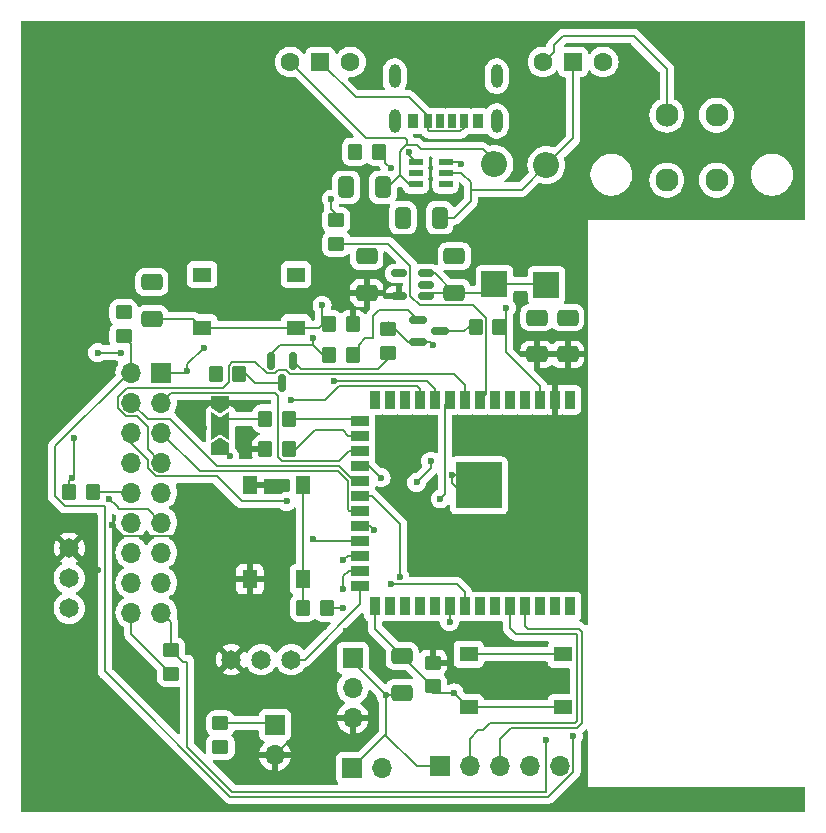
<source format=gbr>
%TF.GenerationSoftware,KiCad,Pcbnew,8.0.8*%
%TF.CreationDate,2025-03-03T07:56:09-06:00*%
%TF.ProjectId,Final Project V1,46696e61-6c20-4507-926f-6a6563742056,rev?*%
%TF.SameCoordinates,Original*%
%TF.FileFunction,Copper,L1,Top*%
%TF.FilePolarity,Positive*%
%FSLAX46Y46*%
G04 Gerber Fmt 4.6, Leading zero omitted, Abs format (unit mm)*
G04 Created by KiCad (PCBNEW 8.0.8) date 2025-03-03 07:56:09*
%MOMM*%
%LPD*%
G01*
G04 APERTURE LIST*
G04 Aperture macros list*
%AMRoundRect*
0 Rectangle with rounded corners*
0 $1 Rounding radius*
0 $2 $3 $4 $5 $6 $7 $8 $9 X,Y pos of 4 corners*
0 Add a 4 corners polygon primitive as box body*
4,1,4,$2,$3,$4,$5,$6,$7,$8,$9,$2,$3,0*
0 Add four circle primitives for the rounded corners*
1,1,$1+$1,$2,$3*
1,1,$1+$1,$4,$5*
1,1,$1+$1,$6,$7*
1,1,$1+$1,$8,$9*
0 Add four rect primitives between the rounded corners*
20,1,$1+$1,$2,$3,$4,$5,0*
20,1,$1+$1,$4,$5,$6,$7,0*
20,1,$1+$1,$6,$7,$8,$9,0*
20,1,$1+$1,$8,$9,$2,$3,0*%
%AMFreePoly0*
4,1,6,1.000000,0.000000,0.500000,-0.750000,-0.500000,-0.750000,-0.500000,0.750000,0.500000,0.750000,1.000000,0.000000,1.000000,0.000000,$1*%
%AMFreePoly1*
4,1,7,0.700000,0.000000,1.200000,-0.750000,-1.200000,-0.750000,-0.700000,0.000000,-1.200000,0.750000,1.200000,0.750000,0.700000,0.000000,0.700000,0.000000,$1*%
G04 Aperture macros list end*
%TA.AperFunction,ComponentPad*%
%ADD10C,1.651000*%
%TD*%
%TA.AperFunction,ComponentPad*%
%ADD11R,2.200000X2.200000*%
%TD*%
%TA.AperFunction,ComponentPad*%
%ADD12O,2.200000X2.200000*%
%TD*%
%TA.AperFunction,SMDPad,CuDef*%
%ADD13RoundRect,0.250000X0.350000X0.450000X-0.350000X0.450000X-0.350000X-0.450000X0.350000X-0.450000X0*%
%TD*%
%TA.AperFunction,SMDPad,CuDef*%
%ADD14RoundRect,0.150000X-0.150000X0.587500X-0.150000X-0.587500X0.150000X-0.587500X0.150000X0.587500X0*%
%TD*%
%TA.AperFunction,ComponentPad*%
%ADD15R,1.500000X1.500000*%
%TD*%
%TA.AperFunction,ComponentPad*%
%ADD16C,1.600000*%
%TD*%
%TA.AperFunction,SMDPad,CuDef*%
%ADD17RoundRect,0.072500X0.532500X0.217500X-0.532500X0.217500X-0.532500X-0.217500X0.532500X-0.217500X0*%
%TD*%
%TA.AperFunction,SMDPad,CuDef*%
%ADD18RoundRect,0.250000X-0.350000X-0.450000X0.350000X-0.450000X0.350000X0.450000X-0.350000X0.450000X0*%
%TD*%
%TA.AperFunction,SMDPad,CuDef*%
%ADD19R,1.300000X1.550000*%
%TD*%
%TA.AperFunction,HeatsinkPad*%
%ADD20C,0.600000*%
%TD*%
%TA.AperFunction,HeatsinkPad*%
%ADD21R,3.900000X3.900000*%
%TD*%
%TA.AperFunction,SMDPad,CuDef*%
%ADD22R,0.900000X1.500000*%
%TD*%
%TA.AperFunction,SMDPad,CuDef*%
%ADD23R,1.500000X0.900000*%
%TD*%
%TA.AperFunction,SMDPad,CuDef*%
%ADD24FreePoly0,90.000000*%
%TD*%
%TA.AperFunction,SMDPad,CuDef*%
%ADD25FreePoly1,90.000000*%
%TD*%
%TA.AperFunction,SMDPad,CuDef*%
%ADD26FreePoly0,270.000000*%
%TD*%
%TA.AperFunction,SMDPad,CuDef*%
%ADD27RoundRect,0.250000X-0.450000X0.350000X-0.450000X-0.350000X0.450000X-0.350000X0.450000X0.350000X0*%
%TD*%
%TA.AperFunction,ComponentPad*%
%ADD28R,1.700000X1.700000*%
%TD*%
%TA.AperFunction,ComponentPad*%
%ADD29O,1.700000X1.700000*%
%TD*%
%TA.AperFunction,SMDPad,CuDef*%
%ADD30RoundRect,0.250000X0.650000X-0.412500X0.650000X0.412500X-0.650000X0.412500X-0.650000X-0.412500X0*%
%TD*%
%TA.AperFunction,SMDPad,CuDef*%
%ADD31RoundRect,0.250000X0.450000X-0.350000X0.450000X0.350000X-0.450000X0.350000X-0.450000X-0.350000X0*%
%TD*%
%TA.AperFunction,SMDPad,CuDef*%
%ADD32R,0.700000X1.150000*%
%TD*%
%TA.AperFunction,SMDPad,CuDef*%
%ADD33R,0.800000X1.150000*%
%TD*%
%TA.AperFunction,SMDPad,CuDef*%
%ADD34R,0.900000X1.150000*%
%TD*%
%TA.AperFunction,ComponentPad*%
%ADD35O,1.000000X2.000000*%
%TD*%
%TA.AperFunction,SMDPad,CuDef*%
%ADD36R,1.550000X1.300000*%
%TD*%
%TA.AperFunction,SMDPad,CuDef*%
%ADD37RoundRect,0.150000X-0.587500X-0.150000X0.587500X-0.150000X0.587500X0.150000X-0.587500X0.150000X0*%
%TD*%
%TA.AperFunction,SMDPad,CuDef*%
%ADD38RoundRect,0.250000X-0.650000X0.412500X-0.650000X-0.412500X0.650000X-0.412500X0.650000X0.412500X0*%
%TD*%
%TA.AperFunction,SMDPad,CuDef*%
%ADD39RoundRect,0.250000X-0.412500X-0.650000X0.412500X-0.650000X0.412500X0.650000X-0.412500X0.650000X0*%
%TD*%
%TA.AperFunction,SMDPad,CuDef*%
%ADD40RoundRect,0.250000X0.412500X0.650000X-0.412500X0.650000X-0.412500X-0.650000X0.412500X-0.650000X0*%
%TD*%
%TA.AperFunction,ComponentPad*%
%ADD41C,1.955800*%
%TD*%
%TA.AperFunction,SMDPad,CuDef*%
%ADD42RoundRect,0.150000X0.512500X0.150000X-0.512500X0.150000X-0.512500X-0.150000X0.512500X-0.150000X0*%
%TD*%
%TA.AperFunction,ViaPad*%
%ADD43C,0.600000*%
%TD*%
%TA.AperFunction,Conductor*%
%ADD44C,0.200000*%
%TD*%
G04 APERTURE END LIST*
D10*
%TO.P,U5,1,G*%
%TO.N,Motor Power Signal*%
X187400000Y-123200000D03*
%TO.P,U5,2,D*%
%TO.N,Motor Out*%
X184860000Y-123200000D03*
%TO.P,U5,3,S*%
%TO.N,3.3V*%
X182320000Y-123200000D03*
%TD*%
%TO.P,U4,1,G*%
%TO.N,Camera Power Signal*%
X168600000Y-118851000D03*
%TO.P,U4,2,D*%
%TO.N,Camera Power*%
X168600000Y-116311000D03*
%TO.P,U4,3,S*%
%TO.N,3.3V*%
X168600000Y-113771000D03*
%TD*%
D11*
%TO.P,D2,1,K*%
%TO.N,Net-(D1-K)*%
X209000000Y-91480000D03*
D12*
%TO.P,D2,2,A*%
%TO.N,Net-(D2-A)*%
X209000000Y-81320000D03*
%TD*%
D13*
%TO.P,R3,1*%
%TO.N,Net-(U2-IO46)*%
X187200000Y-105400000D03*
%TO.P,R3,2*%
%TO.N,3.3V*%
X185200000Y-105400000D03*
%TD*%
D14*
%TO.P,Q2,1,B*%
%TO.N,Net-(Q2-B)*%
X187550000Y-97925000D03*
%TO.P,Q2,2,E*%
%TO.N,DTR*%
X185650000Y-97925000D03*
%TO.P,Q2,3,C*%
%TO.N,Net-(Q2-C)*%
X186600000Y-99800000D03*
%TD*%
D15*
%TO.P,SW5,1,B*%
%TO.N,Net-(D2-A)*%
X211260000Y-72600000D03*
D16*
%TO.P,SW5,2,C*%
%TO.N,Net-(SW5-C)*%
X208720000Y-72600000D03*
%TO.P,SW5,3,A*%
%TO.N,unconnected-(SW5-A-Pad3)*%
X213800000Y-72600000D03*
%TD*%
D17*
%TO.P,U3,1,TS*%
%TO.N,Connector for thermistor*%
X200455000Y-82950000D03*
%TO.P,U3,2,OUT*%
%TO.N,Net-(D2-A)*%
X200455000Y-82000000D03*
%TO.P,U3,3,~{CHG}*%
%TO.N,Net-(U3-~{CHG})*%
X200455000Y-81050000D03*
%TO.P,U3,4,ISET*%
%TO.N,Net-(U3-ISET)*%
X197945000Y-81050000D03*
%TO.P,U3,5,GND*%
%TO.N,GND*%
X197945000Y-82000000D03*
%TO.P,U3,6,VIN*%
%TO.N,Net-(D1-A)*%
X197945000Y-82950000D03*
%TD*%
D18*
%TO.P,R12,1*%
%TO.N,DTR*%
X190600000Y-97400000D03*
%TO.P,R12,2*%
%TO.N,Net-(Q1-B)*%
X192600000Y-97400000D03*
%TD*%
D19*
%TO.P,SW3,1,1*%
%TO.N,Net-(R4-Pad2)*%
X188400000Y-108450000D03*
X188400000Y-116400000D03*
%TO.P,SW3,2,2*%
%TO.N,3.3V*%
X183900000Y-108450000D03*
X183900000Y-116400000D03*
%TD*%
D20*
%TO.P,U2,41,GND*%
%TO.N,GND*%
X202580000Y-109850000D03*
X203980000Y-109850000D03*
X201880000Y-109150000D03*
X203280000Y-109150000D03*
X204680000Y-109150000D03*
X202580000Y-108450000D03*
D21*
X203280000Y-108450000D03*
D20*
X203980000Y-108450000D03*
X201880000Y-107750000D03*
X203280000Y-107750000D03*
X204680000Y-107750000D03*
X202580000Y-107050000D03*
X203980000Y-107050000D03*
D22*
%TO.P,U2,40,GND*%
X211000000Y-118700000D03*
%TO.P,U2,39,IO1*%
%TO.N,SCL*%
X209730000Y-118700000D03*
%TO.P,U2,38,IO2*%
%TO.N,SDA*%
X208460000Y-118700000D03*
%TO.P,U2,37,TXD0*%
%TO.N,TX*%
X207190000Y-118700000D03*
%TO.P,U2,36,RXD0*%
%TO.N,RX*%
X205920000Y-118700000D03*
%TO.P,U2,35,IO42*%
%TO.N,unconnected-(U2-IO42-Pad35)*%
X204650000Y-118700000D03*
%TO.P,U2,34,IO41*%
%TO.N,unconnected-(U2-IO41-Pad34)*%
X203380000Y-118700000D03*
%TO.P,U2,33,IO40*%
%TO.N,Manual Feed*%
X202110000Y-118700000D03*
%TO.P,U2,32,IO39*%
%TO.N,Hall Read*%
X200840000Y-118700000D03*
%TO.P,U2,31,IO38*%
%TO.N,unconnected-(U2-IO38-Pad31)*%
X199570000Y-118700000D03*
%TO.P,U2,30,IO37*%
%TO.N,unconnected-(U2-IO37-Pad30)*%
X198300000Y-118700000D03*
%TO.P,U2,29,IO36*%
%TO.N,unconnected-(U2-IO36-Pad29)*%
X197030000Y-118700000D03*
%TO.P,U2,28,IO35*%
%TO.N,unconnected-(U2-IO35-Pad28)*%
X195760000Y-118700000D03*
%TO.P,U2,27,IO0*%
%TO.N,Net-(U2-IO0)*%
X194490000Y-118700000D03*
D23*
%TO.P,U2,26,IO45*%
%TO.N,Motor Power Signal*%
X193240000Y-116935000D03*
%TO.P,U2,25,IO48*%
%TO.N,Camera Power Signal*%
X193240000Y-115665000D03*
%TO.P,U2,24,IO47*%
%TO.N,D4*%
X193240000Y-114395000D03*
%TO.P,U2,23,IO21*%
%TO.N,D5*%
X193240000Y-113125000D03*
%TO.P,U2,22,IO14*%
%TO.N,D6*%
X193240000Y-111855000D03*
%TO.P,U2,21,IO13*%
%TO.N,D7*%
X193240000Y-110585000D03*
%TO.P,U2,20,IO12*%
%TO.N,MCLK*%
X193240000Y-109315000D03*
%TO.P,U2,19,IO11*%
%TO.N,PCLK*%
X193240000Y-108045000D03*
%TO.P,U2,18,IO10*%
%TO.N,HS*%
X193240000Y-106775000D03*
%TO.P,U2,17,IO9*%
%TO.N,VS*%
X193240000Y-105505000D03*
%TO.P,U2,16,IO46*%
%TO.N,Net-(U2-IO46)*%
X193240000Y-104235000D03*
%TO.P,U2,15,IO3*%
%TO.N,Net-(U2-IO3)*%
X193240000Y-102965000D03*
D22*
%TO.P,U2,14,USB_D+*%
%TO.N,unconnected-(U2-USB_D+-Pad14)*%
X194490000Y-101200000D03*
%TO.P,U2,13,USB_D-*%
%TO.N,unconnected-(U2-USB_D--Pad13)*%
X195760000Y-101200000D03*
%TO.P,U2,12,IO8*%
%TO.N,unconnected-(U2-IO8-Pad12)*%
X197030000Y-101200000D03*
%TO.P,U2,11,IO18*%
%TO.N,D0*%
X198300000Y-101200000D03*
%TO.P,U2,10,IO17*%
%TO.N,D1*%
X199570000Y-101200000D03*
%TO.P,U2,9,IO16*%
%TO.N,D2*%
X200840000Y-101200000D03*
%TO.P,U2,8,IO15*%
%TO.N,D3*%
X202110000Y-101200000D03*
%TO.P,U2,7,IO7*%
%TO.N,Microcontroller Charge Read*%
X203380000Y-101200000D03*
%TO.P,U2,6,IO6*%
%TO.N,unconnected-(U2-IO6-Pad6)*%
X204650000Y-101200000D03*
%TO.P,U2,5,IO5*%
%TO.N,unconnected-(U2-IO5-Pad5)*%
X205920000Y-101200000D03*
%TO.P,U2,4,IO4*%
%TO.N,unconnected-(U2-IO4-Pad4)*%
X207190000Y-101200000D03*
%TO.P,U2,3,EN*%
%TO.N,Chip_PU*%
X208460000Y-101200000D03*
%TO.P,U2,2,3V3*%
%TO.N,3.3V*%
X209730000Y-101200000D03*
%TO.P,U2,1,GND*%
%TO.N,GND*%
X211000000Y-101200000D03*
%TD*%
D24*
%TO.P,JP1,1,A*%
%TO.N,GND*%
X181400000Y-105400000D03*
D25*
%TO.P,JP1,2,C*%
%TO.N,Net-(JP1-C)*%
X181400000Y-103400000D03*
D26*
%TO.P,JP1,3,B*%
%TO.N,3.3V*%
X181400000Y-101400000D03*
%TD*%
D27*
%TO.P,R9,1*%
%TO.N,Camera Power*%
X173200000Y-93800000D03*
%TO.P,R9,2*%
%TO.N,SCL*%
X173200000Y-95800000D03*
%TD*%
D28*
%TO.P,J6,1,Pin_1*%
%TO.N,GND*%
X176400000Y-98900000D03*
D29*
%TO.P,J6,2,Pin_2*%
%TO.N,SCL*%
X173860000Y-98900000D03*
%TO.P,J6,3,Pin_3*%
%TO.N,VS*%
X176400000Y-101440000D03*
%TO.P,J6,4,Pin_4*%
%TO.N,PCLK*%
X173860000Y-101440000D03*
%TO.P,J6,5,Pin_5*%
%TO.N,D7*%
X176400000Y-103980000D03*
%TO.P,J6,6,Pin_6*%
%TO.N,D5*%
X173860000Y-103980000D03*
%TO.P,J6,7,Pin_7*%
%TO.N,D3*%
X176400000Y-106520000D03*
%TO.P,J6,8,Pin_8*%
%TO.N,D1*%
X173860000Y-106520000D03*
%TO.P,J6,9,Pin_9*%
%TO.N,Camera Power*%
X176400000Y-109060000D03*
%TO.P,J6,10,Pin_10*%
%TO.N,Net-(J6-Pin_10)*%
X173860000Y-109060000D03*
%TO.P,J6,11,Pin_11*%
%TO.N,D0*%
X176400000Y-111600000D03*
%TO.P,J6,12,Pin_12*%
%TO.N,D2*%
X173860000Y-111600000D03*
%TO.P,J6,13,Pin_13*%
%TO.N,D4*%
X176400000Y-114140000D03*
%TO.P,J6,14,Pin_14*%
%TO.N,D6*%
X173860000Y-114140000D03*
%TO.P,J6,15,Pin_15*%
%TO.N,MCLK*%
X176400000Y-116680000D03*
%TO.P,J6,16,Pin_16*%
%TO.N,HS*%
X173860000Y-116680000D03*
%TO.P,J6,17,Pin_17*%
%TO.N,SDA*%
X176400000Y-119220000D03*
%TO.P,J6,18,Pin_18*%
%TO.N,Camera Power*%
X173860000Y-119220000D03*
%TD*%
D30*
%TO.P,C1,1*%
%TO.N,3.3V*%
X193800000Y-92162500D03*
%TO.P,C1,2*%
%TO.N,GND*%
X193800000Y-89037500D03*
%TD*%
D28*
%TO.P,J3,1,Pin_1*%
%TO.N,GND*%
X192600000Y-123060000D03*
D29*
%TO.P,J3,2,Pin_2*%
%TO.N,Hall Read*%
X192600000Y-125600000D03*
%TO.P,J3,3,Pin_3*%
%TO.N,3.3V*%
X192600000Y-128140000D03*
%TD*%
D30*
%TO.P,C6,1*%
%TO.N,GND*%
X196775000Y-126012500D03*
%TO.P,C6,2*%
%TO.N,Net-(U2-IO0)*%
X196775000Y-122887500D03*
%TD*%
D31*
%TO.P,R10,1*%
%TO.N,Net-(U2-IO0)*%
X199375000Y-125450000D03*
%TO.P,R10,2*%
%TO.N,3.3V*%
X199375000Y-123450000D03*
%TD*%
D32*
%TO.P,USB-C1,A5,CC1*%
%TO.N,unconnected-(USB-C1-CC1-PadA5)*%
X200980000Y-77605000D03*
D33*
%TO.P,USB-C1,A9,V-BUS*%
%TO.N,Net-(SW4-B)*%
X198960000Y-77605000D03*
D34*
%TO.P,USB-C1,A12,GND*%
%TO.N,GND*%
X197730000Y-77605000D03*
D32*
%TO.P,USB-C1,B5,CC2*%
%TO.N,unconnected-(USB-C1-CC2-PadB5)*%
X199980000Y-77605000D03*
D33*
%TO.P,USB-C1,B9,V-BUS__1*%
%TO.N,Net-(SW4-B)*%
X202000000Y-77605000D03*
D34*
%TO.P,USB-C1,B12,GND__1*%
%TO.N,GND*%
X203230000Y-77605000D03*
D35*
%TO.P,USB-C1,S1,SHIELD*%
X204800000Y-77600000D03*
%TO.P,USB-C1,S2,SHIELD__1*%
X196160000Y-77600000D03*
%TO.P,USB-C1,S3,SHIELD__2*%
X204800000Y-73800000D03*
%TO.P,USB-C1,S4,SHIELD__3*%
X196160000Y-73800000D03*
%TD*%
D36*
%TO.P,SW1,1,1*%
%TO.N,GND*%
X179850000Y-90600000D03*
X187800000Y-90600000D03*
%TO.P,SW1,2,2*%
%TO.N,Chip_PU*%
X179850000Y-95100000D03*
X187800000Y-95100000D03*
%TD*%
D11*
%TO.P,D1,1,K*%
%TO.N,Net-(D1-K)*%
X204600000Y-91400000D03*
D12*
%TO.P,D1,2,A*%
%TO.N,Net-(D1-A)*%
X204600000Y-81240000D03*
%TD*%
D18*
%TO.P,R6,1*%
%TO.N,Net-(JP1-C)*%
X185200000Y-102800000D03*
%TO.P,R6,2*%
%TO.N,Net-(U2-IO3)*%
X187200000Y-102800000D03*
%TD*%
D31*
%TO.P,R8,1*%
%TO.N,Camera Power*%
X177200000Y-124400000D03*
%TO.P,R8,2*%
%TO.N,SDA*%
X177200000Y-122400000D03*
%TD*%
D37*
%TO.P,Q1,1,B*%
%TO.N,Net-(Q1-B)*%
X198125000Y-94450000D03*
%TO.P,Q1,2,E*%
%TO.N,RTS*%
X198125000Y-96350000D03*
%TO.P,Q1,3,C*%
%TO.N,Net-(Q1-C)*%
X200000000Y-95400000D03*
%TD*%
D31*
%TO.P,R5,1*%
%TO.N,GND*%
X181400000Y-130600000D03*
%TO.P,R5,2*%
%TO.N,Net-(J5-Pin_1)*%
X181400000Y-128600000D03*
%TD*%
D18*
%TO.P,R14,1*%
%TO.N,Net-(Q1-C)*%
X203000000Y-95000000D03*
%TO.P,R14,2*%
%TO.N,Chip_PU*%
X205000000Y-95000000D03*
%TD*%
D38*
%TO.P,C5,1*%
%TO.N,GND*%
X208200000Y-94237500D03*
%TO.P,C5,2*%
%TO.N,3.3V*%
X208200000Y-97362500D03*
%TD*%
D18*
%TO.P,R15,1*%
%TO.N,Chip_PU*%
X190600000Y-94800000D03*
%TO.P,R15,2*%
%TO.N,3.3V*%
X192600000Y-94800000D03*
%TD*%
D39*
%TO.P,C4,1*%
%TO.N,GND*%
X196837500Y-85800000D03*
%TO.P,C4,2*%
%TO.N,Net-(D2-A)*%
X199962500Y-85800000D03*
%TD*%
D28*
%TO.P,J2,1,Pin_1*%
%TO.N,GND*%
X199980000Y-132200000D03*
D29*
%TO.P,J2,2,Pin_2*%
%TO.N,RX*%
X202520000Y-132200000D03*
%TO.P,J2,3,Pin_3*%
%TO.N,TX*%
X205060000Y-132200000D03*
%TO.P,J2,4,Pin_4*%
%TO.N,DTR*%
X207600000Y-132200000D03*
%TO.P,J2,5,Pin_5*%
%TO.N,RTS*%
X210140000Y-132200000D03*
%TD*%
D18*
%TO.P,R7,1*%
%TO.N,GND*%
X168600000Y-109000000D03*
%TO.P,R7,2*%
%TO.N,Net-(J6-Pin_10)*%
X170600000Y-109000000D03*
%TD*%
D28*
%TO.P,J5,1,Pin_1*%
%TO.N,Net-(J5-Pin_1)*%
X186025000Y-128750000D03*
D29*
%TO.P,J5,2,Pin_2*%
%TO.N,3.3V*%
X186025000Y-131290000D03*
%TD*%
D27*
%TO.P,R11,1*%
%TO.N,RTS*%
X195600000Y-95200000D03*
%TO.P,R11,2*%
%TO.N,Net-(Q2-B)*%
X195600000Y-97200000D03*
%TD*%
D18*
%TO.P,R1,1*%
%TO.N,GND*%
X192800000Y-80200000D03*
%TO.P,R1,2*%
%TO.N,Net-(U3-ISET)*%
X194800000Y-80200000D03*
%TD*%
D30*
%TO.P,C2,1*%
%TO.N,Net-(D1-K)*%
X201200000Y-92162500D03*
%TO.P,C2,2*%
%TO.N,GND*%
X201200000Y-89037500D03*
%TD*%
D15*
%TO.P,SW4,1,B*%
%TO.N,Net-(SW4-B)*%
X189860000Y-72600000D03*
D16*
%TO.P,SW4,2,C*%
%TO.N,Net-(D1-A)*%
X187320000Y-72600000D03*
%TO.P,SW4,3,A*%
%TO.N,unconnected-(SW4-A-Pad3)*%
X192400000Y-72600000D03*
%TD*%
D28*
%TO.P,J4,1,Pin_1*%
%TO.N,GND*%
X192550000Y-132375000D03*
D29*
%TO.P,J4,2,Pin_2*%
%TO.N,Motor Out*%
X195090000Y-132375000D03*
%TD*%
D27*
%TO.P,R2,1*%
%TO.N,Net-(U3-~{CHG})*%
X191200000Y-86000000D03*
%TO.P,R2,2*%
%TO.N,Microcontroller Charge Read*%
X191200000Y-88000000D03*
%TD*%
D13*
%TO.P,R13,1*%
%TO.N,Net-(Q2-C)*%
X183000000Y-99000000D03*
%TO.P,R13,2*%
%TO.N,Net-(U2-IO0)*%
X181000000Y-99000000D03*
%TD*%
D30*
%TO.P,C9,1*%
%TO.N,Chip_PU*%
X175600000Y-94362500D03*
%TO.P,C9,2*%
%TO.N,GND*%
X175600000Y-91237500D03*
%TD*%
D40*
%TO.P,C3,1*%
%TO.N,Net-(D1-A)*%
X195162500Y-83200000D03*
%TO.P,C3,2*%
%TO.N,GND*%
X192037500Y-83200000D03*
%TD*%
D41*
%TO.P,J1,4,4*%
%TO.N,unconnected-(J1-Pad4)*%
X223399998Y-82600000D03*
%TO.P,J1,3,3*%
%TO.N,unconnected-(J1-Pad3)*%
X219200000Y-82600000D03*
%TO.P,J1,2,2*%
%TO.N,GND*%
X223399998Y-77100001D03*
%TO.P,J1,1,1*%
%TO.N,Net-(SW5-C)*%
X219200000Y-77100001D03*
%TD*%
D36*
%TO.P,SW2,1,1*%
%TO.N,GND*%
X202425000Y-122750000D03*
X210375000Y-122750000D03*
%TO.P,SW2,2,2*%
%TO.N,Net-(U2-IO0)*%
X202425000Y-127250000D03*
X210375000Y-127250000D03*
%TD*%
D42*
%TO.P,U1,1,VIN*%
%TO.N,Net-(D1-K)*%
X198800000Y-92400000D03*
%TO.P,U1,2,GND*%
%TO.N,GND*%
X198800000Y-91450000D03*
%TO.P,U1,3,EN*%
%TO.N,Net-(D1-K)*%
X198800000Y-90500000D03*
%TO.P,U1,4,NC*%
%TO.N,unconnected-(U1-NC-Pad4)*%
X196525000Y-90500000D03*
%TO.P,U1,5,VOUT*%
%TO.N,3.3V*%
X196525000Y-92400000D03*
%TD*%
D38*
%TO.P,C10,1*%
%TO.N,GND*%
X210800000Y-94237500D03*
%TO.P,C10,2*%
%TO.N,3.3V*%
X210800000Y-97362500D03*
%TD*%
D13*
%TO.P,R4,1*%
%TO.N,Manual Feed*%
X190400000Y-118800000D03*
%TO.P,R4,2*%
%TO.N,Net-(R4-Pad2)*%
X188400000Y-118800000D03*
%TD*%
D43*
%TO.N,3.3V*%
X192000000Y-92600000D03*
X195800000Y-120600000D03*
X192000000Y-120800000D03*
X190200000Y-120400000D03*
X172200000Y-111800000D03*
X171000000Y-115600000D03*
X185200000Y-105400000D03*
%TO.N,GND*%
X182200000Y-106000000D03*
X199200000Y-106400000D03*
X198000000Y-108200000D03*
%TO.N,3.3V*%
X180000000Y-103600000D03*
X183800000Y-110800000D03*
X183900000Y-108450000D03*
X183600000Y-105800000D03*
%TO.N,GND*%
X180000000Y-96800000D03*
X169000000Y-104400000D03*
X168800000Y-107800000D03*
X178600000Y-98800000D03*
%TO.N,Net-(U2-IO0)*%
X181000000Y-99000000D03*
X173000000Y-97200000D03*
X171000000Y-97200000D03*
X201187500Y-126012500D03*
%TO.N,HS*%
X195000000Y-107800000D03*
%TO.N,D5*%
X189200000Y-113000000D03*
X187000000Y-109800000D03*
%TO.N,Camera Power*%
X173200000Y-93800000D03*
%TO.N,D0*%
X172000000Y-109600000D03*
X187400000Y-101200000D03*
%TO.N,D1*%
X191000000Y-99600000D03*
%TO.N,D2*%
X200000000Y-109600000D03*
%TO.N,D6*%
X194400000Y-112200000D03*
%TO.N,D4*%
X191800000Y-114800000D03*
%TO.N,MCLK*%
X196600000Y-116200000D03*
%TO.N,Camera Power Signal*%
X191800000Y-117200000D03*
%TO.N,GND*%
X198800000Y-91450000D03*
X210800000Y-94237500D03*
X193800000Y-89037500D03*
X211000000Y-101200000D03*
X203230000Y-77605000D03*
X187800000Y-90600000D03*
X197945000Y-82000000D03*
X201200000Y-89037500D03*
X211000000Y-118700000D03*
X210375000Y-122750000D03*
X196837500Y-85800000D03*
X195400000Y-126200000D03*
X181400000Y-130600000D03*
X208200000Y-94237500D03*
X179850000Y-90600000D03*
X175600000Y-91237500D03*
X192037500Y-83200000D03*
X201000000Y-107600000D03*
X192800000Y-80200000D03*
X197730000Y-77605000D03*
X202425000Y-122750000D03*
%TO.N,Chip_PU*%
X205600000Y-93400000D03*
X190000000Y-93200000D03*
%TO.N,RTS*%
X199400000Y-96600000D03*
%TO.N,DTR*%
X189200000Y-96000000D03*
%TO.N,Net-(U3-ISET)*%
X195800000Y-81600000D03*
X197400000Y-80200000D03*
%TO.N,Net-(U3-~{CHG})*%
X201800000Y-81200000D03*
X190800000Y-84200000D03*
%TO.N,Hall Read*%
X200800000Y-120000000D03*
%TO.N,SDA*%
X208460000Y-118700000D03*
X209000000Y-130000000D03*
%TO.N,VS*%
X193240000Y-105505000D03*
%TO.N,SCL*%
X211290000Y-129690000D03*
X209730000Y-118700000D03*
%TO.N,Manual Feed*%
X195800000Y-116800000D03*
X191800000Y-118800000D03*
%TD*%
D44*
%TO.N,3.3V*%
X192600000Y-94800000D02*
X192600000Y-93200000D01*
X192600000Y-93200000D02*
X192000000Y-92600000D01*
X181850000Y-112750000D02*
X183800000Y-110800000D01*
X173150000Y-112750000D02*
X181850000Y-112750000D01*
X172200000Y-111800000D02*
X173150000Y-112750000D01*
X170429000Y-115600000D02*
X171000000Y-115600000D01*
X168600000Y-113771000D02*
X170429000Y-115600000D01*
%TO.N,GND*%
X199200000Y-107000000D02*
X199200000Y-106400000D01*
X198000000Y-108200000D02*
X199200000Y-107000000D01*
X181600000Y-105400000D02*
X182200000Y-106000000D01*
X181400000Y-105400000D02*
X181600000Y-105400000D01*
X178600000Y-98200000D02*
X178600000Y-98800000D01*
X180000000Y-96800000D02*
X178600000Y-98200000D01*
%TO.N,SCL*%
X173651471Y-98900000D02*
X173860000Y-98900000D01*
X167400000Y-105151471D02*
X173651471Y-98900000D01*
X171600000Y-110200000D02*
X168215256Y-110200000D01*
X171600000Y-124165686D02*
X171600000Y-110200000D01*
X182234314Y-134800000D02*
X171600000Y-124165686D01*
X168215256Y-110200000D02*
X167400000Y-109384744D01*
X167400000Y-109384744D02*
X167400000Y-105151471D01*
X211290000Y-132676346D02*
X209166346Y-134800000D01*
X211290000Y-129690000D02*
X211290000Y-132676346D01*
X209166346Y-134800000D02*
X182234314Y-134800000D01*
%TO.N,GND*%
X169000000Y-107600000D02*
X169000000Y-104400000D01*
X168800000Y-107800000D02*
X169000000Y-107600000D01*
X168600000Y-109000000D02*
X168600000Y-108000000D01*
X168600000Y-108000000D02*
X168800000Y-107800000D01*
X178500000Y-98900000D02*
X178600000Y-98800000D01*
X176400000Y-98900000D02*
X178500000Y-98900000D01*
X198000000Y-132200000D02*
X199980000Y-132200000D01*
X195362500Y-129562500D02*
X198000000Y-132200000D01*
X195362500Y-129562500D02*
X192550000Y-132375000D01*
X195400000Y-129525000D02*
X195362500Y-129562500D01*
X195400000Y-126200000D02*
X195400000Y-129525000D01*
X192600000Y-123400000D02*
X192600000Y-123060000D01*
X195400000Y-126200000D02*
X192600000Y-123400000D01*
X202425000Y-122750000D02*
X210375000Y-122750000D01*
%TO.N,Microcontroller Charge Read*%
X197487500Y-89887500D02*
X195600000Y-88000000D01*
X197487500Y-92390552D02*
X197487500Y-89887500D01*
X198296948Y-93200000D02*
X197487500Y-92390552D01*
X203900000Y-94315256D02*
X202784744Y-93200000D01*
X195600000Y-88000000D02*
X191200000Y-88000000D01*
X202784744Y-93200000D02*
X198296948Y-93200000D01*
X203900000Y-100680000D02*
X203900000Y-94315256D01*
X203380000Y-101200000D02*
X203900000Y-100680000D01*
%TO.N,Chip_PU*%
X179850000Y-95100000D02*
X187800000Y-95100000D01*
%TO.N,Net-(U2-IO0)*%
X171000000Y-97200000D02*
X173000000Y-97200000D01*
X201187500Y-126012500D02*
X202425000Y-127250000D01*
%TO.N,HS*%
X195000000Y-107800000D02*
X193975000Y-106775000D01*
X193975000Y-106775000D02*
X193240000Y-106775000D01*
%TO.N,MCLK*%
X194190000Y-109315000D02*
X193240000Y-109315000D01*
X196600000Y-111725000D02*
X194190000Y-109315000D01*
X196600000Y-116200000D02*
X196600000Y-111725000D01*
%TO.N,D5*%
X189325000Y-113125000D02*
X193240000Y-113125000D01*
X189200000Y-113000000D02*
X189325000Y-113125000D01*
%TO.N,D7*%
X192290000Y-110585000D02*
X193240000Y-110585000D01*
X192190000Y-108090686D02*
X192190000Y-110485000D01*
X176400000Y-103980000D02*
X179690000Y-107270000D01*
X179690000Y-107270000D02*
X191369314Y-107270000D01*
X191369314Y-107270000D02*
X192190000Y-108090686D01*
X192190000Y-110485000D02*
X192290000Y-110585000D01*
%TO.N,D5*%
X183225000Y-109800000D02*
X187000000Y-109800000D01*
X175923654Y-107670000D02*
X181095000Y-107670000D01*
X175250000Y-106996346D02*
X175923654Y-107670000D01*
X175250000Y-106283654D02*
X175250000Y-106996346D01*
X181095000Y-107670000D02*
X183225000Y-109800000D01*
X173860000Y-104893654D02*
X175250000Y-106283654D01*
X173860000Y-103980000D02*
X173860000Y-104893654D01*
%TO.N,D0*%
X172600000Y-110200000D02*
X172000000Y-109600000D01*
X172850000Y-110450000D02*
X172600000Y-110200000D01*
X175250000Y-110450000D02*
X172850000Y-110450000D01*
X176400000Y-111600000D02*
X175250000Y-110450000D01*
X190248529Y-101200000D02*
X187400000Y-101200000D01*
X198050000Y-100000000D02*
X191448529Y-100000000D01*
X198300000Y-100250000D02*
X198050000Y-100000000D01*
X191448529Y-100000000D02*
X190248529Y-101200000D01*
X198300000Y-101200000D02*
X198300000Y-100250000D01*
%TO.N,D1*%
X199570000Y-100250000D02*
X199570000Y-101200000D01*
X198920000Y-99600000D02*
X199570000Y-100250000D01*
X191000000Y-99600000D02*
X198920000Y-99600000D01*
%TO.N,D3*%
X202110000Y-99910000D02*
X202110000Y-101200000D01*
X201200000Y-99000000D02*
X202110000Y-99910000D01*
X187246948Y-99000000D02*
X201200000Y-99000000D01*
X186950000Y-98703052D02*
X187246948Y-99000000D01*
X185990552Y-98962500D02*
X186250000Y-98703052D01*
X186250000Y-98703052D02*
X186950000Y-98703052D01*
X185309448Y-98962500D02*
X185990552Y-98962500D01*
X184346948Y-98000000D02*
X185309448Y-98962500D01*
X182415256Y-98000000D02*
X184346948Y-98000000D01*
X182100000Y-98315256D02*
X182415256Y-98000000D01*
X182100000Y-99684744D02*
X182100000Y-98315256D01*
X181594744Y-100190000D02*
X182100000Y-99684744D01*
X173483654Y-100190000D02*
X181594744Y-100190000D01*
X172710000Y-101916346D02*
X172710000Y-100963654D01*
X173383654Y-102590000D02*
X172710000Y-101916346D01*
X174336346Y-102590000D02*
X173383654Y-102590000D01*
X175250000Y-103503654D02*
X174336346Y-102590000D01*
X175250000Y-105370000D02*
X175250000Y-103503654D01*
X172710000Y-100963654D02*
X173483654Y-100190000D01*
X176400000Y-106520000D02*
X175250000Y-105370000D01*
%TO.N,D2*%
X200400000Y-109200000D02*
X200400000Y-101640000D01*
X200000000Y-109600000D02*
X200400000Y-109200000D01*
X200400000Y-101640000D02*
X200840000Y-101200000D01*
%TO.N,PCLK*%
X192710000Y-108045000D02*
X193240000Y-108045000D01*
X181118664Y-106800000D02*
X191465000Y-106800000D01*
X177148664Y-102830000D02*
X181118664Y-106800000D01*
X175250000Y-102830000D02*
X177148664Y-102830000D01*
X173860000Y-101440000D02*
X175250000Y-102830000D01*
X191465000Y-106800000D02*
X192710000Y-108045000D01*
%TO.N,VS*%
X192295000Y-105505000D02*
X193240000Y-105505000D01*
X191400000Y-106400000D02*
X192295000Y-105505000D01*
X186300000Y-106084744D02*
X186615256Y-106400000D01*
X186300000Y-100878052D02*
X186300000Y-106084744D01*
X177250000Y-100590000D02*
X186011948Y-100590000D01*
X186615256Y-106400000D02*
X191400000Y-106400000D01*
X176400000Y-101440000D02*
X177250000Y-100590000D01*
X186011948Y-100590000D02*
X186300000Y-100878052D01*
%TO.N,D6*%
X194055000Y-111855000D02*
X194400000Y-112200000D01*
X193240000Y-111855000D02*
X194055000Y-111855000D01*
%TO.N,D4*%
X192205000Y-114395000D02*
X191800000Y-114800000D01*
X193240000Y-114395000D02*
X192205000Y-114395000D01*
%TO.N,Camera Power*%
X173860000Y-121060000D02*
X177200000Y-124400000D01*
X173860000Y-119220000D02*
X173860000Y-121060000D01*
%TO.N,Camera Power Signal*%
X191800000Y-116155000D02*
X191800000Y-117200000D01*
X192290000Y-115665000D02*
X191800000Y-116155000D01*
X193240000Y-115665000D02*
X192290000Y-115665000D01*
%TO.N,Motor Power Signal*%
X193240000Y-118527433D02*
X193240000Y-116935000D01*
X188567433Y-123200000D02*
X193240000Y-118527433D01*
X187400000Y-123200000D02*
X188567433Y-123200000D01*
%TO.N,SDA*%
X178600000Y-130600000D02*
X178600000Y-123400000D01*
X178600000Y-123400000D02*
X178200000Y-123400000D01*
X178200000Y-123400000D02*
X177200000Y-122400000D01*
X209000000Y-134400000D02*
X182400000Y-134400000D01*
X208990000Y-134390000D02*
X209000000Y-134400000D01*
X182400000Y-134400000D02*
X178600000Y-130600000D01*
X208990000Y-130010000D02*
X208990000Y-134390000D01*
X209000000Y-130000000D02*
X208990000Y-130010000D01*
%TO.N,3.3V*%
X189175000Y-128140000D02*
X186025000Y-131290000D01*
X192600000Y-128140000D02*
X189175000Y-128140000D01*
%TO.N,GND*%
X195400000Y-126200000D02*
X196587500Y-126200000D01*
X202580000Y-107050000D02*
X203280000Y-107750000D01*
X203280000Y-107750000D02*
X202580000Y-108450000D01*
X203280000Y-109150000D02*
X202580000Y-109850000D01*
X202580000Y-107050000D02*
X201880000Y-107750000D01*
X201730000Y-107600000D02*
X201880000Y-107750000D01*
X203280000Y-107750000D02*
X203980000Y-107050000D01*
X201000000Y-108270000D02*
X201000000Y-107600000D01*
X202580000Y-108450000D02*
X203280000Y-109150000D01*
X202580000Y-109850000D02*
X201000000Y-108270000D01*
X201000000Y-107600000D02*
X201730000Y-107600000D01*
X196587500Y-126200000D02*
X196775000Y-126012500D01*
X201880000Y-109150000D02*
X202580000Y-108450000D01*
X201880000Y-107750000D02*
X202580000Y-108450000D01*
%TO.N,Net-(D1-K)*%
X201200000Y-92162500D02*
X203837500Y-92162500D01*
X203837500Y-92162500D02*
X204600000Y-91400000D01*
X199037500Y-92162500D02*
X198800000Y-92400000D01*
X199537500Y-90500000D02*
X198800000Y-90500000D01*
X201200000Y-92162500D02*
X199037500Y-92162500D01*
X204600000Y-91400000D02*
X208920000Y-91400000D01*
X201200000Y-92162500D02*
X199537500Y-90500000D01*
X208920000Y-91400000D02*
X209000000Y-91480000D01*
%TO.N,Net-(D1-A)*%
X196600000Y-82209999D02*
X197340001Y-82950000D01*
X196600000Y-80200000D02*
X196600000Y-82209999D01*
X203600000Y-80000000D02*
X198400000Y-80000000D01*
X197200000Y-79551471D02*
X197151471Y-79600000D01*
X197151471Y-79600000D02*
X196800000Y-79951471D01*
X204600000Y-81240000D02*
X204600000Y-81000000D01*
X196800000Y-79951471D02*
X196800000Y-80000000D01*
X198000000Y-79600000D02*
X197151471Y-79600000D01*
X197200000Y-79200000D02*
X197200000Y-79551471D01*
X193720000Y-79000000D02*
X197000000Y-79000000D01*
X196600000Y-82209999D02*
X195609999Y-83200000D01*
X197000000Y-79000000D02*
X197200000Y-79200000D01*
X198400000Y-80000000D02*
X198000000Y-79600000D01*
X196800000Y-80000000D02*
X196600000Y-80200000D01*
X187320000Y-72600000D02*
X193720000Y-79000000D01*
X204600000Y-81000000D02*
X203600000Y-80000000D01*
X195609999Y-83200000D02*
X195162500Y-83200000D01*
X197340001Y-82950000D02*
X197945000Y-82950000D01*
%TO.N,Net-(D2-A)*%
X211260000Y-79060000D02*
X209000000Y-81320000D01*
X211260000Y-72600000D02*
X211260000Y-79060000D01*
X201200000Y-85800000D02*
X199962500Y-85800000D01*
X206920000Y-83400000D02*
X209000000Y-81320000D01*
X201800000Y-82000000D02*
X202600000Y-82800000D01*
X200455000Y-82000000D02*
X201800000Y-82000000D01*
X202600000Y-83400000D02*
X206920000Y-83400000D01*
X202600000Y-84400000D02*
X201200000Y-85800000D01*
X202600000Y-83400000D02*
X202600000Y-84400000D01*
X202600000Y-82800000D02*
X202600000Y-83400000D01*
%TO.N,Net-(U2-IO0)*%
X194490000Y-120602500D02*
X194490000Y-118700000D01*
X196775000Y-122887500D02*
X194490000Y-120602500D01*
X199375000Y-126000000D02*
X201175000Y-126000000D01*
X202425000Y-127250000D02*
X210375000Y-127250000D01*
X201175000Y-126000000D02*
X201187500Y-126012500D01*
X199375000Y-126000000D02*
X199375000Y-125487500D01*
X199375000Y-125487500D02*
X196775000Y-122887500D01*
%TO.N,Chip_PU*%
X175600000Y-94362500D02*
X179112500Y-94362500D01*
X205550000Y-95000000D02*
X205550000Y-93450000D01*
X179112500Y-94362500D02*
X179850000Y-95100000D01*
X205550000Y-95000000D02*
X205550000Y-97150000D01*
X205550000Y-97150000D02*
X208460000Y-100060000D01*
X190000000Y-93200000D02*
X190000000Y-94750000D01*
X187800000Y-95100000D02*
X189750000Y-95100000D01*
X189750000Y-95100000D02*
X190050000Y-94800000D01*
X190000000Y-94750000D02*
X190050000Y-94800000D01*
X205550000Y-93450000D02*
X205600000Y-93400000D01*
X208460000Y-100060000D02*
X208460000Y-101200000D01*
%TO.N,Net-(JP1-C)*%
X184650000Y-102800000D02*
X182000000Y-102800000D01*
X182000000Y-102800000D02*
X181400000Y-103400000D01*
%TO.N,RTS*%
X198125000Y-96350000D02*
X199150000Y-96350000D01*
X198125000Y-96350000D02*
X197300000Y-96350000D01*
X199150000Y-96350000D02*
X199400000Y-96600000D01*
X197300000Y-96350000D02*
X195600000Y-94650000D01*
%TO.N,Net-(Q1-C)*%
X202050000Y-95400000D02*
X202450000Y-95000000D01*
X200000000Y-95400000D02*
X202050000Y-95400000D01*
%TO.N,Net-(Q1-B)*%
X194332413Y-96007843D02*
X194332413Y-94107843D01*
X193667157Y-96007843D02*
X194332413Y-96007843D01*
X193150000Y-97400000D02*
X193150000Y-96525000D01*
X193150000Y-96525000D02*
X193667157Y-96007843D01*
X197275000Y-93600000D02*
X198125000Y-94450000D01*
X194332413Y-94107843D02*
X194840256Y-93600000D01*
X194840256Y-93600000D02*
X197275000Y-93600000D01*
%TO.N,Net-(Q2-C)*%
X184350000Y-99800000D02*
X183550000Y-99000000D01*
X186600000Y-99800000D02*
X184350000Y-99800000D01*
%TO.N,Net-(Q2-B)*%
X194750000Y-98600000D02*
X195600000Y-97750000D01*
X188225000Y-98600000D02*
X194750000Y-98600000D01*
X187550000Y-97925000D02*
X188225000Y-98600000D01*
%TO.N,DTR*%
X186400000Y-96600000D02*
X185650000Y-97350000D01*
X189200000Y-96550000D02*
X189250000Y-96600000D01*
X185650000Y-97350000D02*
X185650000Y-97925000D01*
X189250000Y-96600000D02*
X186400000Y-96600000D01*
X190050000Y-97400000D02*
X189250000Y-96600000D01*
X189200000Y-96000000D02*
X189200000Y-96550000D01*
%TO.N,Net-(U3-ISET)*%
X197400000Y-80200000D02*
X197400000Y-80505000D01*
X197400000Y-80505000D02*
X197945000Y-81050000D01*
X195350000Y-81150000D02*
X195800000Y-81600000D01*
X195350000Y-80200000D02*
X195350000Y-81150000D01*
%TO.N,Net-(U3-~{CHG})*%
X200455000Y-81050000D02*
X201650000Y-81050000D01*
X190800000Y-84200000D02*
X190800000Y-85050000D01*
X201650000Y-81050000D02*
X201800000Y-81200000D01*
X190800000Y-85050000D02*
X191200000Y-85450000D01*
%TO.N,Net-(U2-IO46)*%
X192235000Y-104235000D02*
X193240000Y-104235000D01*
X189400000Y-103800000D02*
X191800000Y-103800000D01*
X191800000Y-103800000D02*
X192235000Y-104235000D01*
X187800000Y-105400000D02*
X189400000Y-103800000D01*
X187750000Y-105400000D02*
X187800000Y-105400000D01*
%TO.N,Net-(U2-IO3)*%
X187750000Y-102800000D02*
X193075000Y-102800000D01*
X193075000Y-102800000D02*
X193240000Y-102965000D01*
%TO.N,Net-(SW5-C)*%
X209600000Y-71720000D02*
X208720000Y-72600000D01*
X210400000Y-70400000D02*
X209600000Y-71200000D01*
X219200000Y-77100001D02*
X219200000Y-73200000D01*
X216400000Y-70400000D02*
X210400000Y-70400000D01*
X209600000Y-71200000D02*
X209600000Y-71720000D01*
X219200000Y-78000000D02*
X219200000Y-77100001D01*
X219200000Y-73200000D02*
X216400000Y-70400000D01*
%TO.N,Hall Read*%
X200840000Y-119960000D02*
X200800000Y-120000000D01*
X200840000Y-118700000D02*
X200840000Y-119960000D01*
%TO.N,Net-(J5-Pin_1)*%
X181400000Y-128600000D02*
X185875000Y-128600000D01*
X185875000Y-128600000D02*
X186025000Y-128750000D01*
%TO.N,RX*%
X205920000Y-120520000D02*
X205920000Y-118700000D01*
X211600000Y-121000000D02*
X206400000Y-121000000D01*
X203600000Y-129200000D02*
X204200000Y-128600000D01*
X202520000Y-129880000D02*
X203200000Y-129200000D01*
X204200000Y-128600000D02*
X211400000Y-128600000D01*
X206400000Y-121000000D02*
X205920000Y-120520000D01*
X203200000Y-129200000D02*
X203600000Y-129200000D01*
X211400000Y-128600000D02*
X211600000Y-128400000D01*
X202520000Y-132200000D02*
X202520000Y-129880000D01*
X211600000Y-128400000D02*
X211600000Y-121000000D01*
%TO.N,SDA*%
X177200000Y-120020000D02*
X176400000Y-119220000D01*
X177200000Y-122400000D02*
X177200000Y-120020000D01*
%TO.N,Net-(J6-Pin_10)*%
X173800000Y-109000000D02*
X173860000Y-109060000D01*
X170600000Y-109000000D02*
X173800000Y-109000000D01*
%TO.N,TX*%
X212000000Y-120834315D02*
X211765685Y-120600000D01*
X207190000Y-120390000D02*
X207190000Y-118700000D01*
X211765685Y-120600000D02*
X207400000Y-120600000D01*
X205060000Y-129940000D02*
X206000000Y-129000000D01*
X211565686Y-129000000D02*
X212000000Y-128565686D01*
X205060000Y-132200000D02*
X205060000Y-129940000D01*
X207400000Y-120600000D02*
X207190000Y-120390000D01*
X212000000Y-128565686D02*
X212000000Y-120834315D01*
X206000000Y-129000000D02*
X211565686Y-129000000D01*
%TO.N,SCL*%
X211290000Y-129690000D02*
X211200000Y-129600000D01*
X173860000Y-98900000D02*
X173860000Y-96460000D01*
X173860000Y-96460000D02*
X173200000Y-95800000D01*
%TO.N,Net-(R4-Pad2)*%
X188400000Y-118800000D02*
X188400000Y-116400000D01*
X188400000Y-116400000D02*
X188400000Y-108450000D01*
%TO.N,Manual Feed*%
X201400000Y-116800000D02*
X195800000Y-116800000D01*
X202110000Y-117510000D02*
X201400000Y-116800000D01*
X202110000Y-118700000D02*
X202110000Y-117510000D01*
X190400000Y-118800000D02*
X191800000Y-118800000D01*
%TO.N,Net-(SW4-B)*%
X198960000Y-77210000D02*
X197350000Y-75600000D01*
X192860000Y-75600000D02*
X189860000Y-72600000D01*
X201720000Y-78480000D02*
X202000000Y-78200000D01*
X198960000Y-77605000D02*
X198960000Y-78380000D01*
X197350000Y-75600000D02*
X192860000Y-75600000D01*
X202000000Y-78200000D02*
X202000000Y-77605000D01*
X199060000Y-78480000D02*
X201720000Y-78480000D01*
X198960000Y-78380000D02*
X199060000Y-78480000D01*
X198960000Y-77605000D02*
X198960000Y-77210000D01*
%TD*%
%TA.AperFunction,Conductor*%
%TO.N,3.3V*%
G36*
X230842539Y-69120185D02*
G01*
X230888294Y-69172989D01*
X230899500Y-69224500D01*
X230899500Y-85826000D01*
X230879815Y-85893039D01*
X230827011Y-85938794D01*
X230775500Y-85950000D01*
X212490000Y-85950000D01*
X212490000Y-120175718D01*
X212470315Y-120242757D01*
X212417511Y-120288512D01*
X212348353Y-120298456D01*
X212284797Y-120269431D01*
X212278319Y-120263399D01*
X212253275Y-120238355D01*
X212253273Y-120238352D01*
X212134402Y-120119481D01*
X212134401Y-120119480D01*
X212047589Y-120069360D01*
X212047589Y-120069359D01*
X212047585Y-120069358D01*
X211997470Y-120040423D01*
X211871037Y-120006544D01*
X211811379Y-119970181D01*
X211780850Y-119907334D01*
X211789145Y-119837958D01*
X211803867Y-119812459D01*
X211807543Y-119807547D01*
X211807546Y-119807546D01*
X211893796Y-119692331D01*
X211944091Y-119557483D01*
X211950500Y-119497873D01*
X211950499Y-117902128D01*
X211944091Y-117842517D01*
X211932267Y-117810816D01*
X211893797Y-117707671D01*
X211893793Y-117707664D01*
X211807547Y-117592455D01*
X211807544Y-117592452D01*
X211692335Y-117506206D01*
X211692328Y-117506202D01*
X211557482Y-117455908D01*
X211557483Y-117455908D01*
X211497883Y-117449501D01*
X211497881Y-117449500D01*
X211497873Y-117449500D01*
X211497864Y-117449500D01*
X210502129Y-117449500D01*
X210502123Y-117449501D01*
X210442518Y-117455908D01*
X210408331Y-117468659D01*
X210338639Y-117473642D01*
X210321669Y-117468659D01*
X210287480Y-117455908D01*
X210287482Y-117455908D01*
X210227883Y-117449501D01*
X210227881Y-117449500D01*
X210227873Y-117449500D01*
X210227864Y-117449500D01*
X209232129Y-117449500D01*
X209232123Y-117449501D01*
X209172518Y-117455908D01*
X209138331Y-117468659D01*
X209068639Y-117473642D01*
X209051669Y-117468659D01*
X209017480Y-117455908D01*
X209017482Y-117455908D01*
X208957883Y-117449501D01*
X208957881Y-117449500D01*
X208957873Y-117449500D01*
X208957864Y-117449500D01*
X207962129Y-117449500D01*
X207962123Y-117449501D01*
X207902518Y-117455908D01*
X207868331Y-117468659D01*
X207798639Y-117473642D01*
X207781669Y-117468659D01*
X207747480Y-117455908D01*
X207747482Y-117455908D01*
X207687883Y-117449501D01*
X207687881Y-117449500D01*
X207687873Y-117449500D01*
X207687864Y-117449500D01*
X206692129Y-117449500D01*
X206692123Y-117449501D01*
X206632518Y-117455908D01*
X206598331Y-117468659D01*
X206528639Y-117473642D01*
X206511669Y-117468659D01*
X206477480Y-117455908D01*
X206477482Y-117455908D01*
X206417883Y-117449501D01*
X206417881Y-117449500D01*
X206417873Y-117449500D01*
X206417864Y-117449500D01*
X205422129Y-117449500D01*
X205422123Y-117449501D01*
X205362518Y-117455908D01*
X205328331Y-117468659D01*
X205258639Y-117473642D01*
X205241669Y-117468659D01*
X205207480Y-117455908D01*
X205207482Y-117455908D01*
X205147883Y-117449501D01*
X205147881Y-117449500D01*
X205147873Y-117449500D01*
X205147864Y-117449500D01*
X204152129Y-117449500D01*
X204152123Y-117449501D01*
X204092518Y-117455908D01*
X204058331Y-117468659D01*
X203988639Y-117473642D01*
X203971669Y-117468659D01*
X203937480Y-117455908D01*
X203937482Y-117455908D01*
X203877883Y-117449501D01*
X203877881Y-117449500D01*
X203877873Y-117449500D01*
X203877864Y-117449500D01*
X202882129Y-117449500D01*
X202882120Y-117449501D01*
X202825689Y-117455567D01*
X202756930Y-117443159D01*
X202705794Y-117395548D01*
X202692663Y-117364375D01*
X202669577Y-117278216D01*
X202637625Y-117222873D01*
X202590524Y-117141290D01*
X202590518Y-117141282D01*
X201887590Y-116438355D01*
X201887588Y-116438352D01*
X201768717Y-116319481D01*
X201768709Y-116319475D01*
X201666936Y-116260717D01*
X201666934Y-116260716D01*
X201631790Y-116240425D01*
X201631789Y-116240424D01*
X201608027Y-116234057D01*
X201479057Y-116199499D01*
X201320943Y-116199499D01*
X201313347Y-116199499D01*
X201313331Y-116199500D01*
X197516322Y-116199500D01*
X197449283Y-116179815D01*
X197403528Y-116127011D01*
X197393102Y-116089383D01*
X197385369Y-116020750D01*
X197385368Y-116020748D01*
X197385368Y-116020745D01*
X197325789Y-115850478D01*
X197229816Y-115697738D01*
X197229814Y-115697736D01*
X197229813Y-115697734D01*
X197227550Y-115694896D01*
X197226659Y-115692715D01*
X197226111Y-115691842D01*
X197226264Y-115691745D01*
X197201144Y-115630209D01*
X197200500Y-115617587D01*
X197200500Y-111814060D01*
X197200501Y-111814047D01*
X197200501Y-111645944D01*
X197159576Y-111493214D01*
X197159573Y-111493209D01*
X197080524Y-111356290D01*
X197080518Y-111356282D01*
X194677590Y-108953355D01*
X194677588Y-108953352D01*
X194558717Y-108834481D01*
X194558712Y-108834477D01*
X194538798Y-108822980D01*
X194490582Y-108772413D01*
X194484616Y-108758925D01*
X194471341Y-108723332D01*
X194466357Y-108653640D01*
X194471340Y-108636669D01*
X194474756Y-108627511D01*
X194484091Y-108602483D01*
X194484091Y-108602478D01*
X194486168Y-108596911D01*
X194528038Y-108540976D01*
X194593502Y-108516558D01*
X194643015Y-108526031D01*
X194643905Y-108523489D01*
X194820745Y-108585368D01*
X194820750Y-108585369D01*
X194999996Y-108605565D01*
X195000000Y-108605565D01*
X195000004Y-108605565D01*
X195179249Y-108585369D01*
X195179252Y-108585368D01*
X195179255Y-108585368D01*
X195349522Y-108525789D01*
X195502262Y-108429816D01*
X195629816Y-108302262D01*
X195725789Y-108149522D01*
X195785368Y-107979255D01*
X195798220Y-107865189D01*
X195805565Y-107800003D01*
X195805565Y-107799996D01*
X195785369Y-107620750D01*
X195785368Y-107620745D01*
X195753762Y-107530420D01*
X195725789Y-107450478D01*
X195711622Y-107427932D01*
X195629815Y-107297737D01*
X195502262Y-107170184D01*
X195349521Y-107074210D01*
X195179249Y-107014630D01*
X195092330Y-107004837D01*
X195027916Y-106977770D01*
X195018533Y-106969298D01*
X194526818Y-106477583D01*
X194493333Y-106416260D01*
X194490499Y-106389902D01*
X194490499Y-106277129D01*
X194490498Y-106277123D01*
X194488406Y-106257664D01*
X194484091Y-106217517D01*
X194471340Y-106183332D01*
X194466357Y-106113642D01*
X194471338Y-106096672D01*
X194484091Y-106062483D01*
X194490500Y-106002873D01*
X194490499Y-105007128D01*
X194484091Y-104947517D01*
X194471340Y-104913332D01*
X194466357Y-104843642D01*
X194471338Y-104826672D01*
X194484091Y-104792483D01*
X194490500Y-104732873D01*
X194490499Y-103737128D01*
X194484091Y-103677517D01*
X194471340Y-103643332D01*
X194466357Y-103573642D01*
X194471338Y-103556672D01*
X194484091Y-103522483D01*
X194490500Y-103462873D01*
X194490499Y-102574498D01*
X194510183Y-102507460D01*
X194562987Y-102461705D01*
X194614499Y-102450499D01*
X194987871Y-102450499D01*
X194987872Y-102450499D01*
X195047483Y-102444091D01*
X195081667Y-102431340D01*
X195151358Y-102426357D01*
X195168327Y-102431338D01*
X195202517Y-102444091D01*
X195262127Y-102450500D01*
X196257872Y-102450499D01*
X196317483Y-102444091D01*
X196351667Y-102431340D01*
X196421358Y-102426357D01*
X196438327Y-102431338D01*
X196472517Y-102444091D01*
X196532127Y-102450500D01*
X197527872Y-102450499D01*
X197587483Y-102444091D01*
X197621667Y-102431340D01*
X197691358Y-102426357D01*
X197708327Y-102431338D01*
X197742517Y-102444091D01*
X197802127Y-102450500D01*
X198797872Y-102450499D01*
X198857483Y-102444091D01*
X198891667Y-102431340D01*
X198961358Y-102426357D01*
X198978327Y-102431338D01*
X199006462Y-102441832D01*
X199012511Y-102444089D01*
X199012517Y-102444091D01*
X199072127Y-102450500D01*
X199675500Y-102450499D01*
X199742539Y-102470183D01*
X199788294Y-102522987D01*
X199799500Y-102574499D01*
X199799500Y-105606921D01*
X199779815Y-105673960D01*
X199727011Y-105719715D01*
X199657853Y-105729659D01*
X199609528Y-105711915D01*
X199549523Y-105674211D01*
X199379254Y-105614631D01*
X199379249Y-105614630D01*
X199200004Y-105594435D01*
X199199996Y-105594435D01*
X199020750Y-105614630D01*
X199020745Y-105614631D01*
X198850476Y-105674211D01*
X198697737Y-105770184D01*
X198570184Y-105897737D01*
X198474211Y-106050476D01*
X198414631Y-106220745D01*
X198414630Y-106220750D01*
X198394435Y-106399996D01*
X198394435Y-106400003D01*
X198414630Y-106579249D01*
X198414633Y-106579262D01*
X198474210Y-106749521D01*
X198477231Y-106755794D01*
X198474353Y-106757179D01*
X198489621Y-106810779D01*
X198469395Y-106877657D01*
X198453306Y-106897457D01*
X197981465Y-107369298D01*
X197920142Y-107402783D01*
X197907668Y-107404837D01*
X197820750Y-107414630D01*
X197650478Y-107474210D01*
X197497737Y-107570184D01*
X197370184Y-107697737D01*
X197274211Y-107850476D01*
X197214631Y-108020745D01*
X197214630Y-108020750D01*
X197194435Y-108199996D01*
X197194435Y-108200000D01*
X197214630Y-108379249D01*
X197214631Y-108379254D01*
X197274211Y-108549523D01*
X197328969Y-108636669D01*
X197370184Y-108702262D01*
X197497738Y-108829816D01*
X197650478Y-108925789D01*
X197777352Y-108970184D01*
X197820745Y-108985368D01*
X197820750Y-108985369D01*
X197999996Y-109005565D01*
X198000000Y-109005565D01*
X198000004Y-109005565D01*
X198179249Y-108985369D01*
X198179252Y-108985368D01*
X198179255Y-108985368D01*
X198349522Y-108925789D01*
X198502262Y-108829816D01*
X198629816Y-108702262D01*
X198725789Y-108549522D01*
X198785368Y-108379255D01*
X198795161Y-108292329D01*
X198822226Y-108227918D01*
X198830690Y-108218543D01*
X199558506Y-107490728D01*
X199558511Y-107490724D01*
X199568715Y-107480520D01*
X199568716Y-107480520D01*
X199587819Y-107461417D01*
X199649142Y-107427932D01*
X199718834Y-107432916D01*
X199774767Y-107474788D01*
X199799184Y-107540252D01*
X199799500Y-107549098D01*
X199799500Y-108734083D01*
X199779815Y-108801122D01*
X199727011Y-108846877D01*
X199716456Y-108851124D01*
X199650476Y-108874211D01*
X199650475Y-108874212D01*
X199497737Y-108970184D01*
X199370184Y-109097737D01*
X199274211Y-109250476D01*
X199214631Y-109420745D01*
X199214630Y-109420750D01*
X199194435Y-109599996D01*
X199194435Y-109600003D01*
X199214630Y-109779249D01*
X199214631Y-109779254D01*
X199274211Y-109949523D01*
X199359813Y-110085757D01*
X199370184Y-110102262D01*
X199497738Y-110229816D01*
X199522134Y-110245145D01*
X199634513Y-110315758D01*
X199650478Y-110325789D01*
X199747033Y-110359575D01*
X199820745Y-110385368D01*
X199820750Y-110385369D01*
X199999996Y-110405565D01*
X200000000Y-110405565D01*
X200000004Y-110405565D01*
X200179249Y-110385369D01*
X200179252Y-110385368D01*
X200179255Y-110385368D01*
X200349522Y-110325789D01*
X200502262Y-110229816D01*
X200617822Y-110114255D01*
X200679141Y-110080773D01*
X200748833Y-110085757D01*
X200804767Y-110127628D01*
X200829184Y-110193092D01*
X200829500Y-110201939D01*
X200829500Y-110447869D01*
X200829501Y-110447876D01*
X200835908Y-110507483D01*
X200886202Y-110642328D01*
X200886206Y-110642335D01*
X200972452Y-110757544D01*
X200972455Y-110757547D01*
X201087664Y-110843793D01*
X201087671Y-110843797D01*
X201222517Y-110894091D01*
X201222516Y-110894091D01*
X201229444Y-110894835D01*
X201282127Y-110900500D01*
X205277872Y-110900499D01*
X205337483Y-110894091D01*
X205472331Y-110843796D01*
X205587546Y-110757546D01*
X205673796Y-110642331D01*
X205724091Y-110507483D01*
X205730500Y-110447873D01*
X205730499Y-106452128D01*
X205724091Y-106392517D01*
X205716988Y-106373474D01*
X205673797Y-106257671D01*
X205673793Y-106257664D01*
X205587547Y-106142455D01*
X205587544Y-106142452D01*
X205472335Y-106056206D01*
X205472328Y-106056202D01*
X205337482Y-106005908D01*
X205337483Y-106005908D01*
X205277883Y-105999501D01*
X205277881Y-105999500D01*
X205277873Y-105999500D01*
X205277864Y-105999500D01*
X201282129Y-105999500D01*
X201282123Y-105999501D01*
X201222515Y-106005909D01*
X201167832Y-106026304D01*
X201098140Y-106031288D01*
X201036818Y-105997802D01*
X201003333Y-105936479D01*
X201000500Y-105910122D01*
X201000500Y-102574499D01*
X201020185Y-102507460D01*
X201072989Y-102461705D01*
X201124500Y-102450499D01*
X201337871Y-102450499D01*
X201337872Y-102450499D01*
X201397483Y-102444091D01*
X201431667Y-102431340D01*
X201501358Y-102426357D01*
X201518327Y-102431338D01*
X201552517Y-102444091D01*
X201612127Y-102450500D01*
X202607872Y-102450499D01*
X202667483Y-102444091D01*
X202701667Y-102431340D01*
X202771358Y-102426357D01*
X202788327Y-102431338D01*
X202822517Y-102444091D01*
X202882127Y-102450500D01*
X203877872Y-102450499D01*
X203937483Y-102444091D01*
X203971667Y-102431340D01*
X204041358Y-102426357D01*
X204058327Y-102431338D01*
X204092517Y-102444091D01*
X204152127Y-102450500D01*
X205147872Y-102450499D01*
X205207483Y-102444091D01*
X205241667Y-102431340D01*
X205311358Y-102426357D01*
X205328327Y-102431338D01*
X205362517Y-102444091D01*
X205422127Y-102450500D01*
X206417872Y-102450499D01*
X206477483Y-102444091D01*
X206511667Y-102431340D01*
X206581358Y-102426357D01*
X206598327Y-102431338D01*
X206632517Y-102444091D01*
X206692127Y-102450500D01*
X207687872Y-102450499D01*
X207747483Y-102444091D01*
X207781667Y-102431340D01*
X207851358Y-102426357D01*
X207868327Y-102431338D01*
X207902517Y-102444091D01*
X207962127Y-102450500D01*
X208957872Y-102450499D01*
X209017483Y-102444091D01*
X209052381Y-102431074D01*
X209122069Y-102426089D01*
X209139050Y-102431075D01*
X209172623Y-102443598D01*
X209232155Y-102449999D01*
X209232172Y-102450000D01*
X209480000Y-102450000D01*
X209480000Y-99950000D01*
X209980000Y-99950000D01*
X209980000Y-102450000D01*
X210227828Y-102450000D01*
X210227844Y-102449999D01*
X210287372Y-102443598D01*
X210287375Y-102443597D01*
X210320949Y-102431075D01*
X210390640Y-102426089D01*
X210407619Y-102431075D01*
X210442511Y-102444089D01*
X210442512Y-102444089D01*
X210442517Y-102444091D01*
X210502127Y-102450500D01*
X211497872Y-102450499D01*
X211557483Y-102444091D01*
X211692331Y-102393796D01*
X211807546Y-102307546D01*
X211893796Y-102192331D01*
X211944091Y-102057483D01*
X211950500Y-101997873D01*
X211950499Y-100402128D01*
X211944091Y-100342517D01*
X211936526Y-100322235D01*
X211893797Y-100207671D01*
X211893793Y-100207664D01*
X211807547Y-100092455D01*
X211807544Y-100092452D01*
X211692335Y-100006206D01*
X211692328Y-100006202D01*
X211557482Y-99955908D01*
X211557483Y-99955908D01*
X211497883Y-99949501D01*
X211497881Y-99949500D01*
X211497873Y-99949500D01*
X211497864Y-99949500D01*
X210502129Y-99949500D01*
X210502123Y-99949501D01*
X210442520Y-99955908D01*
X210442517Y-99955908D01*
X210442517Y-99955909D01*
X210407620Y-99968925D01*
X210407617Y-99968926D01*
X210337925Y-99973909D01*
X210320952Y-99968925D01*
X210287379Y-99956403D01*
X210287372Y-99956401D01*
X210227844Y-99950000D01*
X209980000Y-99950000D01*
X209480000Y-99950000D01*
X209232155Y-99950000D01*
X209164913Y-99957231D01*
X209164606Y-99954383D01*
X209108319Y-99951346D01*
X209051662Y-99910459D01*
X209029840Y-99866519D01*
X209019577Y-99828216D01*
X209019574Y-99828211D01*
X209019574Y-99828209D01*
X208940524Y-99691290D01*
X208940521Y-99691286D01*
X208940520Y-99691284D01*
X208828716Y-99579480D01*
X208828715Y-99579479D01*
X208824385Y-99575149D01*
X208824374Y-99575139D01*
X207949798Y-98700563D01*
X207916313Y-98639240D01*
X207921297Y-98569548D01*
X207949798Y-98525201D01*
X207950000Y-98524999D01*
X208450000Y-98524999D01*
X208899972Y-98524999D01*
X208899986Y-98524998D01*
X209002697Y-98514505D01*
X209169119Y-98459358D01*
X209169124Y-98459356D01*
X209318345Y-98367315D01*
X209412319Y-98273342D01*
X209473642Y-98239857D01*
X209543334Y-98244841D01*
X209587681Y-98273342D01*
X209681654Y-98367315D01*
X209830875Y-98459356D01*
X209830880Y-98459358D01*
X209997302Y-98514505D01*
X209997309Y-98514506D01*
X210100019Y-98524999D01*
X210549999Y-98524999D01*
X211050000Y-98524999D01*
X211499972Y-98524999D01*
X211499986Y-98524998D01*
X211602697Y-98514505D01*
X211769119Y-98459358D01*
X211769124Y-98459356D01*
X211918345Y-98367315D01*
X212042315Y-98243345D01*
X212134356Y-98094124D01*
X212134358Y-98094119D01*
X212189505Y-97927697D01*
X212189506Y-97927690D01*
X212199999Y-97824986D01*
X212200000Y-97824973D01*
X212200000Y-97612500D01*
X211050000Y-97612500D01*
X211050000Y-98524999D01*
X210549999Y-98524999D01*
X210550000Y-98524998D01*
X210550000Y-97612500D01*
X208450000Y-97612500D01*
X208450000Y-98524999D01*
X207950000Y-98524999D01*
X207950000Y-97612500D01*
X206913097Y-97612500D01*
X206846058Y-97592815D01*
X206825416Y-97576181D01*
X206186819Y-96937584D01*
X206166304Y-96900013D01*
X206800000Y-96900013D01*
X206800000Y-97112500D01*
X207950000Y-97112500D01*
X208450000Y-97112500D01*
X210550000Y-97112500D01*
X211050000Y-97112500D01*
X212199999Y-97112500D01*
X212199999Y-96900028D01*
X212199998Y-96900013D01*
X212189505Y-96797302D01*
X212134358Y-96630880D01*
X212134356Y-96630875D01*
X212042315Y-96481654D01*
X211918345Y-96357684D01*
X211769124Y-96265643D01*
X211769119Y-96265641D01*
X211602697Y-96210494D01*
X211602690Y-96210493D01*
X211499986Y-96200000D01*
X211050000Y-96200000D01*
X211050000Y-97112500D01*
X210550000Y-97112500D01*
X210550000Y-96200000D01*
X210100028Y-96200000D01*
X210100012Y-96200001D01*
X209997302Y-96210494D01*
X209830880Y-96265641D01*
X209830875Y-96265643D01*
X209681654Y-96357684D01*
X209587681Y-96451658D01*
X209526358Y-96485143D01*
X209456666Y-96480159D01*
X209412319Y-96451658D01*
X209318345Y-96357684D01*
X209169124Y-96265643D01*
X209169119Y-96265641D01*
X209002697Y-96210494D01*
X209002690Y-96210493D01*
X208899986Y-96200000D01*
X208450000Y-96200000D01*
X208450000Y-97112500D01*
X207950000Y-97112500D01*
X207950000Y-96200000D01*
X207500028Y-96200000D01*
X207500012Y-96200001D01*
X207397302Y-96210494D01*
X207230880Y-96265641D01*
X207230875Y-96265643D01*
X207081654Y-96357684D01*
X206957684Y-96481654D01*
X206865643Y-96630875D01*
X206865641Y-96630880D01*
X206810494Y-96797302D01*
X206810493Y-96797309D01*
X206800000Y-96900013D01*
X206166304Y-96900013D01*
X206153334Y-96876261D01*
X206150500Y-96849903D01*
X206150500Y-94032940D01*
X206170185Y-93965901D01*
X206186819Y-93945259D01*
X206202263Y-93929815D01*
X206229816Y-93902262D01*
X206325789Y-93749522D01*
X206385368Y-93579255D01*
X206388718Y-93549522D01*
X206405565Y-93400003D01*
X206405565Y-93399996D01*
X206385369Y-93220750D01*
X206385368Y-93220745D01*
X206382371Y-93212180D01*
X206325789Y-93050478D01*
X206307106Y-93020745D01*
X206229815Y-92897737D01*
X206181295Y-92849217D01*
X206147810Y-92787894D01*
X206152793Y-92718207D01*
X206194091Y-92607483D01*
X206200500Y-92547873D01*
X206200500Y-92124500D01*
X206220185Y-92057461D01*
X206272989Y-92011706D01*
X206324500Y-92000500D01*
X207275501Y-92000500D01*
X207342540Y-92020185D01*
X207388295Y-92072989D01*
X207399501Y-92124500D01*
X207399501Y-92627876D01*
X207405908Y-92687483D01*
X207456202Y-92822328D01*
X207456203Y-92822330D01*
X207503372Y-92885339D01*
X207527789Y-92950803D01*
X207512938Y-93019076D01*
X207463533Y-93068482D01*
X207416710Y-93083008D01*
X207397201Y-93085001D01*
X207397200Y-93085001D01*
X207230668Y-93140185D01*
X207230663Y-93140187D01*
X207081342Y-93232289D01*
X206957289Y-93356342D01*
X206865187Y-93505663D01*
X206865185Y-93505668D01*
X206850653Y-93549523D01*
X206810001Y-93672203D01*
X206810001Y-93672204D01*
X206810000Y-93672204D01*
X206799500Y-93774983D01*
X206799500Y-94700001D01*
X206799501Y-94700019D01*
X206810000Y-94802796D01*
X206810001Y-94802799D01*
X206865185Y-94969331D01*
X206865187Y-94969336D01*
X206872594Y-94981344D01*
X206957288Y-95118656D01*
X207081344Y-95242712D01*
X207230666Y-95334814D01*
X207397203Y-95389999D01*
X207499991Y-95400500D01*
X208900008Y-95400499D01*
X209002797Y-95389999D01*
X209169334Y-95334814D01*
X209318656Y-95242712D01*
X209412319Y-95149049D01*
X209473642Y-95115564D01*
X209543334Y-95120548D01*
X209587681Y-95149049D01*
X209681344Y-95242712D01*
X209830666Y-95334814D01*
X209997203Y-95389999D01*
X210099991Y-95400500D01*
X211500008Y-95400499D01*
X211602797Y-95389999D01*
X211769334Y-95334814D01*
X211918656Y-95242712D01*
X212042712Y-95118656D01*
X212134814Y-94969334D01*
X212189999Y-94802797D01*
X212200500Y-94700009D01*
X212200499Y-93774992D01*
X212199473Y-93764951D01*
X212189999Y-93672203D01*
X212189998Y-93672200D01*
X212175127Y-93627323D01*
X212134814Y-93505666D01*
X212042712Y-93356344D01*
X211918656Y-93232288D01*
X211769334Y-93140186D01*
X211602797Y-93085001D01*
X211602795Y-93085000D01*
X211500016Y-93074500D01*
X211500009Y-93074500D01*
X210602745Y-93074500D01*
X210535706Y-93054815D01*
X210489951Y-93002011D01*
X210480007Y-92932853D01*
X210503478Y-92876189D01*
X210522725Y-92850478D01*
X210543796Y-92822331D01*
X210594091Y-92687483D01*
X210600500Y-92627873D01*
X210600499Y-90332128D01*
X210594091Y-90272517D01*
X210586486Y-90252128D01*
X210543797Y-90137671D01*
X210543793Y-90137664D01*
X210457547Y-90022455D01*
X210457544Y-90022452D01*
X210342335Y-89936206D01*
X210342328Y-89936202D01*
X210207482Y-89885908D01*
X210207483Y-89885908D01*
X210147883Y-89879501D01*
X210147881Y-89879500D01*
X210147873Y-89879500D01*
X210147864Y-89879500D01*
X207852129Y-89879500D01*
X207852123Y-89879501D01*
X207792516Y-89885908D01*
X207657671Y-89936202D01*
X207657664Y-89936206D01*
X207542455Y-90022452D01*
X207542452Y-90022455D01*
X207456206Y-90137664D01*
X207456202Y-90137671D01*
X207405908Y-90272517D01*
X207404642Y-90284298D01*
X207399501Y-90332123D01*
X207399500Y-90332135D01*
X207399500Y-90675500D01*
X207379815Y-90742539D01*
X207327011Y-90788294D01*
X207275500Y-90799500D01*
X206324499Y-90799500D01*
X206257460Y-90779815D01*
X206211705Y-90727011D01*
X206200499Y-90675500D01*
X206200499Y-90252129D01*
X206200498Y-90252123D01*
X206200497Y-90252116D01*
X206194091Y-90192517D01*
X206193151Y-90189998D01*
X206143797Y-90057671D01*
X206143793Y-90057664D01*
X206057547Y-89942455D01*
X206057544Y-89942452D01*
X205942335Y-89856206D01*
X205942328Y-89856202D01*
X205807482Y-89805908D01*
X205807483Y-89805908D01*
X205747883Y-89799501D01*
X205747881Y-89799500D01*
X205747873Y-89799500D01*
X205747864Y-89799500D01*
X203452129Y-89799500D01*
X203452123Y-89799501D01*
X203392516Y-89805908D01*
X203257671Y-89856202D01*
X203257664Y-89856206D01*
X203142455Y-89942452D01*
X203142452Y-89942455D01*
X203056206Y-90057664D01*
X203056202Y-90057671D01*
X203005908Y-90192517D01*
X203000005Y-90247426D01*
X202999501Y-90252123D01*
X202999500Y-90252135D01*
X202999501Y-91438000D01*
X202979816Y-91505039D01*
X202927013Y-91550794D01*
X202875501Y-91562000D01*
X202667875Y-91562000D01*
X202600836Y-91542315D01*
X202555081Y-91489511D01*
X202550169Y-91477005D01*
X202549836Y-91476000D01*
X202534814Y-91430666D01*
X202442712Y-91281344D01*
X202318656Y-91157288D01*
X202169334Y-91065186D01*
X202002797Y-91010001D01*
X202002795Y-91010000D01*
X201900016Y-90999500D01*
X201900009Y-90999500D01*
X200937597Y-90999500D01*
X200870558Y-90979815D01*
X200849916Y-90963181D01*
X200286240Y-90399505D01*
X200252755Y-90338182D01*
X200257739Y-90268490D01*
X200299611Y-90212557D01*
X200365075Y-90188140D01*
X200390407Y-90189910D01*
X200390469Y-90189311D01*
X200397202Y-90189998D01*
X200397203Y-90189999D01*
X200499991Y-90200500D01*
X201900008Y-90200499D01*
X202002797Y-90189999D01*
X202169334Y-90134814D01*
X202318656Y-90042712D01*
X202442712Y-89918656D01*
X202534814Y-89769334D01*
X202589999Y-89602797D01*
X202600500Y-89500009D01*
X202600499Y-88574992D01*
X202589999Y-88472203D01*
X202534814Y-88305666D01*
X202442712Y-88156344D01*
X202318656Y-88032288D01*
X202169334Y-87940186D01*
X202002797Y-87885001D01*
X202002795Y-87885000D01*
X201900010Y-87874500D01*
X200499998Y-87874500D01*
X200499981Y-87874501D01*
X200397203Y-87885000D01*
X200397200Y-87885001D01*
X200230668Y-87940185D01*
X200230663Y-87940187D01*
X200081342Y-88032289D01*
X199957289Y-88156342D01*
X199865187Y-88305663D01*
X199865186Y-88305666D01*
X199810001Y-88472203D01*
X199810001Y-88472204D01*
X199810000Y-88472204D01*
X199799500Y-88574983D01*
X199799500Y-89500001D01*
X199799501Y-89500019D01*
X199810000Y-89602796D01*
X199823603Y-89643844D01*
X199826005Y-89713673D01*
X199790274Y-89773715D01*
X199727753Y-89804908D01*
X199658294Y-89797348D01*
X199642777Y-89789582D01*
X199608534Y-89769331D01*
X199572898Y-89748256D01*
X199572896Y-89748255D01*
X199572894Y-89748254D01*
X199415073Y-89702402D01*
X199415067Y-89702401D01*
X199378201Y-89699500D01*
X199378194Y-89699500D01*
X198221806Y-89699500D01*
X198221798Y-89699500D01*
X198184932Y-89702401D01*
X198184927Y-89702402D01*
X198183315Y-89702871D01*
X198182378Y-89702868D01*
X198178701Y-89703540D01*
X198178576Y-89702856D01*
X198113445Y-89702663D01*
X198054780Y-89664714D01*
X198041347Y-89645790D01*
X198001505Y-89576782D01*
X198001504Y-89576781D01*
X197968021Y-89518786D01*
X197968020Y-89518784D01*
X197856216Y-89406980D01*
X197856215Y-89406979D01*
X197851885Y-89402649D01*
X197851874Y-89402639D01*
X196087590Y-87638355D01*
X196087588Y-87638352D01*
X195968717Y-87519481D01*
X195968716Y-87519480D01*
X195881904Y-87469360D01*
X195881904Y-87469359D01*
X195881900Y-87469358D01*
X195831785Y-87440423D01*
X195679057Y-87399499D01*
X195520943Y-87399499D01*
X195513347Y-87399499D01*
X195513331Y-87399500D01*
X192445908Y-87399500D01*
X192378869Y-87379815D01*
X192340363Y-87335728D01*
X192338605Y-87336813D01*
X192254527Y-87200500D01*
X192242712Y-87181344D01*
X192149049Y-87087681D01*
X192115564Y-87026358D01*
X192120548Y-86956666D01*
X192149049Y-86912319D01*
X192242712Y-86818656D01*
X192334814Y-86669334D01*
X192389999Y-86502797D01*
X192400500Y-86400009D01*
X192400499Y-85599992D01*
X192389999Y-85497203D01*
X192334814Y-85330666D01*
X192242712Y-85181344D01*
X192118656Y-85057288D01*
X191969334Y-84965186D01*
X191802797Y-84910001D01*
X191802795Y-84910000D01*
X191700016Y-84899500D01*
X191700009Y-84899500D01*
X191550097Y-84899500D01*
X191483058Y-84879815D01*
X191462416Y-84863181D01*
X191450223Y-84850988D01*
X191416738Y-84789665D01*
X191421722Y-84719973D01*
X191432905Y-84697344D01*
X191457681Y-84657913D01*
X191510016Y-84611623D01*
X191571791Y-84601126D01*
X191571832Y-84600339D01*
X191574968Y-84600497D01*
X191574991Y-84600500D01*
X192500008Y-84600499D01*
X192500016Y-84600498D01*
X192500019Y-84600498D01*
X192576346Y-84592701D01*
X192602797Y-84589999D01*
X192769334Y-84534814D01*
X192918656Y-84442712D01*
X193042712Y-84318656D01*
X193134814Y-84169334D01*
X193189999Y-84002797D01*
X193200500Y-83900009D01*
X193200499Y-82499992D01*
X193189999Y-82397203D01*
X193134814Y-82230666D01*
X193042712Y-82081344D01*
X192918656Y-81957288D01*
X192815965Y-81893948D01*
X192769336Y-81865187D01*
X192769331Y-81865185D01*
X192767862Y-81864698D01*
X192602797Y-81810001D01*
X192602795Y-81810000D01*
X192500010Y-81799500D01*
X191574998Y-81799500D01*
X191574980Y-81799501D01*
X191472203Y-81810000D01*
X191472200Y-81810001D01*
X191305668Y-81865185D01*
X191305663Y-81865187D01*
X191156342Y-81957289D01*
X191032289Y-82081342D01*
X190940187Y-82230663D01*
X190940185Y-82230668D01*
X190931691Y-82256301D01*
X190885001Y-82397203D01*
X190885001Y-82397204D01*
X190885000Y-82397204D01*
X190874500Y-82499983D01*
X190874500Y-83275227D01*
X190854815Y-83342266D01*
X190802011Y-83388021D01*
X190764384Y-83398447D01*
X190620749Y-83414630D01*
X190620745Y-83414631D01*
X190450476Y-83474211D01*
X190297737Y-83570184D01*
X190170184Y-83697737D01*
X190074211Y-83850476D01*
X190014631Y-84020745D01*
X190014630Y-84020750D01*
X189994435Y-84199996D01*
X189994435Y-84200003D01*
X190014630Y-84379249D01*
X190014631Y-84379254D01*
X190074211Y-84549523D01*
X190125898Y-84631782D01*
X190157040Y-84681344D01*
X190170185Y-84702263D01*
X190172445Y-84705097D01*
X190173334Y-84707275D01*
X190173889Y-84708158D01*
X190173734Y-84708255D01*
X190198855Y-84769783D01*
X190199500Y-84782412D01*
X190199500Y-84963330D01*
X190199499Y-84963348D01*
X190199499Y-85087770D01*
X190179814Y-85154809D01*
X190163184Y-85175447D01*
X190157291Y-85181339D01*
X190065187Y-85330663D01*
X190065186Y-85330666D01*
X190010001Y-85497203D01*
X190010001Y-85497204D01*
X190010000Y-85497204D01*
X189999500Y-85599983D01*
X189999500Y-86400001D01*
X189999501Y-86400019D01*
X190010000Y-86502796D01*
X190010001Y-86502799D01*
X190043137Y-86602794D01*
X190065186Y-86669334D01*
X190126867Y-86769336D01*
X190157289Y-86818657D01*
X190250951Y-86912319D01*
X190284436Y-86973642D01*
X190279452Y-87043334D01*
X190250951Y-87087681D01*
X190157289Y-87181342D01*
X190065187Y-87330663D01*
X190065185Y-87330668D01*
X190042377Y-87399499D01*
X190010001Y-87497203D01*
X190010001Y-87497204D01*
X190010000Y-87497204D01*
X189999500Y-87599983D01*
X189999500Y-88400001D01*
X189999501Y-88400019D01*
X190010000Y-88502796D01*
X190010001Y-88502799D01*
X190065185Y-88669331D01*
X190065187Y-88669336D01*
X190100069Y-88725888D01*
X190157288Y-88818656D01*
X190281344Y-88942712D01*
X190430666Y-89034814D01*
X190597203Y-89089999D01*
X190699991Y-89100500D01*
X191700008Y-89100499D01*
X191700016Y-89100498D01*
X191700019Y-89100498D01*
X191756302Y-89094748D01*
X191802797Y-89089999D01*
X191969334Y-89034814D01*
X192118656Y-88942712D01*
X192187822Y-88873545D01*
X192249141Y-88840063D01*
X192318833Y-88845047D01*
X192374767Y-88886918D01*
X192399184Y-88952382D01*
X192399500Y-88961229D01*
X192399500Y-89500001D01*
X192399501Y-89500019D01*
X192410000Y-89602796D01*
X192410001Y-89602799D01*
X192465185Y-89769331D01*
X192465187Y-89769336D01*
X192500069Y-89825888D01*
X192557288Y-89918656D01*
X192681344Y-90042712D01*
X192830666Y-90134814D01*
X192997203Y-90189999D01*
X193099991Y-90200500D01*
X194500008Y-90200499D01*
X194602797Y-90189999D01*
X194769334Y-90134814D01*
X194918656Y-90042712D01*
X195042712Y-89918656D01*
X195134814Y-89769334D01*
X195189999Y-89602797D01*
X195200500Y-89500009D01*
X195200499Y-88749095D01*
X195220183Y-88682057D01*
X195272987Y-88636302D01*
X195342146Y-88626358D01*
X195405702Y-88655383D01*
X195412180Y-88661415D01*
X196238584Y-89487819D01*
X196272069Y-89549142D01*
X196267085Y-89618834D01*
X196225213Y-89674767D01*
X196159749Y-89699184D01*
X196150903Y-89699500D01*
X195946798Y-89699500D01*
X195909932Y-89702401D01*
X195909926Y-89702402D01*
X195752106Y-89748254D01*
X195752103Y-89748255D01*
X195610637Y-89831917D01*
X195610629Y-89831923D01*
X195494423Y-89948129D01*
X195494417Y-89948137D01*
X195410755Y-90089603D01*
X195410754Y-90089606D01*
X195364902Y-90247426D01*
X195364901Y-90247432D01*
X195362000Y-90284298D01*
X195362000Y-90715701D01*
X195364901Y-90752567D01*
X195364902Y-90752573D01*
X195410754Y-90910393D01*
X195410755Y-90910396D01*
X195494417Y-91051862D01*
X195494423Y-91051870D01*
X195610629Y-91168076D01*
X195610633Y-91168079D01*
X195610635Y-91168081D01*
X195752102Y-91251744D01*
X195793724Y-91263836D01*
X195909926Y-91297597D01*
X195909929Y-91297597D01*
X195909931Y-91297598D01*
X195946806Y-91300500D01*
X196763000Y-91300500D01*
X196830039Y-91320185D01*
X196875794Y-91372989D01*
X196887000Y-91424500D01*
X196887000Y-91476000D01*
X196867315Y-91543039D01*
X196814511Y-91588794D01*
X196778336Y-91596663D01*
X196775000Y-91600000D01*
X196775000Y-92276000D01*
X196755315Y-92343039D01*
X196702511Y-92388794D01*
X196651000Y-92400000D01*
X196525000Y-92400000D01*
X196525000Y-92526000D01*
X196505315Y-92593039D01*
X196452511Y-92638794D01*
X196401000Y-92650000D01*
X195324000Y-92650000D01*
X195256961Y-92630315D01*
X195211206Y-92577511D01*
X195200000Y-92526000D01*
X195200000Y-92412500D01*
X194050000Y-92412500D01*
X194050000Y-93324999D01*
X194070329Y-93345328D01*
X194103814Y-93406651D01*
X194098830Y-93476343D01*
X194070330Y-93520690D01*
X193963699Y-93627321D01*
X193851894Y-93739125D01*
X193851892Y-93739128D01*
X193816461Y-93800498D01*
X193816460Y-93800500D01*
X193772833Y-93876062D01*
X193771631Y-93878965D01*
X193769962Y-93881035D01*
X193768772Y-93883097D01*
X193768450Y-93882911D01*
X193727786Y-93933365D01*
X193661490Y-93955425D01*
X193593792Y-93938141D01*
X193551533Y-93896598D01*
X193542318Y-93881657D01*
X193418345Y-93757684D01*
X193269124Y-93665643D01*
X193269119Y-93665641D01*
X193102697Y-93610494D01*
X193102690Y-93610493D01*
X192999986Y-93600000D01*
X192850000Y-93600000D01*
X192850000Y-94676000D01*
X192830315Y-94743039D01*
X192777511Y-94788794D01*
X192726000Y-94800000D01*
X192474000Y-94800000D01*
X192406961Y-94780315D01*
X192361206Y-94727511D01*
X192350000Y-94676000D01*
X192350000Y-93600000D01*
X192200027Y-93600000D01*
X192200012Y-93600001D01*
X192097302Y-93610494D01*
X191930880Y-93665641D01*
X191930875Y-93665643D01*
X191781657Y-93757682D01*
X191688034Y-93851305D01*
X191626710Y-93884789D01*
X191557019Y-93879805D01*
X191512672Y-93851304D01*
X191418657Y-93757289D01*
X191418656Y-93757288D01*
X191280712Y-93672204D01*
X191269336Y-93665187D01*
X191269331Y-93665185D01*
X191267862Y-93664698D01*
X191102797Y-93610001D01*
X191102795Y-93610000D01*
X191000016Y-93599500D01*
X191000009Y-93599500D01*
X190883063Y-93599500D01*
X190816024Y-93579815D01*
X190770269Y-93527011D01*
X190760325Y-93457853D01*
X190766022Y-93434545D01*
X190785366Y-93379262D01*
X190785369Y-93379249D01*
X190805565Y-93200003D01*
X190805565Y-93199996D01*
X190785369Y-93020750D01*
X190785368Y-93020745D01*
X190742326Y-92897738D01*
X190725789Y-92850478D01*
X190708102Y-92822330D01*
X190668478Y-92759268D01*
X190629816Y-92697738D01*
X190557064Y-92624986D01*
X192400001Y-92624986D01*
X192410494Y-92727697D01*
X192465641Y-92894119D01*
X192465643Y-92894124D01*
X192557684Y-93043345D01*
X192681654Y-93167315D01*
X192830875Y-93259356D01*
X192830880Y-93259358D01*
X192997302Y-93314505D01*
X192997309Y-93314506D01*
X193100019Y-93324999D01*
X193549999Y-93324999D01*
X193550000Y-93324998D01*
X193550000Y-92412500D01*
X192400001Y-92412500D01*
X192400001Y-92624986D01*
X190557064Y-92624986D01*
X190502262Y-92570184D01*
X190466770Y-92547883D01*
X190349523Y-92474211D01*
X190179254Y-92414631D01*
X190179249Y-92414630D01*
X190000004Y-92394435D01*
X189999996Y-92394435D01*
X189820750Y-92414630D01*
X189820745Y-92414631D01*
X189650476Y-92474211D01*
X189497737Y-92570184D01*
X189370184Y-92697737D01*
X189274211Y-92850476D01*
X189214631Y-93020745D01*
X189214630Y-93020750D01*
X189194435Y-93199996D01*
X189194435Y-93200003D01*
X189214630Y-93379249D01*
X189214631Y-93379254D01*
X189274211Y-93549523D01*
X189334515Y-93645496D01*
X189347173Y-93665641D01*
X189370185Y-93702263D01*
X189372445Y-93705097D01*
X189373334Y-93707275D01*
X189373889Y-93708158D01*
X189373734Y-93708255D01*
X189398855Y-93769783D01*
X189399500Y-93782412D01*
X189399500Y-94375500D01*
X189379815Y-94442539D01*
X189327011Y-94488294D01*
X189275500Y-94499500D01*
X189197351Y-94499500D01*
X189130312Y-94479815D01*
X189084557Y-94427011D01*
X189074061Y-94388752D01*
X189069091Y-94342516D01*
X189018797Y-94207671D01*
X189018793Y-94207664D01*
X188932547Y-94092455D01*
X188932544Y-94092452D01*
X188817335Y-94006206D01*
X188817328Y-94006202D01*
X188682482Y-93955908D01*
X188682483Y-93955908D01*
X188622883Y-93949501D01*
X188622881Y-93949500D01*
X188622873Y-93949500D01*
X188622864Y-93949500D01*
X186977129Y-93949500D01*
X186977123Y-93949501D01*
X186917516Y-93955908D01*
X186782671Y-94006202D01*
X186782664Y-94006206D01*
X186667455Y-94092452D01*
X186667452Y-94092455D01*
X186581206Y-94207664D01*
X186581202Y-94207671D01*
X186530910Y-94342513D01*
X186530909Y-94342517D01*
X186525937Y-94388757D01*
X186499201Y-94453306D01*
X186441809Y-94493154D01*
X186402649Y-94499500D01*
X181247351Y-94499500D01*
X181180312Y-94479815D01*
X181134557Y-94427011D01*
X181124061Y-94388752D01*
X181119091Y-94342516D01*
X181068797Y-94207671D01*
X181068793Y-94207664D01*
X180982547Y-94092455D01*
X180982544Y-94092452D01*
X180867335Y-94006206D01*
X180867328Y-94006202D01*
X180732482Y-93955908D01*
X180732483Y-93955908D01*
X180672883Y-93949501D01*
X180672881Y-93949500D01*
X180672873Y-93949500D01*
X180672865Y-93949500D01*
X179600098Y-93949500D01*
X179533059Y-93929815D01*
X179512417Y-93913181D01*
X179481217Y-93881981D01*
X179481216Y-93881980D01*
X179394273Y-93831784D01*
X179344285Y-93802923D01*
X179191557Y-93761999D01*
X179033443Y-93761999D01*
X179025847Y-93761999D01*
X179025831Y-93762000D01*
X177067875Y-93762000D01*
X177000836Y-93742315D01*
X176955081Y-93689511D01*
X176950169Y-93677005D01*
X176946404Y-93665643D01*
X176934814Y-93630666D01*
X176842712Y-93481344D01*
X176718656Y-93357288D01*
X176621242Y-93297203D01*
X176569336Y-93265187D01*
X176569331Y-93265185D01*
X176539856Y-93255418D01*
X176402797Y-93210001D01*
X176402795Y-93210000D01*
X176300010Y-93199500D01*
X174899998Y-93199500D01*
X174899981Y-93199501D01*
X174797203Y-93210000D01*
X174797200Y-93210001D01*
X174630668Y-93265185D01*
X174630661Y-93265188D01*
X174555504Y-93311545D01*
X174488112Y-93329984D01*
X174421448Y-93309060D01*
X174376680Y-93255418D01*
X174372707Y-93245020D01*
X174334814Y-93130666D01*
X174242712Y-92981344D01*
X174118656Y-92857288D01*
X174006150Y-92787894D01*
X173969336Y-92765187D01*
X173969331Y-92765185D01*
X173967862Y-92764698D01*
X173802797Y-92710001D01*
X173802795Y-92710000D01*
X173700010Y-92699500D01*
X172699998Y-92699500D01*
X172699980Y-92699501D01*
X172597203Y-92710000D01*
X172597200Y-92710001D01*
X172430668Y-92765185D01*
X172430663Y-92765187D01*
X172281342Y-92857289D01*
X172157289Y-92981342D01*
X172065187Y-93130663D01*
X172065185Y-93130668D01*
X172062031Y-93140186D01*
X172010001Y-93297203D01*
X172010001Y-93297204D01*
X172010000Y-93297204D01*
X171999500Y-93399983D01*
X171999500Y-94200001D01*
X171999501Y-94200019D01*
X172010000Y-94302796D01*
X172010001Y-94302799D01*
X172065185Y-94469331D01*
X172065187Y-94469336D01*
X172157289Y-94618657D01*
X172250951Y-94712319D01*
X172284436Y-94773642D01*
X172279452Y-94843334D01*
X172250951Y-94887681D01*
X172157289Y-94981342D01*
X172065187Y-95130663D01*
X172065186Y-95130666D01*
X172010001Y-95297203D01*
X172010001Y-95297204D01*
X172010000Y-95297204D01*
X171999500Y-95399983D01*
X171999500Y-95399996D01*
X171999501Y-96200000D01*
X171999501Y-96200019D01*
X172010000Y-96302796D01*
X172028058Y-96357289D01*
X172054305Y-96436497D01*
X172056707Y-96506324D01*
X172020976Y-96566366D01*
X171958455Y-96597559D01*
X171936599Y-96599500D01*
X171582412Y-96599500D01*
X171515373Y-96579815D01*
X171505097Y-96572445D01*
X171502263Y-96570185D01*
X171502262Y-96570184D01*
X171445496Y-96534515D01*
X171349523Y-96474211D01*
X171179254Y-96414631D01*
X171179249Y-96414630D01*
X171000004Y-96394435D01*
X170999996Y-96394435D01*
X170820750Y-96414630D01*
X170820745Y-96414631D01*
X170650476Y-96474211D01*
X170497737Y-96570184D01*
X170370184Y-96697737D01*
X170274211Y-96850476D01*
X170214631Y-97020745D01*
X170214630Y-97020750D01*
X170194435Y-97199996D01*
X170194435Y-97200003D01*
X170214630Y-97379249D01*
X170214631Y-97379254D01*
X170274211Y-97549523D01*
X170362420Y-97689905D01*
X170370184Y-97702262D01*
X170497738Y-97829816D01*
X170588080Y-97886582D01*
X170619499Y-97906324D01*
X170650478Y-97925789D01*
X170807525Y-97980742D01*
X170820745Y-97985368D01*
X170820750Y-97985369D01*
X170999996Y-98005565D01*
X171000000Y-98005565D01*
X171000004Y-98005565D01*
X171179249Y-97985369D01*
X171179252Y-97985368D01*
X171179255Y-97985368D01*
X171349522Y-97925789D01*
X171502262Y-97829816D01*
X171502267Y-97829810D01*
X171505097Y-97827555D01*
X171507275Y-97826665D01*
X171508158Y-97826111D01*
X171508255Y-97826265D01*
X171569783Y-97801145D01*
X171582412Y-97800500D01*
X172417588Y-97800500D01*
X172484627Y-97820185D01*
X172494903Y-97827555D01*
X172497736Y-97829814D01*
X172497738Y-97829816D01*
X172650476Y-97925788D01*
X172650478Y-97925789D01*
X172691151Y-97940021D01*
X172747927Y-97980742D01*
X172773675Y-98045695D01*
X172760219Y-98114257D01*
X172751773Y-98128185D01*
X172685964Y-98222171D01*
X172586098Y-98436335D01*
X172586094Y-98436344D01*
X172524938Y-98664586D01*
X172524936Y-98664596D01*
X172504341Y-98899999D01*
X172504341Y-98900001D01*
X172523267Y-99116326D01*
X172509500Y-99184826D01*
X172487420Y-99214814D01*
X167031286Y-104670949D01*
X166919481Y-104782753D01*
X166919479Y-104782756D01*
X166871055Y-104866631D01*
X166871053Y-104866633D01*
X166840425Y-104919680D01*
X166840424Y-104919681D01*
X166832965Y-104947518D01*
X166799499Y-105072414D01*
X166799499Y-105072416D01*
X166799499Y-105240517D01*
X166799500Y-105240530D01*
X166799500Y-109298074D01*
X166799499Y-109298092D01*
X166799499Y-109463798D01*
X166799498Y-109463798D01*
X166799499Y-109463801D01*
X166840423Y-109616529D01*
X166861054Y-109652262D01*
X166899637Y-109719091D01*
X166919479Y-109753459D01*
X167038349Y-109872329D01*
X167038355Y-109872334D01*
X167730395Y-110564374D01*
X167730405Y-110564385D01*
X167734735Y-110568715D01*
X167734736Y-110568716D01*
X167846540Y-110680520D01*
X167929816Y-110728599D01*
X167929817Y-110728600D01*
X167983465Y-110759574D01*
X167983466Y-110759574D01*
X167983471Y-110759577D01*
X168136199Y-110800500D01*
X168294313Y-110800500D01*
X170875500Y-110800500D01*
X170942539Y-110820185D01*
X170988294Y-110872989D01*
X170999500Y-110924500D01*
X170999500Y-124079016D01*
X170999499Y-124079034D01*
X170999499Y-124244740D01*
X170999498Y-124244740D01*
X171028320Y-124352301D01*
X171040423Y-124397471D01*
X171050651Y-124415186D01*
X171119477Y-124534398D01*
X171119481Y-124534403D01*
X171238349Y-124653271D01*
X171238355Y-124653276D01*
X181749453Y-135164374D01*
X181749463Y-135164385D01*
X181753793Y-135168715D01*
X181753794Y-135168716D01*
X181865598Y-135280520D01*
X181952409Y-135330639D01*
X181952411Y-135330641D01*
X181990465Y-135352611D01*
X182002529Y-135359577D01*
X182155257Y-135400500D01*
X209079677Y-135400500D01*
X209079693Y-135400501D01*
X209087289Y-135400501D01*
X209245400Y-135400501D01*
X209245403Y-135400501D01*
X209398131Y-135359577D01*
X209448250Y-135330639D01*
X209535062Y-135280520D01*
X209646866Y-135168716D01*
X209646866Y-135168714D01*
X209657074Y-135158507D01*
X209657076Y-135158504D01*
X211648506Y-133167074D01*
X211648511Y-133167070D01*
X211658714Y-133156866D01*
X211658716Y-133156866D01*
X211770520Y-133045062D01*
X211834308Y-132934577D01*
X211849577Y-132908131D01*
X211890500Y-132755404D01*
X211890500Y-132597289D01*
X211890500Y-130272412D01*
X211910185Y-130205373D01*
X211917555Y-130195097D01*
X211919810Y-130192267D01*
X211919816Y-130192262D01*
X212015789Y-130039522D01*
X212075368Y-129869255D01*
X212075369Y-129869249D01*
X212095565Y-129690003D01*
X212095565Y-129689996D01*
X212075369Y-129510750D01*
X212075367Y-129510742D01*
X212056726Y-129457468D01*
X212053165Y-129387690D01*
X212086085Y-129328835D01*
X212278320Y-129136601D01*
X212339642Y-129103117D01*
X212409334Y-129108101D01*
X212465267Y-129149973D01*
X212489684Y-129215437D01*
X212490000Y-129224283D01*
X212490000Y-133950000D01*
X230775500Y-133950000D01*
X230842539Y-133969685D01*
X230888294Y-134022489D01*
X230899500Y-134074000D01*
X230899500Y-135975500D01*
X230879815Y-136042539D01*
X230827011Y-136088294D01*
X230775500Y-136099500D01*
X164624500Y-136099500D01*
X164557461Y-136079815D01*
X164511706Y-136027011D01*
X164500500Y-135975500D01*
X164500500Y-116310999D01*
X167268935Y-116310999D01*
X167268935Y-116311000D01*
X167289156Y-116542132D01*
X167289158Y-116542142D01*
X167349205Y-116766243D01*
X167349207Y-116766247D01*
X167349208Y-116766251D01*
X167364947Y-116800003D01*
X167447263Y-116976532D01*
X167449169Y-116979254D01*
X167580345Y-117166592D01*
X167744408Y-117330655D01*
X167934467Y-117463736D01*
X167944937Y-117468618D01*
X167997376Y-117514791D01*
X168016528Y-117581984D01*
X167996312Y-117648865D01*
X167944940Y-117693380D01*
X167941540Y-117694966D01*
X167934465Y-117698265D01*
X167934463Y-117698266D01*
X167744406Y-117831345D01*
X167580345Y-117995406D01*
X167447266Y-118185463D01*
X167447264Y-118185467D01*
X167349209Y-118395747D01*
X167349205Y-118395756D01*
X167289158Y-118619857D01*
X167289156Y-118619867D01*
X167268935Y-118850999D01*
X167268935Y-118851000D01*
X167289156Y-119082132D01*
X167289158Y-119082142D01*
X167349205Y-119306243D01*
X167349207Y-119306247D01*
X167349208Y-119306251D01*
X167377854Y-119367683D01*
X167447263Y-119516532D01*
X167447264Y-119516533D01*
X167580345Y-119706592D01*
X167744408Y-119870655D01*
X167934467Y-120003736D01*
X168144749Y-120101792D01*
X168368863Y-120161843D01*
X168553772Y-120178020D01*
X168599999Y-120182065D01*
X168600000Y-120182065D01*
X168600001Y-120182065D01*
X168638522Y-120178694D01*
X168831137Y-120161843D01*
X169055251Y-120101792D01*
X169265533Y-120003736D01*
X169455592Y-119870655D01*
X169619655Y-119706592D01*
X169752736Y-119516533D01*
X169850792Y-119306251D01*
X169910843Y-119082137D01*
X169931065Y-118851000D01*
X169910843Y-118619863D01*
X169850792Y-118395749D01*
X169752736Y-118185468D01*
X169752734Y-118185465D01*
X169752733Y-118185463D01*
X169619654Y-117995406D01*
X169455596Y-117831349D01*
X169455592Y-117831345D01*
X169265533Y-117698264D01*
X169255064Y-117693382D01*
X169202624Y-117647212D01*
X169183471Y-117580019D01*
X169203685Y-117513137D01*
X169255064Y-117468617D01*
X169265533Y-117463736D01*
X169455592Y-117330655D01*
X169619655Y-117166592D01*
X169752736Y-116976533D01*
X169850792Y-116766251D01*
X169910843Y-116542137D01*
X169931065Y-116311000D01*
X169910843Y-116079863D01*
X169850792Y-115855749D01*
X169752736Y-115645468D01*
X169752734Y-115645465D01*
X169752733Y-115645463D01*
X169619654Y-115455406D01*
X169455596Y-115291349D01*
X169455592Y-115291345D01*
X169265533Y-115158264D01*
X169254466Y-115153103D01*
X169202029Y-115106930D01*
X169182879Y-115039736D01*
X169203097Y-114972855D01*
X169254479Y-114928337D01*
X169265282Y-114923300D01*
X169343781Y-114868334D01*
X168787788Y-114312342D01*
X168820591Y-114303553D01*
X168950909Y-114228313D01*
X169057313Y-114121909D01*
X169132553Y-113991591D01*
X169141342Y-113958788D01*
X169697334Y-114514781D01*
X169752300Y-114436281D01*
X169850318Y-114226080D01*
X169850321Y-114226074D01*
X169910348Y-114002051D01*
X169910349Y-114002044D01*
X169930563Y-113771001D01*
X169930563Y-113770998D01*
X169910349Y-113539955D01*
X169910348Y-113539948D01*
X169850318Y-113315917D01*
X169752302Y-113105721D01*
X169697333Y-113027219D01*
X169141342Y-113583210D01*
X169132553Y-113550409D01*
X169057313Y-113420091D01*
X168950909Y-113313687D01*
X168820591Y-113238447D01*
X168787789Y-113229657D01*
X169343781Y-112673665D01*
X169343780Y-112673664D01*
X169265282Y-112618699D01*
X169265280Y-112618698D01*
X169055080Y-112520681D01*
X169055074Y-112520678D01*
X168831051Y-112460651D01*
X168831044Y-112460650D01*
X168600002Y-112440437D01*
X168599998Y-112440437D01*
X168368955Y-112460650D01*
X168368948Y-112460651D01*
X168144917Y-112520681D01*
X167934720Y-112618698D01*
X167934718Y-112618699D01*
X167856218Y-112673664D01*
X167856218Y-112673665D01*
X168412211Y-113229657D01*
X168379409Y-113238447D01*
X168249091Y-113313687D01*
X168142687Y-113420091D01*
X168067447Y-113550409D01*
X168058657Y-113583210D01*
X167502665Y-113027218D01*
X167502664Y-113027218D01*
X167447699Y-113105718D01*
X167447698Y-113105720D01*
X167349681Y-113315917D01*
X167289651Y-113539948D01*
X167289650Y-113539955D01*
X167269437Y-113770998D01*
X167269437Y-113771001D01*
X167289650Y-114002044D01*
X167289651Y-114002051D01*
X167349678Y-114226074D01*
X167349681Y-114226080D01*
X167447698Y-114436280D01*
X167447699Y-114436282D01*
X167502664Y-114514780D01*
X167502665Y-114514781D01*
X168058657Y-113958788D01*
X168067447Y-113991591D01*
X168142687Y-114121909D01*
X168249091Y-114228313D01*
X168379409Y-114303553D01*
X168412210Y-114312342D01*
X167856217Y-114868334D01*
X167856217Y-114868335D01*
X167934717Y-114923300D01*
X167934719Y-114923301D01*
X167945529Y-114928342D01*
X167997968Y-114974514D01*
X168017120Y-115041708D01*
X167996904Y-115108589D01*
X167945531Y-115153105D01*
X167934469Y-115158263D01*
X167934463Y-115158266D01*
X167744406Y-115291345D01*
X167580345Y-115455406D01*
X167447266Y-115645463D01*
X167447264Y-115645467D01*
X167349209Y-115855747D01*
X167349205Y-115855756D01*
X167289158Y-116079857D01*
X167289156Y-116079867D01*
X167268935Y-116310999D01*
X164500500Y-116310999D01*
X164500500Y-90774983D01*
X174199500Y-90774983D01*
X174199500Y-91700001D01*
X174199501Y-91700019D01*
X174210000Y-91802796D01*
X174210001Y-91802799D01*
X174246353Y-91912500D01*
X174265186Y-91969334D01*
X174357288Y-92118656D01*
X174481344Y-92242712D01*
X174630666Y-92334814D01*
X174797203Y-92389999D01*
X174899991Y-92400500D01*
X176300008Y-92400499D01*
X176402797Y-92389999D01*
X176569334Y-92334814D01*
X176718656Y-92242712D01*
X176811370Y-92149998D01*
X195365204Y-92149998D01*
X195365205Y-92150000D01*
X196275000Y-92150000D01*
X196275000Y-91600000D01*
X195946850Y-91600000D01*
X195910010Y-91602899D01*
X195910004Y-91602900D01*
X195752306Y-91648716D01*
X195752303Y-91648717D01*
X195610947Y-91732314D01*
X195610938Y-91732321D01*
X195494821Y-91848438D01*
X195494814Y-91848447D01*
X195430731Y-91956807D01*
X195394464Y-91990669D01*
X195399235Y-92003460D01*
X195394628Y-92046903D01*
X195365399Y-92147511D01*
X195365204Y-92149998D01*
X176811370Y-92149998D01*
X176842712Y-92118656D01*
X176934814Y-91969334D01*
X176989999Y-91802797D01*
X177000500Y-91700009D01*
X177000499Y-90774992D01*
X176998208Y-90752569D01*
X176989999Y-90672203D01*
X176989998Y-90672200D01*
X176934814Y-90505666D01*
X176842712Y-90356344D01*
X176718656Y-90232288D01*
X176569334Y-90140186D01*
X176402797Y-90085001D01*
X176402795Y-90085000D01*
X176300010Y-90074500D01*
X174899998Y-90074500D01*
X174899981Y-90074501D01*
X174797203Y-90085000D01*
X174797200Y-90085001D01*
X174630668Y-90140185D01*
X174630663Y-90140187D01*
X174481342Y-90232289D01*
X174357289Y-90356342D01*
X174265187Y-90505663D01*
X174265186Y-90505666D01*
X174210001Y-90672203D01*
X174210001Y-90672204D01*
X174210000Y-90672204D01*
X174199500Y-90774983D01*
X164500500Y-90774983D01*
X164500500Y-89902135D01*
X178574500Y-89902135D01*
X178574500Y-91297870D01*
X178574501Y-91297876D01*
X178580908Y-91357483D01*
X178631202Y-91492328D01*
X178631206Y-91492335D01*
X178717452Y-91607544D01*
X178717455Y-91607547D01*
X178832664Y-91693793D01*
X178832671Y-91693797D01*
X178967517Y-91744091D01*
X178967516Y-91744091D01*
X178974444Y-91744835D01*
X179027127Y-91750500D01*
X180672872Y-91750499D01*
X180732483Y-91744091D01*
X180867331Y-91693796D01*
X180982546Y-91607546D01*
X181068796Y-91492331D01*
X181119091Y-91357483D01*
X181125500Y-91297873D01*
X181125499Y-89902135D01*
X186524500Y-89902135D01*
X186524500Y-91297870D01*
X186524501Y-91297876D01*
X186530908Y-91357483D01*
X186581202Y-91492328D01*
X186581206Y-91492335D01*
X186667452Y-91607544D01*
X186667455Y-91607547D01*
X186782664Y-91693793D01*
X186782671Y-91693797D01*
X186917517Y-91744091D01*
X186917516Y-91744091D01*
X186924444Y-91744835D01*
X186977127Y-91750500D01*
X188622872Y-91750499D01*
X188682483Y-91744091D01*
X188800662Y-91700013D01*
X192400000Y-91700013D01*
X192400000Y-91912500D01*
X193550000Y-91912500D01*
X194050000Y-91912500D01*
X195203062Y-91912500D01*
X195199999Y-91893686D01*
X195199999Y-91700028D01*
X195199998Y-91700013D01*
X195189505Y-91597302D01*
X195134358Y-91430880D01*
X195134356Y-91430875D01*
X195042315Y-91281654D01*
X194918345Y-91157684D01*
X194769124Y-91065643D01*
X194769119Y-91065641D01*
X194602697Y-91010494D01*
X194602690Y-91010493D01*
X194499986Y-91000000D01*
X194050000Y-91000000D01*
X194050000Y-91912500D01*
X193550000Y-91912500D01*
X193550000Y-91000000D01*
X193100028Y-91000000D01*
X193100012Y-91000001D01*
X192997302Y-91010494D01*
X192830880Y-91065641D01*
X192830875Y-91065643D01*
X192681654Y-91157684D01*
X192557684Y-91281654D01*
X192465643Y-91430875D01*
X192465641Y-91430880D01*
X192410494Y-91597302D01*
X192410493Y-91597309D01*
X192400000Y-91700013D01*
X188800662Y-91700013D01*
X188817331Y-91693796D01*
X188932546Y-91607546D01*
X189018796Y-91492331D01*
X189069091Y-91357483D01*
X189075500Y-91297873D01*
X189075499Y-89902128D01*
X189069091Y-89842517D01*
X189065138Y-89831919D01*
X189018797Y-89707671D01*
X189018793Y-89707664D01*
X188932547Y-89592455D01*
X188932544Y-89592452D01*
X188817335Y-89506206D01*
X188817328Y-89506202D01*
X188682482Y-89455908D01*
X188682483Y-89455908D01*
X188622883Y-89449501D01*
X188622881Y-89449500D01*
X188622873Y-89449500D01*
X188622864Y-89449500D01*
X186977129Y-89449500D01*
X186977123Y-89449501D01*
X186917516Y-89455908D01*
X186782671Y-89506202D01*
X186782664Y-89506206D01*
X186667455Y-89592452D01*
X186667452Y-89592455D01*
X186581206Y-89707664D01*
X186581202Y-89707671D01*
X186530908Y-89842517D01*
X186524501Y-89902116D01*
X186524501Y-89902123D01*
X186524500Y-89902135D01*
X181125499Y-89902135D01*
X181125499Y-89902128D01*
X181119091Y-89842517D01*
X181115138Y-89831919D01*
X181068797Y-89707671D01*
X181068793Y-89707664D01*
X180982547Y-89592455D01*
X180982544Y-89592452D01*
X180867335Y-89506206D01*
X180867328Y-89506202D01*
X180732482Y-89455908D01*
X180732483Y-89455908D01*
X180672883Y-89449501D01*
X180672881Y-89449500D01*
X180672873Y-89449500D01*
X180672864Y-89449500D01*
X179027129Y-89449500D01*
X179027123Y-89449501D01*
X178967516Y-89455908D01*
X178832671Y-89506202D01*
X178832664Y-89506206D01*
X178717455Y-89592452D01*
X178717452Y-89592455D01*
X178631206Y-89707664D01*
X178631202Y-89707671D01*
X178580908Y-89842517D01*
X178574501Y-89902116D01*
X178574501Y-89902123D01*
X178574500Y-89902135D01*
X164500500Y-89902135D01*
X164500500Y-72599998D01*
X186014532Y-72599998D01*
X186014532Y-72600001D01*
X186034364Y-72826686D01*
X186034366Y-72826697D01*
X186093258Y-73046488D01*
X186093261Y-73046497D01*
X186189431Y-73252732D01*
X186189432Y-73252734D01*
X186319954Y-73439141D01*
X186480858Y-73600045D01*
X186480861Y-73600047D01*
X186667266Y-73730568D01*
X186873504Y-73826739D01*
X187093308Y-73885635D01*
X187235361Y-73898063D01*
X187319998Y-73905468D01*
X187320000Y-73905468D01*
X187320002Y-73905468D01*
X187376673Y-73900509D01*
X187546692Y-73885635D01*
X187642932Y-73859847D01*
X187712781Y-73861510D01*
X187762706Y-73891941D01*
X192658583Y-78787819D01*
X192692068Y-78849142D01*
X192687084Y-78918834D01*
X192645212Y-78974767D01*
X192579748Y-78999184D01*
X192570903Y-78999500D01*
X192399999Y-78999500D01*
X192399980Y-78999501D01*
X192297203Y-79010000D01*
X192297200Y-79010001D01*
X192130668Y-79065185D01*
X192130663Y-79065187D01*
X191981342Y-79157289D01*
X191857289Y-79281342D01*
X191765187Y-79430663D01*
X191765186Y-79430666D01*
X191710001Y-79597203D01*
X191710001Y-79597204D01*
X191710000Y-79597204D01*
X191699500Y-79699983D01*
X191699500Y-80700001D01*
X191699501Y-80700019D01*
X191710000Y-80802796D01*
X191710001Y-80802799D01*
X191764570Y-80967476D01*
X191765186Y-80969334D01*
X191857288Y-81118656D01*
X191981344Y-81242712D01*
X192130666Y-81334814D01*
X192297203Y-81389999D01*
X192399991Y-81400500D01*
X193200008Y-81400499D01*
X193200016Y-81400498D01*
X193200019Y-81400498D01*
X193256302Y-81394748D01*
X193302797Y-81389999D01*
X193469334Y-81334814D01*
X193618656Y-81242712D01*
X193712319Y-81149049D01*
X193773642Y-81115564D01*
X193843334Y-81120548D01*
X193887681Y-81149049D01*
X193981344Y-81242712D01*
X194130666Y-81334814D01*
X194297203Y-81389999D01*
X194399991Y-81400500D01*
X194729636Y-81400499D01*
X194796675Y-81420183D01*
X194837023Y-81462499D01*
X194869477Y-81518712D01*
X194869481Y-81518717D01*
X194938583Y-81587819D01*
X194972068Y-81649142D01*
X194967084Y-81718834D01*
X194925212Y-81774767D01*
X194859748Y-81799184D01*
X194850903Y-81799500D01*
X194699999Y-81799500D01*
X194699980Y-81799501D01*
X194597203Y-81810000D01*
X194597200Y-81810001D01*
X194430668Y-81865185D01*
X194430663Y-81865187D01*
X194281342Y-81957289D01*
X194157289Y-82081342D01*
X194065187Y-82230663D01*
X194065185Y-82230668D01*
X194056691Y-82256301D01*
X194010001Y-82397203D01*
X194010001Y-82397204D01*
X194010000Y-82397204D01*
X193999500Y-82499983D01*
X193999500Y-83900001D01*
X193999501Y-83900018D01*
X194010000Y-84002796D01*
X194010001Y-84002799D01*
X194064393Y-84166941D01*
X194065186Y-84169334D01*
X194157288Y-84318656D01*
X194281344Y-84442712D01*
X194430666Y-84534814D01*
X194597203Y-84589999D01*
X194699991Y-84600500D01*
X195625008Y-84600499D01*
X195649304Y-84598017D01*
X195717997Y-84610786D01*
X195768881Y-84658667D01*
X195785802Y-84726457D01*
X195767445Y-84786471D01*
X195740189Y-84830659D01*
X195740185Y-84830668D01*
X195723666Y-84880520D01*
X195685001Y-84997203D01*
X195685001Y-84997204D01*
X195685000Y-84997204D01*
X195674500Y-85099983D01*
X195674500Y-86500001D01*
X195674501Y-86500018D01*
X195685000Y-86602796D01*
X195685001Y-86602799D01*
X195740185Y-86769331D01*
X195740186Y-86769334D01*
X195832288Y-86918656D01*
X195956344Y-87042712D01*
X196105666Y-87134814D01*
X196272203Y-87189999D01*
X196374991Y-87200500D01*
X197300008Y-87200499D01*
X197300016Y-87200498D01*
X197300019Y-87200498D01*
X197356302Y-87194748D01*
X197402797Y-87189999D01*
X197569334Y-87134814D01*
X197718656Y-87042712D01*
X197842712Y-86918656D01*
X197934814Y-86769334D01*
X197989999Y-86602797D01*
X198000500Y-86500009D01*
X198000499Y-85099992D01*
X197989999Y-84997203D01*
X197934814Y-84830666D01*
X197842712Y-84681344D01*
X197718656Y-84557288D01*
X197569334Y-84465186D01*
X197402797Y-84410001D01*
X197402795Y-84410000D01*
X197300010Y-84399500D01*
X196374998Y-84399500D01*
X196374972Y-84399502D01*
X196350691Y-84401982D01*
X196281998Y-84389210D01*
X196231115Y-84341328D01*
X196214197Y-84273538D01*
X196232553Y-84213530D01*
X196259814Y-84169334D01*
X196314999Y-84002797D01*
X196325500Y-83900009D01*
X196325499Y-83385095D01*
X196345183Y-83318057D01*
X196361812Y-83297420D01*
X196512322Y-83146910D01*
X196573641Y-83113429D01*
X196643332Y-83118413D01*
X196687680Y-83146914D01*
X196834261Y-83293495D01*
X196861141Y-83333723D01*
X196894655Y-83414632D01*
X196911986Y-83456472D01*
X197003832Y-83576168D01*
X197123528Y-83668014D01*
X197123531Y-83668015D01*
X197123532Y-83668016D01*
X197180052Y-83691427D01*
X197262917Y-83725751D01*
X197374947Y-83740500D01*
X198515052Y-83740499D01*
X198515054Y-83740499D01*
X198627075Y-83725752D01*
X198627074Y-83725752D01*
X198627083Y-83725751D01*
X198766467Y-83668016D01*
X198766468Y-83668016D01*
X198766468Y-83668015D01*
X198766472Y-83668014D01*
X198886168Y-83576168D01*
X198978014Y-83456472D01*
X199035751Y-83317083D01*
X199050500Y-83205053D01*
X199050499Y-82694948D01*
X199049915Y-82690514D01*
X199035752Y-82582924D01*
X199035751Y-82582920D01*
X199035751Y-82582917D01*
X199010704Y-82522449D01*
X199003236Y-82452984D01*
X199010702Y-82427556D01*
X199035751Y-82367083D01*
X199050500Y-82255053D01*
X199050499Y-81744948D01*
X199047061Y-81718834D01*
X199035752Y-81632924D01*
X199035751Y-81632920D01*
X199035751Y-81632917D01*
X199010704Y-81572449D01*
X199003236Y-81502984D01*
X199010702Y-81477556D01*
X199035751Y-81417083D01*
X199050500Y-81305053D01*
X199050499Y-80794948D01*
X199045036Y-80753447D01*
X199043356Y-80740684D01*
X199054122Y-80671649D01*
X199100503Y-80619393D01*
X199166295Y-80600500D01*
X199233705Y-80600500D01*
X199300744Y-80620185D01*
X199346499Y-80672989D01*
X199356643Y-80740684D01*
X199356222Y-80743889D01*
X199349500Y-80794939D01*
X199349500Y-81305054D01*
X199364247Y-81417079D01*
X199389294Y-81477548D01*
X199396762Y-81547018D01*
X199389294Y-81572451D01*
X199364249Y-81632916D01*
X199364249Y-81632917D01*
X199349500Y-81744939D01*
X199349500Y-82255054D01*
X199364247Y-82367079D01*
X199389294Y-82427548D01*
X199396762Y-82497018D01*
X199389294Y-82522451D01*
X199364249Y-82582916D01*
X199364249Y-82582917D01*
X199349500Y-82694939D01*
X199349500Y-83205054D01*
X199364247Y-83317075D01*
X199364250Y-83317086D01*
X199421983Y-83456467D01*
X199421983Y-83456468D01*
X199421985Y-83456471D01*
X199421986Y-83456472D01*
X199513832Y-83576168D01*
X199633528Y-83668014D01*
X199633531Y-83668015D01*
X199633532Y-83668016D01*
X199690052Y-83691427D01*
X199772917Y-83725751D01*
X199884947Y-83740500D01*
X201025052Y-83740499D01*
X201025054Y-83740499D01*
X201137075Y-83725752D01*
X201137074Y-83725752D01*
X201137083Y-83725751D01*
X201276467Y-83668016D01*
X201276468Y-83668016D01*
X201276468Y-83668015D01*
X201276472Y-83668014D01*
X201396168Y-83576168D01*
X201488014Y-83456472D01*
X201545751Y-83317083D01*
X201560500Y-83205053D01*
X201560499Y-82909094D01*
X201580183Y-82842057D01*
X201632987Y-82796302D01*
X201702146Y-82786358D01*
X201765701Y-82815383D01*
X201772180Y-82821415D01*
X201963181Y-83012416D01*
X201996666Y-83073739D01*
X201999500Y-83100097D01*
X201999500Y-84099902D01*
X201979815Y-84166941D01*
X201963181Y-84187583D01*
X201266748Y-84884015D01*
X201205425Y-84917500D01*
X201135733Y-84912516D01*
X201079800Y-84870644D01*
X201061362Y-84835338D01*
X201059814Y-84830666D01*
X200967712Y-84681344D01*
X200843656Y-84557288D01*
X200694334Y-84465186D01*
X200527797Y-84410001D01*
X200527795Y-84410000D01*
X200425010Y-84399500D01*
X199499998Y-84399500D01*
X199499980Y-84399501D01*
X199397203Y-84410000D01*
X199397200Y-84410001D01*
X199230668Y-84465185D01*
X199230663Y-84465187D01*
X199081342Y-84557289D01*
X198957289Y-84681342D01*
X198865187Y-84830663D01*
X198865185Y-84830668D01*
X198848666Y-84880520D01*
X198810001Y-84997203D01*
X198810001Y-84997204D01*
X198810000Y-84997204D01*
X198799500Y-85099983D01*
X198799500Y-86500001D01*
X198799501Y-86500018D01*
X198810000Y-86602796D01*
X198810001Y-86602799D01*
X198865185Y-86769331D01*
X198865186Y-86769334D01*
X198957288Y-86918656D01*
X199081344Y-87042712D01*
X199230666Y-87134814D01*
X199397203Y-87189999D01*
X199499991Y-87200500D01*
X200425008Y-87200499D01*
X200425016Y-87200498D01*
X200425019Y-87200498D01*
X200481302Y-87194748D01*
X200527797Y-87189999D01*
X200694334Y-87134814D01*
X200843656Y-87042712D01*
X200967712Y-86918656D01*
X201059814Y-86769334D01*
X201114999Y-86602797D01*
X201124285Y-86511898D01*
X201150681Y-86447207D01*
X201207861Y-86407056D01*
X201247643Y-86400501D01*
X201279054Y-86400501D01*
X201279057Y-86400501D01*
X201431785Y-86359577D01*
X201481904Y-86330639D01*
X201568716Y-86280520D01*
X201680520Y-86168716D01*
X201680520Y-86168714D01*
X201690728Y-86158507D01*
X201690730Y-86158504D01*
X202958506Y-84890728D01*
X202958511Y-84890724D01*
X202968714Y-84880520D01*
X202968716Y-84880520D01*
X203080520Y-84768716D01*
X203157992Y-84634530D01*
X203159577Y-84631785D01*
X203200501Y-84479057D01*
X203200501Y-84320943D01*
X203200501Y-84313348D01*
X203200500Y-84313330D01*
X203200500Y-84124500D01*
X203220185Y-84057461D01*
X203272989Y-84011706D01*
X203324500Y-84000500D01*
X206833331Y-84000500D01*
X206833347Y-84000501D01*
X206840943Y-84000501D01*
X206999054Y-84000501D01*
X206999057Y-84000501D01*
X207151785Y-83959577D01*
X207221233Y-83919481D01*
X207288716Y-83880520D01*
X207400520Y-83768716D01*
X207400520Y-83768714D01*
X207410724Y-83758511D01*
X207410728Y-83758506D01*
X208316944Y-82852289D01*
X208378265Y-82818806D01*
X208447957Y-82823790D01*
X208452031Y-82825393D01*
X208503889Y-82846873D01*
X208748852Y-82905683D01*
X209000000Y-82925449D01*
X209251148Y-82905683D01*
X209496111Y-82846873D01*
X209728859Y-82750466D01*
X209943659Y-82618836D01*
X210135224Y-82455224D01*
X210298836Y-82263659D01*
X210430466Y-82048859D01*
X210440893Y-82023686D01*
X212725500Y-82023686D01*
X212725500Y-82256315D01*
X212740084Y-82367081D01*
X212755863Y-82486931D01*
X212769771Y-82538835D01*
X212816068Y-82711621D01*
X212905083Y-82926522D01*
X212905088Y-82926533D01*
X213021387Y-83127967D01*
X213021398Y-83127983D01*
X213162996Y-83312518D01*
X213163002Y-83312525D01*
X213327475Y-83476998D01*
X213327482Y-83477004D01*
X213448917Y-83570184D01*
X213512026Y-83618609D01*
X213512033Y-83618613D01*
X213713467Y-83734912D01*
X213713472Y-83734914D01*
X213713475Y-83734916D01*
X213770439Y-83758511D01*
X213928379Y-83823932D01*
X213928380Y-83823932D01*
X213928382Y-83823933D01*
X214153070Y-83884138D01*
X214383693Y-83914501D01*
X214383700Y-83914501D01*
X214616300Y-83914501D01*
X214616307Y-83914501D01*
X214846930Y-83884138D01*
X215071618Y-83823933D01*
X215286525Y-83734916D01*
X215487974Y-83618609D01*
X215672519Y-83477003D01*
X215837002Y-83312520D01*
X215978608Y-83127975D01*
X216094915Y-82926526D01*
X216183932Y-82711619D01*
X216213842Y-82599994D01*
X217716533Y-82599994D01*
X217716533Y-82600005D01*
X217736765Y-82844167D01*
X217796911Y-83081681D01*
X217895329Y-83306051D01*
X218029333Y-83511161D01*
X218029336Y-83511164D01*
X218195275Y-83691422D01*
X218195278Y-83691424D01*
X218195281Y-83691427D01*
X218388616Y-83841906D01*
X218388620Y-83841909D01*
X218604098Y-83958520D01*
X218604101Y-83958521D01*
X218835826Y-84038072D01*
X218835828Y-84038072D01*
X218835830Y-84038073D01*
X219077496Y-84078400D01*
X219077497Y-84078400D01*
X219322503Y-84078400D01*
X219322504Y-84078400D01*
X219564170Y-84038073D01*
X219795902Y-83958520D01*
X220011380Y-83841909D01*
X220204725Y-83691422D01*
X220370664Y-83511164D01*
X220504670Y-83306052D01*
X220603089Y-83081681D01*
X220663234Y-82844171D01*
X220675599Y-82694947D01*
X220683467Y-82600005D01*
X220683467Y-82599994D01*
X221916531Y-82599994D01*
X221916531Y-82600005D01*
X221936763Y-82844167D01*
X221996909Y-83081681D01*
X222095327Y-83306051D01*
X222229331Y-83511161D01*
X222229334Y-83511164D01*
X222395273Y-83691422D01*
X222395276Y-83691424D01*
X222395279Y-83691427D01*
X222588614Y-83841906D01*
X222588618Y-83841909D01*
X222804096Y-83958520D01*
X222804099Y-83958521D01*
X223035824Y-84038072D01*
X223035826Y-84038072D01*
X223035828Y-84038073D01*
X223277494Y-84078400D01*
X223277495Y-84078400D01*
X223522501Y-84078400D01*
X223522502Y-84078400D01*
X223764168Y-84038073D01*
X223995900Y-83958520D01*
X224211378Y-83841909D01*
X224404723Y-83691422D01*
X224570662Y-83511164D01*
X224704668Y-83306052D01*
X224803087Y-83081681D01*
X224863232Y-82844171D01*
X224875597Y-82694947D01*
X224883465Y-82600005D01*
X224883465Y-82599994D01*
X224869485Y-82431286D01*
X224863232Y-82355829D01*
X224803087Y-82118319D01*
X224761577Y-82023686D01*
X226325499Y-82023686D01*
X226325499Y-82256315D01*
X226340083Y-82367081D01*
X226355862Y-82486931D01*
X226369770Y-82538835D01*
X226416067Y-82711621D01*
X226505082Y-82926522D01*
X226505087Y-82926533D01*
X226621386Y-83127967D01*
X226621397Y-83127983D01*
X226762995Y-83312518D01*
X226763001Y-83312525D01*
X226927474Y-83476998D01*
X226927481Y-83477004D01*
X227048916Y-83570184D01*
X227112025Y-83618609D01*
X227112032Y-83618613D01*
X227313466Y-83734912D01*
X227313471Y-83734914D01*
X227313474Y-83734916D01*
X227370438Y-83758511D01*
X227528378Y-83823932D01*
X227528379Y-83823932D01*
X227528381Y-83823933D01*
X227753069Y-83884138D01*
X227983692Y-83914501D01*
X227983699Y-83914501D01*
X228216299Y-83914501D01*
X228216306Y-83914501D01*
X228446929Y-83884138D01*
X228671617Y-83823933D01*
X228886524Y-83734916D01*
X229087973Y-83618609D01*
X229272518Y-83477003D01*
X229437001Y-83312520D01*
X229578607Y-83127975D01*
X229694914Y-82926526D01*
X229783931Y-82711619D01*
X229844136Y-82486931D01*
X229874499Y-82256308D01*
X229874499Y-82023694D01*
X229844136Y-81793071D01*
X229783931Y-81568383D01*
X229775081Y-81547018D01*
X229705592Y-81379255D01*
X229694914Y-81353476D01*
X229694912Y-81353473D01*
X229694910Y-81353468D01*
X229578611Y-81152034D01*
X229578607Y-81152027D01*
X229514782Y-81068848D01*
X229437002Y-80967483D01*
X229436996Y-80967476D01*
X229272523Y-80803003D01*
X229272516Y-80802997D01*
X229087981Y-80661399D01*
X229087979Y-80661397D01*
X229087973Y-80661393D01*
X229087968Y-80661390D01*
X229087965Y-80661388D01*
X228886531Y-80545089D01*
X228886520Y-80545084D01*
X228671619Y-80456069D01*
X228559273Y-80425966D01*
X228446929Y-80395864D01*
X228395679Y-80389116D01*
X228216313Y-80365501D01*
X228216306Y-80365501D01*
X227983692Y-80365501D01*
X227983684Y-80365501D01*
X227778693Y-80392490D01*
X227753069Y-80395864D01*
X227696897Y-80410915D01*
X227528378Y-80456069D01*
X227313477Y-80545084D01*
X227313466Y-80545089D01*
X227112032Y-80661388D01*
X227112016Y-80661399D01*
X226927481Y-80802997D01*
X226927474Y-80803003D01*
X226763001Y-80967476D01*
X226762995Y-80967483D01*
X226621397Y-81152018D01*
X226621386Y-81152034D01*
X226505087Y-81353468D01*
X226505082Y-81353479D01*
X226416067Y-81568380D01*
X226383791Y-81688838D01*
X226355862Y-81793071D01*
X226353633Y-81810000D01*
X226325499Y-82023686D01*
X224761577Y-82023686D01*
X224704668Y-81893948D01*
X224685876Y-81865185D01*
X224570664Y-81688838D01*
X224519191Y-81632924D01*
X224404723Y-81508578D01*
X224404718Y-81508574D01*
X224404716Y-81508572D01*
X224211381Y-81358093D01*
X224211377Y-81358090D01*
X223995901Y-81241480D01*
X223995896Y-81241478D01*
X223764171Y-81161927D01*
X223582918Y-81131681D01*
X223522502Y-81121600D01*
X223277494Y-81121600D01*
X223229160Y-81129665D01*
X223035824Y-81161927D01*
X222804099Y-81241478D01*
X222804094Y-81241480D01*
X222588618Y-81358090D01*
X222588614Y-81358093D01*
X222395279Y-81508572D01*
X222395276Y-81508575D01*
X222395273Y-81508577D01*
X222395273Y-81508578D01*
X222380156Y-81525000D01*
X222229331Y-81688838D01*
X222095327Y-81893948D01*
X221996909Y-82118318D01*
X221936763Y-82355832D01*
X221916531Y-82599994D01*
X220683467Y-82599994D01*
X220669487Y-82431286D01*
X220663234Y-82355829D01*
X220603089Y-82118319D01*
X220504670Y-81893948D01*
X220485878Y-81865185D01*
X220370666Y-81688838D01*
X220319193Y-81632924D01*
X220204725Y-81508578D01*
X220204720Y-81508574D01*
X220204718Y-81508572D01*
X220011383Y-81358093D01*
X220011379Y-81358090D01*
X219795903Y-81241480D01*
X219795898Y-81241478D01*
X219564173Y-81161927D01*
X219382920Y-81131681D01*
X219322504Y-81121600D01*
X219077496Y-81121600D01*
X219029162Y-81129665D01*
X218835826Y-81161927D01*
X218604101Y-81241478D01*
X218604096Y-81241480D01*
X218388620Y-81358090D01*
X218388616Y-81358093D01*
X218195281Y-81508572D01*
X218195278Y-81508575D01*
X218195275Y-81508577D01*
X218195275Y-81508578D01*
X218180158Y-81525000D01*
X218029333Y-81688838D01*
X217895329Y-81893948D01*
X217796911Y-82118318D01*
X217736765Y-82355832D01*
X217716533Y-82599994D01*
X216213842Y-82599994D01*
X216244137Y-82486931D01*
X216274500Y-82256308D01*
X216274500Y-82023694D01*
X216244137Y-81793071D01*
X216183932Y-81568383D01*
X216175082Y-81547018D01*
X216105593Y-81379255D01*
X216094915Y-81353476D01*
X216094913Y-81353473D01*
X216094911Y-81353468D01*
X215978612Y-81152034D01*
X215978608Y-81152027D01*
X215914783Y-81068848D01*
X215837003Y-80967483D01*
X215836997Y-80967476D01*
X215672524Y-80803003D01*
X215672517Y-80802997D01*
X215487982Y-80661399D01*
X215487980Y-80661397D01*
X215487974Y-80661393D01*
X215487969Y-80661390D01*
X215487966Y-80661388D01*
X215286532Y-80545089D01*
X215286521Y-80545084D01*
X215071620Y-80456069D01*
X214959274Y-80425966D01*
X214846930Y-80395864D01*
X214795680Y-80389116D01*
X214616314Y-80365501D01*
X214616307Y-80365501D01*
X214383693Y-80365501D01*
X214383685Y-80365501D01*
X214178694Y-80392490D01*
X214153070Y-80395864D01*
X214096898Y-80410915D01*
X213928379Y-80456069D01*
X213713478Y-80545084D01*
X213713467Y-80545089D01*
X213512033Y-80661388D01*
X213512017Y-80661399D01*
X213327482Y-80802997D01*
X213327475Y-80803003D01*
X213163002Y-80967476D01*
X213162996Y-80967483D01*
X213021398Y-81152018D01*
X213021387Y-81152034D01*
X212905088Y-81353468D01*
X212905083Y-81353479D01*
X212816068Y-81568380D01*
X212783792Y-81688838D01*
X212755863Y-81793071D01*
X212753634Y-81810000D01*
X212725500Y-82023686D01*
X210440893Y-82023686D01*
X210526873Y-81816111D01*
X210585683Y-81571148D01*
X210605449Y-81320000D01*
X210585683Y-81068852D01*
X210526873Y-80823889D01*
X210518220Y-80802999D01*
X210505412Y-80772076D01*
X210497943Y-80702606D01*
X210529218Y-80640127D01*
X210532263Y-80636972D01*
X211740520Y-79428716D01*
X211819577Y-79291784D01*
X211860501Y-79139057D01*
X211860501Y-78980942D01*
X211860501Y-78973347D01*
X211860500Y-78973329D01*
X211860500Y-73974499D01*
X211880185Y-73907460D01*
X211932989Y-73861705D01*
X211984500Y-73850499D01*
X212057871Y-73850499D01*
X212057872Y-73850499D01*
X212117483Y-73844091D01*
X212252331Y-73793796D01*
X212367546Y-73707546D01*
X212453796Y-73592331D01*
X212504091Y-73457483D01*
X212509858Y-73403842D01*
X212536593Y-73339296D01*
X212593985Y-73299447D01*
X212663810Y-73296952D01*
X212723900Y-73332604D01*
X212734721Y-73345978D01*
X212799954Y-73439141D01*
X212960858Y-73600045D01*
X212960861Y-73600047D01*
X213147266Y-73730568D01*
X213353504Y-73826739D01*
X213573308Y-73885635D01*
X213715361Y-73898063D01*
X213799998Y-73905468D01*
X213800000Y-73905468D01*
X213800002Y-73905468D01*
X213856673Y-73900509D01*
X214026692Y-73885635D01*
X214246496Y-73826739D01*
X214452734Y-73730568D01*
X214639139Y-73600047D01*
X214800047Y-73439139D01*
X214930568Y-73252734D01*
X215026739Y-73046496D01*
X215085635Y-72826692D01*
X215105468Y-72600000D01*
X215085635Y-72373308D01*
X215026739Y-72153504D01*
X214930568Y-71947266D01*
X214800047Y-71760861D01*
X214800045Y-71760858D01*
X214639141Y-71599954D01*
X214452734Y-71469432D01*
X214452732Y-71469431D01*
X214246497Y-71373261D01*
X214246488Y-71373258D01*
X214026697Y-71314366D01*
X214026693Y-71314365D01*
X214026692Y-71314365D01*
X214026691Y-71314364D01*
X214026686Y-71314364D01*
X213800002Y-71294532D01*
X213799998Y-71294532D01*
X213573313Y-71314364D01*
X213573302Y-71314366D01*
X213353511Y-71373258D01*
X213353502Y-71373261D01*
X213147267Y-71469431D01*
X213147265Y-71469432D01*
X212960858Y-71599954D01*
X212799956Y-71760856D01*
X212734721Y-71854022D01*
X212680144Y-71897646D01*
X212610645Y-71904839D01*
X212548291Y-71873317D01*
X212512877Y-71813087D01*
X212509856Y-71796150D01*
X212504091Y-71742516D01*
X212453797Y-71607671D01*
X212453793Y-71607664D01*
X212367547Y-71492455D01*
X212367544Y-71492452D01*
X212252335Y-71406206D01*
X212252328Y-71406202D01*
X212117482Y-71355908D01*
X212117483Y-71355908D01*
X212057883Y-71349501D01*
X212057881Y-71349500D01*
X212057873Y-71349500D01*
X212057865Y-71349500D01*
X210599096Y-71349500D01*
X210532057Y-71329815D01*
X210486302Y-71277011D01*
X210476358Y-71207853D01*
X210505383Y-71144297D01*
X210511388Y-71137846D01*
X210612418Y-71036816D01*
X210673740Y-71003334D01*
X210700097Y-71000500D01*
X216099903Y-71000500D01*
X216166942Y-71020185D01*
X216187584Y-71036819D01*
X218563181Y-73412416D01*
X218596666Y-73473739D01*
X218599500Y-73500097D01*
X218599500Y-75670080D01*
X218579815Y-75737119D01*
X218534518Y-75779134D01*
X218388630Y-75858085D01*
X218388616Y-75858094D01*
X218195281Y-76008573D01*
X218195278Y-76008576D01*
X218029333Y-76188839D01*
X217895329Y-76393949D01*
X217796911Y-76618319D01*
X217736765Y-76855833D01*
X217716533Y-77099995D01*
X217716533Y-77100006D01*
X217736765Y-77344168D01*
X217796911Y-77581682D01*
X217895329Y-77806052D01*
X218029333Y-78011162D01*
X218029336Y-78011165D01*
X218195275Y-78191423D01*
X218195278Y-78191425D01*
X218195281Y-78191428D01*
X218272215Y-78251308D01*
X218388620Y-78341910D01*
X218604098Y-78458521D01*
X218835830Y-78538074D01*
X218968139Y-78560152D01*
X218979805Y-78562681D01*
X219120943Y-78600500D01*
X219120946Y-78600500D01*
X219279054Y-78600500D01*
X219279057Y-78600500D01*
X219420198Y-78562680D01*
X219431859Y-78560152D01*
X219564170Y-78538074D01*
X219795902Y-78458521D01*
X220011380Y-78341910D01*
X220204725Y-78191423D01*
X220370664Y-78011165D01*
X220504670Y-77806053D01*
X220603089Y-77581682D01*
X220663234Y-77344172D01*
X220683467Y-77100001D01*
X220683467Y-77099995D01*
X221916531Y-77099995D01*
X221916531Y-77100006D01*
X221936763Y-77344168D01*
X221996909Y-77581682D01*
X222095327Y-77806052D01*
X222229331Y-78011162D01*
X222229334Y-78011165D01*
X222395273Y-78191423D01*
X222395276Y-78191425D01*
X222395279Y-78191428D01*
X222472213Y-78251308D01*
X222588618Y-78341910D01*
X222804096Y-78458521D01*
X222804099Y-78458522D01*
X223035824Y-78538073D01*
X223035826Y-78538073D01*
X223035828Y-78538074D01*
X223277494Y-78578401D01*
X223277495Y-78578401D01*
X223522501Y-78578401D01*
X223522502Y-78578401D01*
X223764168Y-78538074D01*
X223995900Y-78458521D01*
X224211378Y-78341910D01*
X224404723Y-78191423D01*
X224570662Y-78011165D01*
X224704668Y-77806053D01*
X224803087Y-77581682D01*
X224863232Y-77344172D01*
X224883465Y-77100001D01*
X224875299Y-77001459D01*
X224863232Y-76855833D01*
X224863232Y-76855830D01*
X224803087Y-76618320D01*
X224704668Y-76393949D01*
X224670824Y-76342147D01*
X224570664Y-76188839D01*
X224523816Y-76137949D01*
X224404723Y-76008579D01*
X224404718Y-76008575D01*
X224404716Y-76008573D01*
X224211381Y-75858094D01*
X224211377Y-75858091D01*
X223995901Y-75741481D01*
X223995896Y-75741479D01*
X223764171Y-75661928D01*
X223582918Y-75631682D01*
X223522502Y-75621601D01*
X223277494Y-75621601D01*
X223229160Y-75629666D01*
X223035824Y-75661928D01*
X222804099Y-75741479D01*
X222804094Y-75741481D01*
X222588618Y-75858091D01*
X222588614Y-75858094D01*
X222395279Y-76008573D01*
X222395276Y-76008576D01*
X222229331Y-76188839D01*
X222095327Y-76393949D01*
X221996909Y-76618319D01*
X221936763Y-76855833D01*
X221916531Y-77099995D01*
X220683467Y-77099995D01*
X220675301Y-77001459D01*
X220663234Y-76855833D01*
X220663234Y-76855830D01*
X220603089Y-76618320D01*
X220504670Y-76393949D01*
X220470826Y-76342147D01*
X220370666Y-76188839D01*
X220323818Y-76137949D01*
X220204725Y-76008579D01*
X220204720Y-76008575D01*
X220204718Y-76008573D01*
X220011383Y-75858094D01*
X220011369Y-75858085D01*
X219865482Y-75779134D01*
X219815892Y-75729915D01*
X219800500Y-75670080D01*
X219800500Y-73289059D01*
X219800501Y-73289046D01*
X219800501Y-73120945D01*
X219800501Y-73120943D01*
X219759577Y-72968215D01*
X219730639Y-72918095D01*
X219680520Y-72831284D01*
X219568716Y-72719480D01*
X219568715Y-72719479D01*
X219564385Y-72715149D01*
X219564374Y-72715139D01*
X216887590Y-70038355D01*
X216887588Y-70038352D01*
X216768717Y-69919481D01*
X216768716Y-69919480D01*
X216681904Y-69869360D01*
X216681904Y-69869359D01*
X216681900Y-69869358D01*
X216631785Y-69840423D01*
X216479057Y-69799499D01*
X216320943Y-69799499D01*
X216313347Y-69799499D01*
X216313331Y-69799500D01*
X210486669Y-69799500D01*
X210486653Y-69799499D01*
X210479057Y-69799499D01*
X210320943Y-69799499D01*
X210213587Y-69828265D01*
X210168210Y-69840424D01*
X210168209Y-69840425D01*
X210118096Y-69869359D01*
X210118095Y-69869360D01*
X210074689Y-69894420D01*
X210031285Y-69919479D01*
X210031282Y-69919481D01*
X209119479Y-70831284D01*
X209099499Y-70865891D01*
X209091054Y-70880520D01*
X209040423Y-70968215D01*
X208999499Y-71120943D01*
X208999499Y-71120945D01*
X208999499Y-71183662D01*
X208979814Y-71250701D01*
X208927010Y-71296456D01*
X208864692Y-71307190D01*
X208720002Y-71294532D01*
X208719998Y-71294532D01*
X208493313Y-71314364D01*
X208493302Y-71314366D01*
X208273511Y-71373258D01*
X208273502Y-71373261D01*
X208067267Y-71469431D01*
X208067265Y-71469432D01*
X207880858Y-71599954D01*
X207719954Y-71760858D01*
X207589432Y-71947265D01*
X207589431Y-71947267D01*
X207493261Y-72153502D01*
X207493258Y-72153511D01*
X207434366Y-72373302D01*
X207434364Y-72373313D01*
X207414532Y-72599998D01*
X207414532Y-72600001D01*
X207434364Y-72826686D01*
X207434366Y-72826697D01*
X207493258Y-73046488D01*
X207493261Y-73046497D01*
X207589431Y-73252732D01*
X207589432Y-73252734D01*
X207719954Y-73439141D01*
X207880858Y-73600045D01*
X207880861Y-73600047D01*
X208067266Y-73730568D01*
X208273504Y-73826739D01*
X208493308Y-73885635D01*
X208635361Y-73898063D01*
X208719998Y-73905468D01*
X208720000Y-73905468D01*
X208720002Y-73905468D01*
X208776673Y-73900509D01*
X208946692Y-73885635D01*
X209166496Y-73826739D01*
X209372734Y-73730568D01*
X209559139Y-73600047D01*
X209720047Y-73439139D01*
X209785278Y-73345977D01*
X209839854Y-73302353D01*
X209909352Y-73295159D01*
X209971707Y-73326681D01*
X210007122Y-73386911D01*
X210010143Y-73403847D01*
X210015909Y-73457483D01*
X210066202Y-73592328D01*
X210066206Y-73592335D01*
X210152452Y-73707544D01*
X210152455Y-73707547D01*
X210267664Y-73793793D01*
X210267671Y-73793797D01*
X210312618Y-73810561D01*
X210402517Y-73844091D01*
X210462127Y-73850500D01*
X210535500Y-73850499D01*
X210602538Y-73870183D01*
X210648294Y-73922986D01*
X210659500Y-73974499D01*
X210659500Y-78759901D01*
X210639815Y-78826940D01*
X210623181Y-78847582D01*
X209683055Y-79787707D01*
X209621732Y-79821192D01*
X209552040Y-79816208D01*
X209547922Y-79814587D01*
X209496113Y-79793127D01*
X209251151Y-79734317D01*
X209000000Y-79714551D01*
X208748848Y-79734317D01*
X208503889Y-79793126D01*
X208271140Y-79889533D01*
X208056346Y-80021160D01*
X208056343Y-80021161D01*
X207864776Y-80184776D01*
X207701161Y-80376343D01*
X207701160Y-80376346D01*
X207569533Y-80591140D01*
X207473126Y-80823889D01*
X207414317Y-81068848D01*
X207394551Y-81320000D01*
X207414317Y-81571151D01*
X207473127Y-81816112D01*
X207473127Y-81816114D01*
X207494587Y-81867923D01*
X207502056Y-81937393D01*
X207470780Y-81999872D01*
X207467707Y-82003056D01*
X206707584Y-82763181D01*
X206646261Y-82796666D01*
X206619903Y-82799500D01*
X205557965Y-82799500D01*
X205490926Y-82779815D01*
X205445171Y-82727011D01*
X205435227Y-82657853D01*
X205464252Y-82594297D01*
X205493171Y-82569774D01*
X205543659Y-82538836D01*
X205735224Y-82375224D01*
X205898836Y-82183659D01*
X206030466Y-81968859D01*
X206126873Y-81736111D01*
X206185683Y-81491148D01*
X206205449Y-81240000D01*
X206185683Y-80988852D01*
X206126873Y-80743889D01*
X206082574Y-80636942D01*
X206030466Y-80511140D01*
X205898839Y-80296346D01*
X205898838Y-80296343D01*
X205803550Y-80184776D01*
X205735224Y-80104776D01*
X205575332Y-79968215D01*
X205543656Y-79941161D01*
X205543653Y-79941160D01*
X205328859Y-79809533D01*
X205096110Y-79713126D01*
X204851151Y-79654317D01*
X204648296Y-79638352D01*
X204600000Y-79634551D01*
X204599999Y-79634551D01*
X204348859Y-79654316D01*
X204348850Y-79654317D01*
X204218564Y-79685595D01*
X204148781Y-79682104D01*
X204101937Y-79652702D01*
X204087590Y-79638355D01*
X204087588Y-79638352D01*
X203968717Y-79519481D01*
X203968716Y-79519480D01*
X203881904Y-79469360D01*
X203881904Y-79469359D01*
X203881900Y-79469358D01*
X203831785Y-79440423D01*
X203679057Y-79399499D01*
X203520943Y-79399499D01*
X203513347Y-79399499D01*
X203513331Y-79399500D01*
X198700097Y-79399500D01*
X198633058Y-79379815D01*
X198612416Y-79363181D01*
X198487590Y-79238355D01*
X198487588Y-79238352D01*
X198368717Y-79119481D01*
X198368716Y-79119480D01*
X198269245Y-79062051D01*
X198269244Y-79062050D01*
X198231783Y-79040422D01*
X198175881Y-79025443D01*
X198079057Y-78999499D01*
X197920943Y-78999499D01*
X197913347Y-78999499D01*
X197913331Y-78999500D01*
X197849231Y-78999500D01*
X197782192Y-78979815D01*
X197741844Y-78937499D01*
X197700852Y-78866498D01*
X197684379Y-78798598D01*
X197707232Y-78732571D01*
X197762153Y-78689381D01*
X197808239Y-78680499D01*
X198227871Y-78680499D01*
X198227872Y-78680499D01*
X198287483Y-78674091D01*
X198311734Y-78665045D01*
X198381422Y-78660060D01*
X198442746Y-78693543D01*
X198462453Y-78719226D01*
X198473167Y-78737782D01*
X198479480Y-78748716D01*
X198579480Y-78848716D01*
X198691284Y-78960520D01*
X198691286Y-78960521D01*
X198691290Y-78960524D01*
X198776988Y-79010001D01*
X198828216Y-79039577D01*
X198940019Y-79069534D01*
X198980942Y-79080500D01*
X198980943Y-79080500D01*
X201633331Y-79080500D01*
X201633347Y-79080501D01*
X201640943Y-79080501D01*
X201799054Y-79080501D01*
X201799057Y-79080501D01*
X201951785Y-79039577D01*
X202021200Y-78999500D01*
X202088716Y-78960520D01*
X202200520Y-78848716D01*
X202200520Y-78848715D01*
X202217953Y-78831282D01*
X202217962Y-78831272D01*
X202332419Y-78716817D01*
X202393742Y-78683333D01*
X202420099Y-78680499D01*
X202447871Y-78680499D01*
X202447872Y-78680499D01*
X202507483Y-78674091D01*
X202546665Y-78659476D01*
X202616356Y-78654491D01*
X202633329Y-78659475D01*
X202672517Y-78674091D01*
X202732127Y-78680500D01*
X203727872Y-78680499D01*
X203787483Y-78674091D01*
X203849911Y-78650806D01*
X203919599Y-78645823D01*
X203980923Y-78679307D01*
X203996344Y-78698097D01*
X204022863Y-78737785D01*
X204162214Y-78877136D01*
X204162218Y-78877139D01*
X204326079Y-78986628D01*
X204326092Y-78986635D01*
X204455950Y-79040423D01*
X204508165Y-79062051D01*
X204508169Y-79062051D01*
X204508170Y-79062052D01*
X204701456Y-79100500D01*
X204701459Y-79100500D01*
X204898543Y-79100500D01*
X205028582Y-79074632D01*
X205091835Y-79062051D01*
X205273914Y-78986632D01*
X205437782Y-78877139D01*
X205577139Y-78737782D01*
X205686632Y-78573914D01*
X205762051Y-78391835D01*
X205800500Y-78198541D01*
X205800500Y-77001459D01*
X205800500Y-77001456D01*
X205762052Y-76808170D01*
X205762051Y-76808169D01*
X205762051Y-76808165D01*
X205762049Y-76808160D01*
X205686635Y-76626092D01*
X205686628Y-76626079D01*
X205577139Y-76462218D01*
X205577136Y-76462214D01*
X205437785Y-76322863D01*
X205437781Y-76322860D01*
X205273920Y-76213371D01*
X205273907Y-76213364D01*
X205091839Y-76137950D01*
X205091829Y-76137947D01*
X204898543Y-76099500D01*
X204898541Y-76099500D01*
X204701459Y-76099500D01*
X204701457Y-76099500D01*
X204508170Y-76137947D01*
X204508160Y-76137950D01*
X204326092Y-76213364D01*
X204326079Y-76213371D01*
X204162218Y-76322860D01*
X204162214Y-76322863D01*
X204022867Y-76462211D01*
X204022864Y-76462214D01*
X203990995Y-76509908D01*
X203937382Y-76554712D01*
X203868056Y-76563418D01*
X203844562Y-76557197D01*
X203787485Y-76535909D01*
X203787483Y-76535908D01*
X203727883Y-76529501D01*
X203727881Y-76529500D01*
X203727873Y-76529500D01*
X203727864Y-76529500D01*
X202732129Y-76529500D01*
X202732123Y-76529501D01*
X202672518Y-76535908D01*
X202633331Y-76550524D01*
X202563639Y-76555507D01*
X202546668Y-76550523D01*
X202507485Y-76535909D01*
X202507483Y-76535908D01*
X202447883Y-76529501D01*
X202447881Y-76529500D01*
X202447873Y-76529500D01*
X202447864Y-76529500D01*
X201552129Y-76529500D01*
X201552123Y-76529501D01*
X201484804Y-76536738D01*
X201484690Y-76535674D01*
X201445310Y-76535674D01*
X201445196Y-76536738D01*
X201377883Y-76529501D01*
X201377881Y-76529500D01*
X201377873Y-76529500D01*
X201377864Y-76529500D01*
X200582129Y-76529500D01*
X200582123Y-76529501D01*
X200522520Y-76535908D01*
X200514974Y-76537692D01*
X200514628Y-76536230D01*
X200453622Y-76540584D01*
X200438600Y-76536172D01*
X200437482Y-76535908D01*
X200377883Y-76529501D01*
X200377881Y-76529500D01*
X200377873Y-76529500D01*
X200377864Y-76529500D01*
X199582129Y-76529500D01*
X199582123Y-76529501D01*
X199514804Y-76536738D01*
X199514690Y-76535674D01*
X199475310Y-76535674D01*
X199475196Y-76536738D01*
X199407883Y-76529501D01*
X199407881Y-76529500D01*
X199407873Y-76529500D01*
X199407865Y-76529500D01*
X199180097Y-76529500D01*
X199113058Y-76509815D01*
X199092416Y-76493181D01*
X197837590Y-75238355D01*
X197837588Y-75238352D01*
X197718717Y-75119481D01*
X197718716Y-75119480D01*
X197631904Y-75069360D01*
X197631904Y-75069359D01*
X197631900Y-75069358D01*
X197581785Y-75040423D01*
X197429057Y-74999499D01*
X197270943Y-74999499D01*
X197263347Y-74999499D01*
X197263331Y-74999500D01*
X197127889Y-74999500D01*
X197060850Y-74979815D01*
X197015095Y-74927011D01*
X197005151Y-74857853D01*
X197024786Y-74806610D01*
X197046629Y-74773918D01*
X197046632Y-74773914D01*
X197122051Y-74591835D01*
X197160500Y-74398543D01*
X203799499Y-74398543D01*
X203837947Y-74591829D01*
X203837950Y-74591839D01*
X203913364Y-74773907D01*
X203913371Y-74773920D01*
X204022860Y-74937781D01*
X204022863Y-74937785D01*
X204162214Y-75077136D01*
X204162218Y-75077139D01*
X204326079Y-75186628D01*
X204326092Y-75186635D01*
X204433886Y-75231284D01*
X204508165Y-75262051D01*
X204508169Y-75262051D01*
X204508170Y-75262052D01*
X204701456Y-75300500D01*
X204701459Y-75300500D01*
X204898543Y-75300500D01*
X205028582Y-75274632D01*
X205091835Y-75262051D01*
X205273914Y-75186632D01*
X205437782Y-75077139D01*
X205577139Y-74937782D01*
X205686632Y-74773914D01*
X205762051Y-74591835D01*
X205800500Y-74398541D01*
X205800500Y-73201459D01*
X205800500Y-73201456D01*
X205762052Y-73008170D01*
X205762051Y-73008169D01*
X205762051Y-73008165D01*
X205724742Y-72918092D01*
X205686635Y-72826092D01*
X205686628Y-72826079D01*
X205577139Y-72662218D01*
X205577136Y-72662214D01*
X205437785Y-72522863D01*
X205437781Y-72522860D01*
X205273920Y-72413371D01*
X205273907Y-72413364D01*
X205091839Y-72337950D01*
X205091829Y-72337947D01*
X204898543Y-72299500D01*
X204898541Y-72299500D01*
X204701459Y-72299500D01*
X204701457Y-72299500D01*
X204508170Y-72337947D01*
X204508160Y-72337950D01*
X204326092Y-72413364D01*
X204326079Y-72413371D01*
X204162218Y-72522860D01*
X204162214Y-72522863D01*
X204022863Y-72662214D01*
X204022860Y-72662218D01*
X203913371Y-72826079D01*
X203913364Y-72826092D01*
X203837950Y-73008160D01*
X203837947Y-73008170D01*
X203799500Y-73201456D01*
X203799500Y-73201459D01*
X203799500Y-74398541D01*
X203799500Y-74398543D01*
X203799499Y-74398543D01*
X197160500Y-74398543D01*
X197160500Y-74398541D01*
X197160500Y-73201459D01*
X197160500Y-73201456D01*
X197122052Y-73008170D01*
X197122051Y-73008169D01*
X197122051Y-73008165D01*
X197084742Y-72918092D01*
X197046635Y-72826092D01*
X197046628Y-72826079D01*
X196937139Y-72662218D01*
X196937136Y-72662214D01*
X196797785Y-72522863D01*
X196797781Y-72522860D01*
X196633920Y-72413371D01*
X196633907Y-72413364D01*
X196451839Y-72337950D01*
X196451829Y-72337947D01*
X196258543Y-72299500D01*
X196258541Y-72299500D01*
X196061459Y-72299500D01*
X196061457Y-72299500D01*
X195868170Y-72337947D01*
X195868160Y-72337950D01*
X195686092Y-72413364D01*
X195686079Y-72413371D01*
X195522218Y-72522860D01*
X195522214Y-72522863D01*
X195382863Y-72662214D01*
X195382860Y-72662218D01*
X195273371Y-72826079D01*
X195273364Y-72826092D01*
X195197950Y-73008160D01*
X195197947Y-73008170D01*
X195159500Y-73201456D01*
X195159500Y-73201459D01*
X195159500Y-74398541D01*
X195159500Y-74398543D01*
X195159499Y-74398543D01*
X195197947Y-74591829D01*
X195197950Y-74591839D01*
X195273364Y-74773907D01*
X195273370Y-74773918D01*
X195295214Y-74806610D01*
X195316091Y-74873288D01*
X195297606Y-74940668D01*
X195245627Y-74987357D01*
X195192111Y-74999500D01*
X193160098Y-74999500D01*
X193093059Y-74979815D01*
X193072417Y-74963181D01*
X192218664Y-74109428D01*
X192185179Y-74048105D01*
X192190163Y-73978413D01*
X192232035Y-73922480D01*
X192297499Y-73898063D01*
X192317142Y-73898218D01*
X192400000Y-73905468D01*
X192400000Y-73905467D01*
X192400001Y-73905468D01*
X192400002Y-73905468D01*
X192456673Y-73900509D01*
X192626692Y-73885635D01*
X192846496Y-73826739D01*
X193052734Y-73730568D01*
X193239139Y-73600047D01*
X193400047Y-73439139D01*
X193530568Y-73252734D01*
X193626739Y-73046496D01*
X193685635Y-72826692D01*
X193705468Y-72600000D01*
X193685635Y-72373308D01*
X193626739Y-72153504D01*
X193530568Y-71947266D01*
X193400047Y-71760861D01*
X193400045Y-71760858D01*
X193239141Y-71599954D01*
X193052734Y-71469432D01*
X193052732Y-71469431D01*
X192846497Y-71373261D01*
X192846488Y-71373258D01*
X192626697Y-71314366D01*
X192626693Y-71314365D01*
X192626692Y-71314365D01*
X192626691Y-71314364D01*
X192626686Y-71314364D01*
X192400002Y-71294532D01*
X192399998Y-71294532D01*
X192173313Y-71314364D01*
X192173302Y-71314366D01*
X191953511Y-71373258D01*
X191953502Y-71373261D01*
X191747267Y-71469431D01*
X191747265Y-71469432D01*
X191560858Y-71599954D01*
X191399956Y-71760856D01*
X191334721Y-71854022D01*
X191280144Y-71897646D01*
X191210645Y-71904839D01*
X191148291Y-71873317D01*
X191112877Y-71813087D01*
X191109856Y-71796150D01*
X191104091Y-71742516D01*
X191053797Y-71607671D01*
X191053793Y-71607664D01*
X190967547Y-71492455D01*
X190967544Y-71492452D01*
X190852335Y-71406206D01*
X190852328Y-71406202D01*
X190717482Y-71355908D01*
X190717483Y-71355908D01*
X190657883Y-71349501D01*
X190657881Y-71349500D01*
X190657873Y-71349500D01*
X190657864Y-71349500D01*
X189062129Y-71349500D01*
X189062123Y-71349501D01*
X189002516Y-71355908D01*
X188867671Y-71406202D01*
X188867664Y-71406206D01*
X188752455Y-71492452D01*
X188752452Y-71492455D01*
X188666206Y-71607664D01*
X188666202Y-71607671D01*
X188615908Y-71742516D01*
X188610142Y-71796154D01*
X188583404Y-71860705D01*
X188526012Y-71900553D01*
X188456186Y-71903046D01*
X188396098Y-71867393D01*
X188385278Y-71854021D01*
X188320045Y-71760858D01*
X188159141Y-71599954D01*
X187972734Y-71469432D01*
X187972732Y-71469431D01*
X187766497Y-71373261D01*
X187766488Y-71373258D01*
X187546697Y-71314366D01*
X187546693Y-71314365D01*
X187546692Y-71314365D01*
X187546691Y-71314364D01*
X187546686Y-71314364D01*
X187320002Y-71294532D01*
X187319998Y-71294532D01*
X187093313Y-71314364D01*
X187093302Y-71314366D01*
X186873511Y-71373258D01*
X186873502Y-71373261D01*
X186667267Y-71469431D01*
X186667265Y-71469432D01*
X186480858Y-71599954D01*
X186319954Y-71760858D01*
X186189432Y-71947265D01*
X186189431Y-71947267D01*
X186093261Y-72153502D01*
X186093258Y-72153511D01*
X186034366Y-72373302D01*
X186034364Y-72373313D01*
X186014532Y-72599998D01*
X164500500Y-72599998D01*
X164500500Y-69224500D01*
X164520185Y-69157461D01*
X164572989Y-69111706D01*
X164624500Y-69100500D01*
X230775500Y-69100500D01*
X230842539Y-69120185D01*
G37*
%TD.AperFunction*%
%TA.AperFunction,Conductor*%
G36*
X180861942Y-108290185D02*
G01*
X180882584Y-108306819D01*
X182740139Y-110164374D01*
X182740149Y-110164385D01*
X182744479Y-110168715D01*
X182744480Y-110168716D01*
X182856284Y-110280520D01*
X182942886Y-110330519D01*
X182942888Y-110330521D01*
X182993211Y-110359575D01*
X182993215Y-110359577D01*
X183145943Y-110400501D01*
X183145946Y-110400501D01*
X183311653Y-110400501D01*
X183311669Y-110400500D01*
X186417588Y-110400500D01*
X186484627Y-110420185D01*
X186494903Y-110427555D01*
X186497736Y-110429814D01*
X186497738Y-110429816D01*
X186650478Y-110525789D01*
X186820745Y-110585368D01*
X186820750Y-110585369D01*
X186999996Y-110605565D01*
X187000000Y-110605565D01*
X187000004Y-110605565D01*
X187179249Y-110585369D01*
X187179252Y-110585368D01*
X187179255Y-110585368D01*
X187349522Y-110525789D01*
X187502262Y-110429816D01*
X187587819Y-110344259D01*
X187649142Y-110310774D01*
X187718834Y-110315758D01*
X187774767Y-110357630D01*
X187799184Y-110423094D01*
X187799500Y-110431940D01*
X187799500Y-115002648D01*
X187779815Y-115069687D01*
X187727011Y-115115442D01*
X187688755Y-115125938D01*
X187642516Y-115130909D01*
X187507671Y-115181202D01*
X187507664Y-115181206D01*
X187392455Y-115267452D01*
X187392452Y-115267455D01*
X187306206Y-115382664D01*
X187306202Y-115382671D01*
X187255908Y-115517517D01*
X187249501Y-115577116D01*
X187249501Y-115577123D01*
X187249500Y-115577135D01*
X187249500Y-117222870D01*
X187249501Y-117222876D01*
X187255908Y-117282483D01*
X187306202Y-117417328D01*
X187306206Y-117417335D01*
X187344597Y-117468618D01*
X187392454Y-117532546D01*
X187507669Y-117618796D01*
X187507670Y-117618796D01*
X187514445Y-117623868D01*
X187556316Y-117679802D01*
X187561300Y-117749494D01*
X187527816Y-117810816D01*
X187457287Y-117881345D01*
X187365187Y-118030663D01*
X187365185Y-118030668D01*
X187350544Y-118074853D01*
X187310001Y-118197203D01*
X187310001Y-118197204D01*
X187310000Y-118197204D01*
X187299500Y-118299983D01*
X187299500Y-119300001D01*
X187299501Y-119300019D01*
X187310000Y-119402796D01*
X187310001Y-119402799D01*
X187327436Y-119455413D01*
X187365186Y-119569334D01*
X187457288Y-119718656D01*
X187581344Y-119842712D01*
X187730666Y-119934814D01*
X187897203Y-119989999D01*
X187999991Y-120000500D01*
X188800008Y-120000499D01*
X188800016Y-120000498D01*
X188800019Y-120000498D01*
X188856302Y-119994748D01*
X188902797Y-119989999D01*
X189069334Y-119934814D01*
X189218656Y-119842712D01*
X189312319Y-119749049D01*
X189373642Y-119715564D01*
X189443334Y-119720548D01*
X189487681Y-119749049D01*
X189581344Y-119842712D01*
X189730666Y-119934814D01*
X189897203Y-119989999D01*
X189999991Y-120000500D01*
X190618335Y-120000499D01*
X190685374Y-120020183D01*
X190731129Y-120072987D01*
X190741073Y-120142146D01*
X190712048Y-120205702D01*
X190706016Y-120212180D01*
X188584403Y-122333794D01*
X188523080Y-122367279D01*
X188453388Y-122362295D01*
X188409041Y-122333794D01*
X188255596Y-122180349D01*
X188255592Y-122180345D01*
X188103544Y-122073880D01*
X188065532Y-122047263D01*
X187960392Y-121998236D01*
X187855251Y-121949208D01*
X187855247Y-121949207D01*
X187855243Y-121949205D01*
X187631142Y-121889158D01*
X187631132Y-121889156D01*
X187400001Y-121868935D01*
X187399999Y-121868935D01*
X187168867Y-121889156D01*
X187168857Y-121889158D01*
X186944756Y-121949205D01*
X186944747Y-121949209D01*
X186734467Y-122047264D01*
X186734463Y-122047266D01*
X186544406Y-122180345D01*
X186380345Y-122344406D01*
X186247266Y-122534463D01*
X186247264Y-122534467D01*
X186242382Y-122544938D01*
X186196209Y-122597377D01*
X186129016Y-122616529D01*
X186062135Y-122596313D01*
X186017618Y-122544938D01*
X186012736Y-122534468D01*
X186012734Y-122534465D01*
X186012733Y-122534463D01*
X185879654Y-122344406D01*
X185715596Y-122180349D01*
X185715592Y-122180345D01*
X185563544Y-122073880D01*
X185525532Y-122047263D01*
X185420392Y-121998236D01*
X185315251Y-121949208D01*
X185315247Y-121949207D01*
X185315243Y-121949205D01*
X185091142Y-121889158D01*
X185091132Y-121889156D01*
X184860001Y-121868935D01*
X184859999Y-121868935D01*
X184628867Y-121889156D01*
X184628857Y-121889158D01*
X184404756Y-121949205D01*
X184404747Y-121949209D01*
X184194467Y-122047264D01*
X184194463Y-122047266D01*
X184004406Y-122180345D01*
X183840345Y-122344406D01*
X183707266Y-122534463D01*
X183707263Y-122534469D01*
X183702105Y-122545531D01*
X183655931Y-122597970D01*
X183588737Y-122617120D01*
X183521857Y-122596903D01*
X183477342Y-122545529D01*
X183472302Y-122534721D01*
X183417333Y-122456219D01*
X182861342Y-123012210D01*
X182852553Y-122979409D01*
X182777313Y-122849091D01*
X182670909Y-122742687D01*
X182540591Y-122667447D01*
X182507789Y-122658657D01*
X183063781Y-122102665D01*
X183063780Y-122102664D01*
X182985282Y-122047699D01*
X182985280Y-122047698D01*
X182775080Y-121949681D01*
X182775074Y-121949678D01*
X182551051Y-121889651D01*
X182551044Y-121889650D01*
X182320002Y-121869437D01*
X182319998Y-121869437D01*
X182088955Y-121889650D01*
X182088948Y-121889651D01*
X181864917Y-121949681D01*
X181654720Y-122047698D01*
X181654718Y-122047699D01*
X181576218Y-122102664D01*
X181576218Y-122102665D01*
X182132211Y-122658657D01*
X182099409Y-122667447D01*
X181969091Y-122742687D01*
X181862687Y-122849091D01*
X181787447Y-122979409D01*
X181778657Y-123012210D01*
X181222665Y-122456218D01*
X181222664Y-122456218D01*
X181167699Y-122534718D01*
X181167698Y-122534720D01*
X181069681Y-122744917D01*
X181009651Y-122968948D01*
X181009650Y-122968955D01*
X180989437Y-123199998D01*
X180989437Y-123200000D01*
X181009650Y-123431044D01*
X181009651Y-123431051D01*
X181069678Y-123655074D01*
X181069681Y-123655080D01*
X181167698Y-123865280D01*
X181167699Y-123865282D01*
X181222664Y-123943780D01*
X181222665Y-123943781D01*
X181778657Y-123387788D01*
X181787447Y-123420591D01*
X181862687Y-123550909D01*
X181969091Y-123657313D01*
X182099409Y-123732553D01*
X182132210Y-123741342D01*
X181576217Y-124297334D01*
X181576217Y-124297335D01*
X181654717Y-124352300D01*
X181654719Y-124352301D01*
X181864919Y-124450318D01*
X181864925Y-124450321D01*
X182088948Y-124510348D01*
X182088955Y-124510349D01*
X182319998Y-124530563D01*
X182320002Y-124530563D01*
X182551044Y-124510349D01*
X182551051Y-124510348D01*
X182775074Y-124450321D01*
X182775080Y-124450318D01*
X182985281Y-124352300D01*
X183063781Y-124297334D01*
X182507788Y-123741342D01*
X182540591Y-123732553D01*
X182670909Y-123657313D01*
X182777313Y-123550909D01*
X182852553Y-123420591D01*
X182861342Y-123387788D01*
X183417334Y-123943781D01*
X183472300Y-123865282D01*
X183477337Y-123854479D01*
X183523505Y-123802036D01*
X183590697Y-123782879D01*
X183657580Y-123803090D01*
X183702103Y-123854466D01*
X183707264Y-123865533D01*
X183840345Y-124055592D01*
X184004408Y-124219655D01*
X184194467Y-124352736D01*
X184404749Y-124450792D01*
X184628863Y-124510843D01*
X184813772Y-124527020D01*
X184859999Y-124531065D01*
X184860000Y-124531065D01*
X184860001Y-124531065D01*
X184898522Y-124527694D01*
X185091137Y-124510843D01*
X185315251Y-124450792D01*
X185525533Y-124352736D01*
X185715592Y-124219655D01*
X185879655Y-124055592D01*
X186012736Y-123865533D01*
X186017617Y-123855064D01*
X186063788Y-123802624D01*
X186130981Y-123783471D01*
X186197863Y-123803685D01*
X186242382Y-123855064D01*
X186247264Y-123865533D01*
X186380345Y-124055592D01*
X186544408Y-124219655D01*
X186734467Y-124352736D01*
X186944749Y-124450792D01*
X187168863Y-124510843D01*
X187353772Y-124527020D01*
X187399999Y-124531065D01*
X187400000Y-124531065D01*
X187400001Y-124531065D01*
X187438522Y-124527694D01*
X187631137Y-124510843D01*
X187855251Y-124450792D01*
X188065533Y-124352736D01*
X188255592Y-124219655D01*
X188419655Y-124055592D01*
X188552736Y-123865533D01*
X188552739Y-123865525D01*
X188555079Y-123861473D01*
X188605643Y-123813255D01*
X188638717Y-123802896D01*
X188638639Y-123802604D01*
X188645661Y-123800722D01*
X188646282Y-123800528D01*
X188646480Y-123800501D01*
X188646490Y-123800501D01*
X188799218Y-123759577D01*
X188849337Y-123730639D01*
X188936149Y-123680520D01*
X189047953Y-123568716D01*
X189047953Y-123568714D01*
X189058161Y-123558507D01*
X189058162Y-123558504D01*
X193327821Y-119288846D01*
X193389142Y-119255363D01*
X193458834Y-119260347D01*
X193514767Y-119302219D01*
X193539184Y-119367683D01*
X193539500Y-119376528D01*
X193539500Y-119497869D01*
X193539501Y-119497876D01*
X193545908Y-119557483D01*
X193596202Y-119692328D01*
X193596206Y-119692335D01*
X193682452Y-119807544D01*
X193682455Y-119807547D01*
X193797665Y-119893794D01*
X193797667Y-119893794D01*
X193797669Y-119893796D01*
X193808830Y-119897958D01*
X193864764Y-119939826D01*
X193889184Y-120005289D01*
X193889500Y-120014141D01*
X193889500Y-120515830D01*
X193889499Y-120515848D01*
X193889499Y-120681554D01*
X193889498Y-120681554D01*
X193917316Y-120785369D01*
X193930423Y-120834285D01*
X193938101Y-120847584D01*
X193951342Y-120870516D01*
X193951343Y-120870520D01*
X193951344Y-120870520D01*
X194009479Y-120971214D01*
X194009481Y-120971217D01*
X194128349Y-121090085D01*
X194128355Y-121090090D01*
X195341061Y-122302796D01*
X195374546Y-122364119D01*
X195376738Y-122403077D01*
X195374501Y-122424977D01*
X195374500Y-122424997D01*
X195374500Y-123350001D01*
X195374501Y-123350019D01*
X195385000Y-123452796D01*
X195385001Y-123452799D01*
X195440185Y-123619331D01*
X195440187Y-123619336D01*
X195454373Y-123642335D01*
X195532288Y-123768656D01*
X195656344Y-123892712D01*
X195805666Y-123984814D01*
X195972203Y-124039999D01*
X196074991Y-124050500D01*
X197037402Y-124050499D01*
X197104441Y-124070183D01*
X197125083Y-124086818D01*
X197688759Y-124650494D01*
X197722244Y-124711817D01*
X197717260Y-124781509D01*
X197675388Y-124837442D01*
X197609924Y-124861859D01*
X197584592Y-124860090D01*
X197584531Y-124860689D01*
X197475010Y-124849500D01*
X196074998Y-124849500D01*
X196074981Y-124849501D01*
X195972203Y-124860000D01*
X195972200Y-124860001D01*
X195805668Y-124915185D01*
X195805663Y-124915187D01*
X195656342Y-125007289D01*
X195532289Y-125131342D01*
X195480441Y-125215402D01*
X195428493Y-125262126D01*
X195359530Y-125273349D01*
X195295448Y-125245505D01*
X195287221Y-125237986D01*
X193986818Y-123937583D01*
X193953333Y-123876260D01*
X193950499Y-123849902D01*
X193950499Y-122162129D01*
X193950498Y-122162123D01*
X193950497Y-122162116D01*
X193944091Y-122102517D01*
X193924840Y-122050903D01*
X193893797Y-121967671D01*
X193893793Y-121967664D01*
X193807547Y-121852455D01*
X193807544Y-121852452D01*
X193692335Y-121766206D01*
X193692328Y-121766202D01*
X193557482Y-121715908D01*
X193557483Y-121715908D01*
X193497883Y-121709501D01*
X193497881Y-121709500D01*
X193497873Y-121709500D01*
X193497864Y-121709500D01*
X191702129Y-121709500D01*
X191702123Y-121709501D01*
X191642516Y-121715908D01*
X191507671Y-121766202D01*
X191507664Y-121766206D01*
X191392455Y-121852452D01*
X191392452Y-121852455D01*
X191306206Y-121967664D01*
X191306202Y-121967671D01*
X191255908Y-122102517D01*
X191250194Y-122155668D01*
X191249501Y-122162123D01*
X191249500Y-122162135D01*
X191249500Y-123957870D01*
X191249501Y-123957876D01*
X191255908Y-124017483D01*
X191306202Y-124152328D01*
X191306206Y-124152335D01*
X191392452Y-124267544D01*
X191392455Y-124267547D01*
X191507664Y-124353793D01*
X191507671Y-124353797D01*
X191639081Y-124402810D01*
X191695015Y-124444681D01*
X191719432Y-124510145D01*
X191704580Y-124578418D01*
X191683430Y-124606673D01*
X191561503Y-124728600D01*
X191425965Y-124922169D01*
X191425964Y-124922171D01*
X191326098Y-125136335D01*
X191326094Y-125136344D01*
X191264938Y-125364586D01*
X191264936Y-125364596D01*
X191244341Y-125599999D01*
X191244341Y-125600000D01*
X191264936Y-125835403D01*
X191264938Y-125835413D01*
X191326094Y-126063655D01*
X191326096Y-126063659D01*
X191326097Y-126063663D01*
X191345797Y-126105909D01*
X191425965Y-126277830D01*
X191425967Y-126277834D01*
X191561501Y-126471395D01*
X191561506Y-126471402D01*
X191728597Y-126638493D01*
X191728603Y-126638498D01*
X191744316Y-126649500D01*
X191879755Y-126744336D01*
X191914594Y-126768730D01*
X191958219Y-126823307D01*
X191965413Y-126892805D01*
X191933890Y-126955160D01*
X191914595Y-126971880D01*
X191728922Y-127101890D01*
X191728920Y-127101891D01*
X191561891Y-127268920D01*
X191561886Y-127268926D01*
X191426400Y-127462420D01*
X191426399Y-127462422D01*
X191326570Y-127676507D01*
X191326567Y-127676513D01*
X191269364Y-127889999D01*
X191269364Y-127890000D01*
X192166988Y-127890000D01*
X192134075Y-127947007D01*
X192100000Y-128074174D01*
X192100000Y-128205826D01*
X192134075Y-128332993D01*
X192166988Y-128390000D01*
X191269364Y-128390000D01*
X191326567Y-128603486D01*
X191326570Y-128603492D01*
X191426399Y-128817578D01*
X191561894Y-129011082D01*
X191728917Y-129178105D01*
X191922421Y-129313600D01*
X192136507Y-129413429D01*
X192136516Y-129413433D01*
X192350000Y-129470634D01*
X192350000Y-128573012D01*
X192407007Y-128605925D01*
X192534174Y-128640000D01*
X192665826Y-128640000D01*
X192792993Y-128605925D01*
X192850000Y-128573012D01*
X192850000Y-129470633D01*
X193063483Y-129413433D01*
X193063492Y-129413429D01*
X193277578Y-129313600D01*
X193471082Y-129178105D01*
X193638105Y-129011082D01*
X193773600Y-128817578D01*
X193873429Y-128603492D01*
X193873432Y-128603486D01*
X193930636Y-128390000D01*
X193033012Y-128390000D01*
X193065925Y-128332993D01*
X193100000Y-128205826D01*
X193100000Y-128074174D01*
X193065925Y-127947007D01*
X193033012Y-127890000D01*
X193930636Y-127890000D01*
X193930635Y-127889999D01*
X193873432Y-127676513D01*
X193873429Y-127676507D01*
X193773600Y-127462422D01*
X193773599Y-127462420D01*
X193638113Y-127268926D01*
X193638108Y-127268920D01*
X193471078Y-127101890D01*
X193285405Y-126971879D01*
X193241780Y-126917302D01*
X193234588Y-126847804D01*
X193266110Y-126785449D01*
X193285406Y-126768730D01*
X193471401Y-126638495D01*
X193638495Y-126471401D01*
X193774035Y-126277830D01*
X193873903Y-126063663D01*
X193932541Y-125844819D01*
X193968906Y-125785159D01*
X194031752Y-125754630D01*
X194101128Y-125762924D01*
X194139997Y-125789232D01*
X194569298Y-126218533D01*
X194602783Y-126279856D01*
X194604837Y-126292330D01*
X194614630Y-126379249D01*
X194674210Y-126549521D01*
X194691976Y-126577795D01*
X194737031Y-126649500D01*
X194770185Y-126702263D01*
X194772445Y-126705097D01*
X194773334Y-126707275D01*
X194773889Y-126708158D01*
X194773734Y-126708255D01*
X194798855Y-126769783D01*
X194799500Y-126782412D01*
X194799500Y-129224902D01*
X194779815Y-129291941D01*
X194763181Y-129312583D01*
X193087582Y-130988181D01*
X193026259Y-131021666D01*
X192999901Y-131024500D01*
X191652129Y-131024500D01*
X191652123Y-131024501D01*
X191592516Y-131030908D01*
X191457671Y-131081202D01*
X191457664Y-131081206D01*
X191342455Y-131167452D01*
X191342452Y-131167455D01*
X191256206Y-131282664D01*
X191256202Y-131282671D01*
X191205908Y-131417517D01*
X191199501Y-131477116D01*
X191199500Y-131477135D01*
X191199500Y-133272870D01*
X191199501Y-133272876D01*
X191205908Y-133332483D01*
X191256202Y-133467328D01*
X191256206Y-133467335D01*
X191342452Y-133582544D01*
X191347727Y-133587819D01*
X191381212Y-133649142D01*
X191376228Y-133718834D01*
X191334356Y-133774767D01*
X191268892Y-133799184D01*
X191260046Y-133799500D01*
X182700098Y-133799500D01*
X182633059Y-133779815D01*
X182612417Y-133763181D01*
X180756345Y-131907109D01*
X180722860Y-131845786D01*
X180727844Y-131776094D01*
X180769716Y-131720161D01*
X180835180Y-131695744D01*
X180856628Y-131696069D01*
X180899991Y-131700500D01*
X181900008Y-131700499D01*
X181900016Y-131700498D01*
X181900019Y-131700498D01*
X181956302Y-131694748D01*
X182002797Y-131689999D01*
X182169334Y-131634814D01*
X182318656Y-131542712D01*
X182442712Y-131418656D01*
X182534814Y-131269334D01*
X182589999Y-131102797D01*
X182600500Y-131000009D01*
X182600499Y-130199992D01*
X182600221Y-130197275D01*
X182589999Y-130097203D01*
X182589998Y-130097200D01*
X182572302Y-130043797D01*
X182534814Y-129930666D01*
X182442712Y-129781344D01*
X182349049Y-129687681D01*
X182315564Y-129626358D01*
X182320548Y-129556666D01*
X182349049Y-129512319D01*
X182390735Y-129470633D01*
X182442712Y-129418656D01*
X182534814Y-129269334D01*
X182534815Y-129269331D01*
X182538605Y-129263187D01*
X182540399Y-129264293D01*
X182579687Y-129219663D01*
X182645908Y-129200500D01*
X184550501Y-129200500D01*
X184617540Y-129220185D01*
X184663295Y-129272989D01*
X184674501Y-129324500D01*
X184674501Y-129647876D01*
X184680908Y-129707483D01*
X184731202Y-129842328D01*
X184731206Y-129842335D01*
X184817452Y-129957544D01*
X184817455Y-129957547D01*
X184932664Y-130043793D01*
X184932671Y-130043797D01*
X184932674Y-130043798D01*
X185064598Y-130093002D01*
X185120531Y-130134873D01*
X185144949Y-130200337D01*
X185130098Y-130268610D01*
X185108947Y-130296865D01*
X184986886Y-130418926D01*
X184851400Y-130612420D01*
X184851399Y-130612422D01*
X184751570Y-130826507D01*
X184751567Y-130826513D01*
X184694364Y-131039999D01*
X184694364Y-131040000D01*
X185591988Y-131040000D01*
X185559075Y-131097007D01*
X185525000Y-131224174D01*
X185525000Y-131355826D01*
X185559075Y-131482993D01*
X185591988Y-131540000D01*
X184694364Y-131540000D01*
X184751567Y-131753486D01*
X184751570Y-131753492D01*
X184851399Y-131967578D01*
X184986894Y-132161082D01*
X185153917Y-132328105D01*
X185347421Y-132463600D01*
X185561507Y-132563429D01*
X185561516Y-132563433D01*
X185775000Y-132620634D01*
X185775000Y-131723012D01*
X185832007Y-131755925D01*
X185959174Y-131790000D01*
X186090826Y-131790000D01*
X186217993Y-131755925D01*
X186275000Y-131723012D01*
X186275000Y-132620633D01*
X186488483Y-132563433D01*
X186488492Y-132563429D01*
X186702578Y-132463600D01*
X186896082Y-132328105D01*
X187063105Y-132161082D01*
X187198600Y-131967578D01*
X187298429Y-131753492D01*
X187298432Y-131753486D01*
X187355636Y-131540000D01*
X186458012Y-131540000D01*
X186490925Y-131482993D01*
X186525000Y-131355826D01*
X186525000Y-131224174D01*
X186490925Y-131097007D01*
X186458012Y-131040000D01*
X187355636Y-131040000D01*
X187355635Y-131039999D01*
X187298432Y-130826513D01*
X187298429Y-130826507D01*
X187198600Y-130612422D01*
X187198599Y-130612420D01*
X187063113Y-130418926D01*
X187063108Y-130418920D01*
X186941053Y-130296865D01*
X186907568Y-130235542D01*
X186912552Y-130165850D01*
X186954424Y-130109917D01*
X186985400Y-130093002D01*
X187117331Y-130043796D01*
X187232546Y-129957546D01*
X187318796Y-129842331D01*
X187369091Y-129707483D01*
X187375500Y-129647873D01*
X187375499Y-127852128D01*
X187369091Y-127792517D01*
X187325824Y-127676513D01*
X187318797Y-127657671D01*
X187318793Y-127657664D01*
X187232547Y-127542455D01*
X187232544Y-127542452D01*
X187117335Y-127456206D01*
X187117328Y-127456202D01*
X186982482Y-127405908D01*
X186982483Y-127405908D01*
X186922883Y-127399501D01*
X186922881Y-127399500D01*
X186922873Y-127399500D01*
X186922864Y-127399500D01*
X185127129Y-127399500D01*
X185127123Y-127399501D01*
X185067516Y-127405908D01*
X184932671Y-127456202D01*
X184932664Y-127456206D01*
X184817455Y-127542452D01*
X184817452Y-127542455D01*
X184731206Y-127657664D01*
X184731202Y-127657671D01*
X184680908Y-127792517D01*
X184676557Y-127832993D01*
X184674501Y-127852123D01*
X184674500Y-127852135D01*
X184674500Y-127875500D01*
X184654815Y-127942539D01*
X184602011Y-127988294D01*
X184550500Y-127999500D01*
X182645908Y-127999500D01*
X182578869Y-127979815D01*
X182540363Y-127935728D01*
X182538605Y-127936813D01*
X182509731Y-127890000D01*
X182442712Y-127781344D01*
X182318656Y-127657288D01*
X182169334Y-127565186D01*
X182002797Y-127510001D01*
X182002795Y-127510000D01*
X181900010Y-127499500D01*
X180899998Y-127499500D01*
X180899980Y-127499501D01*
X180797203Y-127510000D01*
X180797200Y-127510001D01*
X180630668Y-127565185D01*
X180630663Y-127565187D01*
X180481342Y-127657289D01*
X180357289Y-127781342D01*
X180265187Y-127930663D01*
X180265185Y-127930668D01*
X180246090Y-127988294D01*
X180210001Y-128097203D01*
X180210001Y-128097204D01*
X180210000Y-128097204D01*
X180199500Y-128199983D01*
X180199500Y-129000001D01*
X180199501Y-129000019D01*
X180210000Y-129102796D01*
X180210001Y-129102799D01*
X180254411Y-129236818D01*
X180265186Y-129269334D01*
X180354066Y-129413433D01*
X180357289Y-129418657D01*
X180450951Y-129512319D01*
X180484436Y-129573642D01*
X180479452Y-129643334D01*
X180450951Y-129687681D01*
X180357289Y-129781342D01*
X180265187Y-129930663D01*
X180265185Y-129930668D01*
X180255778Y-129959057D01*
X180210001Y-130097203D01*
X180210001Y-130097204D01*
X180210000Y-130097204D01*
X180199500Y-130199983D01*
X180199500Y-131000001D01*
X180199502Y-131000022D01*
X180203930Y-131043374D01*
X180191159Y-131112067D01*
X180143278Y-131162950D01*
X180075488Y-131179870D01*
X180009312Y-131157453D01*
X179992891Y-131143655D01*
X179236819Y-130387583D01*
X179203334Y-130326260D01*
X179200500Y-130299902D01*
X179200500Y-123320945D01*
X179200500Y-123320943D01*
X179159577Y-123168216D01*
X179159573Y-123168209D01*
X179080524Y-123031290D01*
X179080518Y-123031282D01*
X178968717Y-122919481D01*
X178968709Y-122919475D01*
X178831790Y-122840426D01*
X178831786Y-122840424D01*
X178831784Y-122840423D01*
X178679057Y-122799500D01*
X178679056Y-122799500D01*
X178524499Y-122799500D01*
X178457460Y-122779815D01*
X178411705Y-122727011D01*
X178400499Y-122675500D01*
X178400499Y-121999998D01*
X178400498Y-121999981D01*
X178389999Y-121897203D01*
X178389998Y-121897200D01*
X178334814Y-121730666D01*
X178242712Y-121581344D01*
X178118656Y-121457288D01*
X177969334Y-121365186D01*
X177885495Y-121337404D01*
X177828051Y-121297632D01*
X177801228Y-121233116D01*
X177800500Y-121219699D01*
X177800500Y-120109059D01*
X177800501Y-120109046D01*
X177800501Y-119940945D01*
X177800501Y-119940943D01*
X177759577Y-119788215D01*
X177719417Y-119718656D01*
X177707605Y-119698198D01*
X177691135Y-119630299D01*
X177695218Y-119604112D01*
X177735063Y-119455408D01*
X177755659Y-119220000D01*
X177735063Y-118984592D01*
X177673903Y-118756337D01*
X177574035Y-118542171D01*
X177568425Y-118534158D01*
X177438494Y-118348597D01*
X177271402Y-118181506D01*
X177271396Y-118181501D01*
X177085842Y-118051575D01*
X177042217Y-117996998D01*
X177035023Y-117927500D01*
X177066546Y-117865145D01*
X177085842Y-117848425D01*
X177215997Y-117757289D01*
X177271401Y-117718495D01*
X177438495Y-117551401D01*
X177574035Y-117357830D01*
X177636980Y-117222844D01*
X182750000Y-117222844D01*
X182756401Y-117282372D01*
X182756403Y-117282379D01*
X182806645Y-117417086D01*
X182806649Y-117417093D01*
X182892809Y-117532187D01*
X182892812Y-117532190D01*
X183007906Y-117618350D01*
X183007913Y-117618354D01*
X183142620Y-117668596D01*
X183142627Y-117668598D01*
X183202155Y-117674999D01*
X183202172Y-117675000D01*
X183650000Y-117675000D01*
X184150000Y-117675000D01*
X184597828Y-117675000D01*
X184597844Y-117674999D01*
X184657372Y-117668598D01*
X184657379Y-117668596D01*
X184792086Y-117618354D01*
X184792093Y-117618350D01*
X184907187Y-117532190D01*
X184907190Y-117532187D01*
X184993350Y-117417093D01*
X184993354Y-117417086D01*
X185043596Y-117282379D01*
X185043598Y-117282372D01*
X185049999Y-117222844D01*
X185050000Y-117222827D01*
X185050000Y-116650000D01*
X184150000Y-116650000D01*
X184150000Y-117675000D01*
X183650000Y-117675000D01*
X183650000Y-116650000D01*
X182750000Y-116650000D01*
X182750000Y-117222844D01*
X177636980Y-117222844D01*
X177673903Y-117143663D01*
X177735063Y-116915408D01*
X177755659Y-116680000D01*
X177735063Y-116444592D01*
X177673903Y-116216337D01*
X177574035Y-116002171D01*
X177572769Y-116000362D01*
X177438494Y-115808597D01*
X177271402Y-115641506D01*
X177271396Y-115641501D01*
X177179500Y-115577155D01*
X182750000Y-115577155D01*
X182750000Y-116150000D01*
X183650000Y-116150000D01*
X184150000Y-116150000D01*
X185050000Y-116150000D01*
X185050000Y-115577172D01*
X185049999Y-115577155D01*
X185043598Y-115517627D01*
X185043596Y-115517620D01*
X184993354Y-115382913D01*
X184993350Y-115382906D01*
X184907190Y-115267812D01*
X184907187Y-115267809D01*
X184792093Y-115181649D01*
X184792086Y-115181645D01*
X184657379Y-115131403D01*
X184657372Y-115131401D01*
X184597844Y-115125000D01*
X184150000Y-115125000D01*
X184150000Y-116150000D01*
X183650000Y-116150000D01*
X183650000Y-115125000D01*
X183202155Y-115125000D01*
X183142627Y-115131401D01*
X183142620Y-115131403D01*
X183007913Y-115181645D01*
X183007906Y-115181649D01*
X182892812Y-115267809D01*
X182892809Y-115267812D01*
X182806649Y-115382906D01*
X182806645Y-115382913D01*
X182756403Y-115517620D01*
X182756401Y-115517627D01*
X182750000Y-115577155D01*
X177179500Y-115577155D01*
X177085842Y-115511575D01*
X177042217Y-115456998D01*
X177035023Y-115387500D01*
X177066546Y-115325145D01*
X177085842Y-115308425D01*
X177143843Y-115267812D01*
X177271401Y-115178495D01*
X177438495Y-115011401D01*
X177574035Y-114817830D01*
X177673903Y-114603663D01*
X177735063Y-114375408D01*
X177755659Y-114140000D01*
X177735063Y-113904592D01*
X177673903Y-113676337D01*
X177574035Y-113462171D01*
X177568425Y-113454158D01*
X177438494Y-113268597D01*
X177271402Y-113101506D01*
X177271396Y-113101501D01*
X177085842Y-112971575D01*
X177042217Y-112916998D01*
X177035023Y-112847500D01*
X177066546Y-112785145D01*
X177085842Y-112768425D01*
X177221173Y-112673665D01*
X177271401Y-112638495D01*
X177438495Y-112471401D01*
X177574035Y-112277830D01*
X177673903Y-112063663D01*
X177735063Y-111835408D01*
X177755659Y-111600000D01*
X177735063Y-111364592D01*
X177673903Y-111136337D01*
X177574035Y-110922171D01*
X177558861Y-110900499D01*
X177438494Y-110728597D01*
X177271402Y-110561506D01*
X177271396Y-110561501D01*
X177085842Y-110431575D01*
X177042217Y-110376998D01*
X177035023Y-110307500D01*
X177066546Y-110245145D01*
X177085842Y-110228425D01*
X177123668Y-110201939D01*
X177271401Y-110098495D01*
X177438495Y-109931401D01*
X177574035Y-109737830D01*
X177673903Y-109523663D01*
X177735063Y-109295408D01*
X177755659Y-109060000D01*
X177735063Y-108824592D01*
X177673903Y-108596337D01*
X177604220Y-108446904D01*
X177593729Y-108377828D01*
X177622249Y-108314044D01*
X177680725Y-108275804D01*
X177716603Y-108270500D01*
X180794903Y-108270500D01*
X180861942Y-108290185D01*
G37*
%TD.AperFunction*%
%TA.AperFunction,Conductor*%
G36*
X172405703Y-110855385D02*
G01*
X172412181Y-110861417D01*
X172481284Y-110930520D01*
X172541079Y-110965042D01*
X172589294Y-111015608D01*
X172602518Y-111084214D01*
X172591463Y-111124830D01*
X172586095Y-111136341D01*
X172524938Y-111364586D01*
X172524936Y-111364596D01*
X172504341Y-111599999D01*
X172504341Y-111600000D01*
X172524936Y-111835403D01*
X172524938Y-111835413D01*
X172586094Y-112063655D01*
X172586096Y-112063659D01*
X172586097Y-112063663D01*
X172647077Y-112194435D01*
X172685965Y-112277830D01*
X172685967Y-112277834D01*
X172780250Y-112412483D01*
X172821501Y-112471396D01*
X172821506Y-112471402D01*
X172988597Y-112638493D01*
X172988603Y-112638498D01*
X173174158Y-112768425D01*
X173217783Y-112823002D01*
X173224977Y-112892500D01*
X173193454Y-112954855D01*
X173174158Y-112971575D01*
X172988597Y-113101505D01*
X172821505Y-113268597D01*
X172685965Y-113462169D01*
X172685964Y-113462171D01*
X172586098Y-113676335D01*
X172586094Y-113676344D01*
X172524938Y-113904586D01*
X172524936Y-113904596D01*
X172504341Y-114139999D01*
X172504341Y-114140000D01*
X172524936Y-114375403D01*
X172524938Y-114375413D01*
X172586094Y-114603655D01*
X172586096Y-114603659D01*
X172586097Y-114603663D01*
X172594065Y-114620750D01*
X172685965Y-114817830D01*
X172685967Y-114817834D01*
X172763343Y-114928337D01*
X172821501Y-115011396D01*
X172821506Y-115011402D01*
X172988597Y-115178493D01*
X172988603Y-115178498D01*
X173174158Y-115308425D01*
X173217783Y-115363002D01*
X173224977Y-115432500D01*
X173193454Y-115494855D01*
X173174158Y-115511575D01*
X172988597Y-115641505D01*
X172821505Y-115808597D01*
X172685965Y-116002169D01*
X172685964Y-116002171D01*
X172586098Y-116216335D01*
X172586094Y-116216344D01*
X172524938Y-116444586D01*
X172524936Y-116444596D01*
X172504341Y-116679999D01*
X172504341Y-116680000D01*
X172524936Y-116915403D01*
X172524938Y-116915413D01*
X172586094Y-117143655D01*
X172586096Y-117143659D01*
X172586097Y-117143663D01*
X172680703Y-117346546D01*
X172685965Y-117357830D01*
X172685967Y-117357834D01*
X172774884Y-117484820D01*
X172821501Y-117551396D01*
X172821506Y-117551402D01*
X172988597Y-117718493D01*
X172988603Y-117718498D01*
X173174158Y-117848425D01*
X173217783Y-117903002D01*
X173224977Y-117972500D01*
X173193454Y-118034855D01*
X173174158Y-118051575D01*
X172988597Y-118181505D01*
X172821505Y-118348597D01*
X172685965Y-118542169D01*
X172685964Y-118542171D01*
X172586098Y-118756335D01*
X172586094Y-118756344D01*
X172524938Y-118984586D01*
X172524936Y-118984596D01*
X172504341Y-119219999D01*
X172504341Y-119220000D01*
X172524936Y-119455403D01*
X172524938Y-119455413D01*
X172586094Y-119683655D01*
X172586096Y-119683659D01*
X172586097Y-119683663D01*
X172602415Y-119718656D01*
X172685965Y-119897830D01*
X172685967Y-119897834D01*
X172773601Y-120022987D01*
X172821505Y-120091401D01*
X172988599Y-120258495D01*
X173085384Y-120326265D01*
X173182165Y-120394032D01*
X173182167Y-120394033D01*
X173182170Y-120394035D01*
X173187898Y-120396706D01*
X173240339Y-120442872D01*
X173259500Y-120509090D01*
X173259500Y-120973330D01*
X173259499Y-120973348D01*
X173259499Y-121139054D01*
X173259498Y-121139054D01*
X173259499Y-121139057D01*
X173300423Y-121291785D01*
X173326762Y-121337405D01*
X173329358Y-121341900D01*
X173329359Y-121341904D01*
X173329360Y-121341904D01*
X173379479Y-121428714D01*
X173379481Y-121428717D01*
X173498349Y-121547585D01*
X173498355Y-121547590D01*
X175963181Y-124012416D01*
X175996666Y-124073739D01*
X175999500Y-124100097D01*
X175999500Y-124800001D01*
X175999501Y-124800019D01*
X176010000Y-124902796D01*
X176010001Y-124902799D01*
X176044626Y-125007288D01*
X176065186Y-125069334D01*
X176157288Y-125218656D01*
X176281344Y-125342712D01*
X176430666Y-125434814D01*
X176597203Y-125489999D01*
X176699991Y-125500500D01*
X177700008Y-125500499D01*
X177700016Y-125500498D01*
X177700019Y-125500498D01*
X177756302Y-125494748D01*
X177802797Y-125489999D01*
X177802800Y-125489997D01*
X177802804Y-125489997D01*
X177836495Y-125478833D01*
X177906323Y-125476430D01*
X177966365Y-125512161D01*
X177997558Y-125574681D01*
X177999500Y-125596538D01*
X177999500Y-129416589D01*
X177979815Y-129483628D01*
X177927011Y-129529383D01*
X177857853Y-129539327D01*
X177794297Y-129510302D01*
X177787819Y-129504270D01*
X172236819Y-123953270D01*
X172203334Y-123891947D01*
X172200500Y-123865589D01*
X172200500Y-110949098D01*
X172220185Y-110882059D01*
X172272989Y-110836304D01*
X172342147Y-110826360D01*
X172405703Y-110855385D01*
G37*
%TD.AperFunction*%
%TA.AperFunction,Conductor*%
G36*
X204058327Y-119931338D02*
G01*
X204092517Y-119944091D01*
X204152127Y-119950500D01*
X205147872Y-119950499D01*
X205147874Y-119950498D01*
X205147887Y-119950498D01*
X205176803Y-119947388D01*
X205182244Y-119946804D01*
X205251003Y-119959208D01*
X205302141Y-120006818D01*
X205319500Y-120070093D01*
X205319500Y-120433330D01*
X205319499Y-120433348D01*
X205319499Y-120599054D01*
X205319498Y-120599054D01*
X205360423Y-120751785D01*
X205389358Y-120801900D01*
X205389359Y-120801904D01*
X205389360Y-120801904D01*
X205439480Y-120888716D01*
X205551284Y-121000520D01*
X205551285Y-121000521D01*
X206031284Y-121480520D01*
X206031286Y-121480521D01*
X206031290Y-121480524D01*
X206147445Y-121547585D01*
X206168216Y-121559577D01*
X206320943Y-121600501D01*
X206320945Y-121600501D01*
X206486654Y-121600501D01*
X206486670Y-121600500D01*
X209100999Y-121600500D01*
X209168038Y-121620185D01*
X209213793Y-121672989D01*
X209223737Y-121742147D01*
X209200265Y-121798810D01*
X209180238Y-121825562D01*
X209156204Y-121857668D01*
X209156202Y-121857671D01*
X209105910Y-121992513D01*
X209105909Y-121992517D01*
X209100937Y-122038757D01*
X209074201Y-122103306D01*
X209016809Y-122143154D01*
X208977649Y-122149500D01*
X203822351Y-122149500D01*
X203755312Y-122129815D01*
X203709557Y-122077011D01*
X203699061Y-122038752D01*
X203694091Y-121992516D01*
X203643797Y-121857671D01*
X203643793Y-121857664D01*
X203557547Y-121742455D01*
X203557544Y-121742452D01*
X203442335Y-121656206D01*
X203442328Y-121656202D01*
X203307482Y-121605908D01*
X203307483Y-121605908D01*
X203247883Y-121599501D01*
X203247881Y-121599500D01*
X203247873Y-121599500D01*
X203247864Y-121599500D01*
X201602129Y-121599500D01*
X201602123Y-121599501D01*
X201542516Y-121605908D01*
X201407671Y-121656202D01*
X201407664Y-121656206D01*
X201292455Y-121742452D01*
X201292452Y-121742455D01*
X201206206Y-121857664D01*
X201206202Y-121857671D01*
X201155908Y-121992517D01*
X201149501Y-122052116D01*
X201149500Y-122052135D01*
X201149500Y-123447870D01*
X201149501Y-123447876D01*
X201155908Y-123507483D01*
X201206202Y-123642328D01*
X201206206Y-123642335D01*
X201292452Y-123757544D01*
X201292455Y-123757547D01*
X201407664Y-123843793D01*
X201407671Y-123843797D01*
X201542517Y-123894091D01*
X201542516Y-123894091D01*
X201549444Y-123894835D01*
X201602127Y-123900500D01*
X203247872Y-123900499D01*
X203307483Y-123894091D01*
X203442331Y-123843796D01*
X203557546Y-123757546D01*
X203643796Y-123642331D01*
X203694091Y-123507483D01*
X203699062Y-123461242D01*
X203725799Y-123396694D01*
X203783191Y-123356846D01*
X203822351Y-123350500D01*
X208977649Y-123350500D01*
X209044688Y-123370185D01*
X209090443Y-123422989D01*
X209100939Y-123461248D01*
X209105908Y-123507483D01*
X209156202Y-123642328D01*
X209156206Y-123642335D01*
X209242452Y-123757544D01*
X209242455Y-123757547D01*
X209357664Y-123843793D01*
X209357671Y-123843797D01*
X209492517Y-123894091D01*
X209492516Y-123894091D01*
X209499444Y-123894835D01*
X209552127Y-123900500D01*
X210875500Y-123900499D01*
X210942539Y-123920184D01*
X210988294Y-123972987D01*
X210999500Y-124024499D01*
X210999500Y-125975500D01*
X210979815Y-126042539D01*
X210927011Y-126088294D01*
X210875500Y-126099500D01*
X209552129Y-126099500D01*
X209552123Y-126099501D01*
X209492516Y-126105908D01*
X209357671Y-126156202D01*
X209357664Y-126156206D01*
X209242455Y-126242452D01*
X209242452Y-126242455D01*
X209156206Y-126357664D01*
X209156202Y-126357671D01*
X209105910Y-126492513D01*
X209105909Y-126492517D01*
X209100937Y-126538757D01*
X209074201Y-126603306D01*
X209016809Y-126643154D01*
X208977649Y-126649500D01*
X203822351Y-126649500D01*
X203755312Y-126629815D01*
X203709557Y-126577011D01*
X203699061Y-126538752D01*
X203694091Y-126492516D01*
X203643797Y-126357671D01*
X203643793Y-126357664D01*
X203557547Y-126242455D01*
X203557544Y-126242452D01*
X203442335Y-126156206D01*
X203442328Y-126156202D01*
X203307482Y-126105908D01*
X203307483Y-126105908D01*
X203247883Y-126099501D01*
X203247881Y-126099500D01*
X203247873Y-126099500D01*
X203247865Y-126099500D01*
X202175097Y-126099500D01*
X202108058Y-126079815D01*
X202087416Y-126063181D01*
X202018200Y-125993965D01*
X201984715Y-125932642D01*
X201982663Y-125920186D01*
X201972868Y-125833245D01*
X201913289Y-125662978D01*
X201817316Y-125510238D01*
X201689762Y-125382684D01*
X201660959Y-125364586D01*
X201537023Y-125286711D01*
X201366754Y-125227131D01*
X201366749Y-125227130D01*
X201187504Y-125206935D01*
X201187496Y-125206935D01*
X201008250Y-125227130D01*
X201008245Y-125227131D01*
X200837976Y-125286711D01*
X200765471Y-125332270D01*
X200698234Y-125351270D01*
X200631399Y-125330902D01*
X200586185Y-125277634D01*
X200575499Y-125227276D01*
X200575499Y-125049998D01*
X200575498Y-125049981D01*
X200564999Y-124947203D01*
X200564998Y-124947200D01*
X200556704Y-124922171D01*
X200509814Y-124780666D01*
X200417712Y-124631344D01*
X200323695Y-124537327D01*
X200290210Y-124476004D01*
X200295194Y-124406312D01*
X200323695Y-124361964D01*
X200417317Y-124268342D01*
X200509356Y-124119124D01*
X200509358Y-124119119D01*
X200564505Y-123952697D01*
X200564506Y-123952690D01*
X200574999Y-123849986D01*
X200575000Y-123849973D01*
X200575000Y-123700000D01*
X199499000Y-123700000D01*
X199431961Y-123680315D01*
X199386206Y-123627511D01*
X199375000Y-123576000D01*
X199375000Y-123450000D01*
X199249000Y-123450000D01*
X199181961Y-123430315D01*
X199136206Y-123377511D01*
X199125000Y-123326000D01*
X199125000Y-123200000D01*
X199625000Y-123200000D01*
X200574999Y-123200000D01*
X200574999Y-123050028D01*
X200574998Y-123050013D01*
X200564505Y-122947302D01*
X200509358Y-122780880D01*
X200509356Y-122780875D01*
X200417315Y-122631654D01*
X200293345Y-122507684D01*
X200144124Y-122415643D01*
X200144119Y-122415641D01*
X199977697Y-122360494D01*
X199977690Y-122360493D01*
X199874986Y-122350000D01*
X199625000Y-122350000D01*
X199625000Y-123200000D01*
X199125000Y-123200000D01*
X199125000Y-122350000D01*
X198875029Y-122350000D01*
X198875012Y-122350001D01*
X198772302Y-122360494D01*
X198605880Y-122415641D01*
X198605875Y-122415643D01*
X198456654Y-122507684D01*
X198387180Y-122577159D01*
X198325857Y-122610644D01*
X198256165Y-122605660D01*
X198200232Y-122563788D01*
X198175815Y-122498324D01*
X198175499Y-122489478D01*
X198175499Y-122424998D01*
X198175498Y-122424981D01*
X198164999Y-122322203D01*
X198164998Y-122322200D01*
X198117993Y-122180349D01*
X198109814Y-122155666D01*
X198017712Y-122006344D01*
X197893656Y-121882288D01*
X197744334Y-121790186D01*
X197577797Y-121735001D01*
X197577795Y-121735000D01*
X197475016Y-121724500D01*
X197475009Y-121724500D01*
X196512597Y-121724500D01*
X196445558Y-121704815D01*
X196424916Y-121688181D01*
X195126819Y-120390084D01*
X195093334Y-120328761D01*
X195090500Y-120302403D01*
X195090500Y-120070093D01*
X195110185Y-120003054D01*
X195162989Y-119957299D01*
X195227754Y-119946804D01*
X195262127Y-119950500D01*
X196257872Y-119950499D01*
X196317483Y-119944091D01*
X196351667Y-119931340D01*
X196421358Y-119926357D01*
X196438327Y-119931338D01*
X196472517Y-119944091D01*
X196532127Y-119950500D01*
X197527872Y-119950499D01*
X197587483Y-119944091D01*
X197621667Y-119931340D01*
X197691358Y-119926357D01*
X197708327Y-119931338D01*
X197742517Y-119944091D01*
X197802127Y-119950500D01*
X198797872Y-119950499D01*
X198857483Y-119944091D01*
X198891667Y-119931340D01*
X198961358Y-119926357D01*
X198978327Y-119931338D01*
X199012517Y-119944091D01*
X199072127Y-119950500D01*
X199878044Y-119950499D01*
X199945083Y-119970183D01*
X199990838Y-120022987D01*
X200001264Y-120060616D01*
X200014630Y-120179249D01*
X200014631Y-120179254D01*
X200074211Y-120349523D01*
X200132351Y-120442051D01*
X200170184Y-120502262D01*
X200297738Y-120629816D01*
X200450478Y-120725789D01*
X200620745Y-120785368D01*
X200620750Y-120785369D01*
X200799996Y-120805565D01*
X200800000Y-120805565D01*
X200800004Y-120805565D01*
X200979249Y-120785369D01*
X200979252Y-120785368D01*
X200979255Y-120785368D01*
X201149522Y-120725789D01*
X201302262Y-120629816D01*
X201429816Y-120502262D01*
X201525789Y-120349522D01*
X201585368Y-120179255D01*
X201598735Y-120060615D01*
X201625801Y-119996202D01*
X201683395Y-119956647D01*
X201721949Y-119950499D01*
X202607872Y-119950499D01*
X202667483Y-119944091D01*
X202701667Y-119931340D01*
X202771358Y-119926357D01*
X202788327Y-119931338D01*
X202822517Y-119944091D01*
X202882127Y-119950500D01*
X203877872Y-119950499D01*
X203937483Y-119944091D01*
X203971667Y-119931340D01*
X204041358Y-119926357D01*
X204058327Y-119931338D01*
G37*
%TD.AperFunction*%
%TA.AperFunction,Conductor*%
G36*
X175214855Y-112266546D02*
G01*
X175231575Y-112285842D01*
X175361501Y-112471396D01*
X175361506Y-112471402D01*
X175528597Y-112638493D01*
X175528603Y-112638498D01*
X175714158Y-112768425D01*
X175757783Y-112823002D01*
X175764977Y-112892500D01*
X175733454Y-112954855D01*
X175714158Y-112971575D01*
X175528597Y-113101505D01*
X175361505Y-113268597D01*
X175231575Y-113454158D01*
X175176998Y-113497783D01*
X175107500Y-113504977D01*
X175045145Y-113473454D01*
X175028425Y-113454158D01*
X174898494Y-113268597D01*
X174731402Y-113101506D01*
X174731396Y-113101501D01*
X174545842Y-112971575D01*
X174502217Y-112916998D01*
X174495023Y-112847500D01*
X174526546Y-112785145D01*
X174545842Y-112768425D01*
X174681173Y-112673665D01*
X174731401Y-112638495D01*
X174898495Y-112471401D01*
X175028425Y-112285842D01*
X175083002Y-112242217D01*
X175152500Y-112235023D01*
X175214855Y-112266546D01*
G37*
%TD.AperFunction*%
%TA.AperFunction,Conductor*%
G36*
X187192539Y-107890185D02*
G01*
X187238294Y-107942989D01*
X187249500Y-107994500D01*
X187249500Y-108883790D01*
X187229815Y-108950829D01*
X187177011Y-108996584D01*
X187111617Y-109007010D01*
X187000004Y-108994435D01*
X186999996Y-108994435D01*
X186820750Y-109014630D01*
X186820745Y-109014631D01*
X186650476Y-109074211D01*
X186497736Y-109170185D01*
X186494903Y-109172445D01*
X186492724Y-109173334D01*
X186491842Y-109173889D01*
X186491744Y-109173734D01*
X186430217Y-109198855D01*
X186417588Y-109199500D01*
X185174000Y-109199500D01*
X185106961Y-109179815D01*
X185061206Y-109127011D01*
X185050000Y-109075500D01*
X185050000Y-108700000D01*
X184024000Y-108700000D01*
X183956961Y-108680315D01*
X183911206Y-108627511D01*
X183900000Y-108576000D01*
X183900000Y-108324000D01*
X183919685Y-108256961D01*
X183972489Y-108211206D01*
X184024000Y-108200000D01*
X185050000Y-108200000D01*
X185050000Y-107994500D01*
X185069685Y-107927461D01*
X185122489Y-107881706D01*
X185174000Y-107870500D01*
X187125500Y-107870500D01*
X187192539Y-107890185D01*
G37*
%TD.AperFunction*%
%TA.AperFunction,Conductor*%
G36*
X184086738Y-103420185D02*
G01*
X184132493Y-103472989D01*
X184137403Y-103485492D01*
X184165186Y-103569334D01*
X184257288Y-103718656D01*
X184381344Y-103842712D01*
X184530666Y-103934814D01*
X184674746Y-103982557D01*
X184732190Y-104022328D01*
X184759013Y-104086844D01*
X184746698Y-104155620D01*
X184699155Y-104206820D01*
X184674746Y-104217968D01*
X184530878Y-104265642D01*
X184530875Y-104265643D01*
X184381654Y-104357684D01*
X184257684Y-104481654D01*
X184165643Y-104630875D01*
X184165641Y-104630880D01*
X184110494Y-104797302D01*
X184110493Y-104797309D01*
X184100000Y-104900013D01*
X184100000Y-105150000D01*
X185076000Y-105150000D01*
X185143039Y-105169685D01*
X185188794Y-105222489D01*
X185200000Y-105274000D01*
X185200000Y-105526000D01*
X185180315Y-105593039D01*
X185127511Y-105638794D01*
X185076000Y-105650000D01*
X184100001Y-105650000D01*
X184100001Y-105899986D01*
X184110494Y-106002697D01*
X184121694Y-106036496D01*
X184124096Y-106106324D01*
X184088364Y-106166366D01*
X184025844Y-106197559D01*
X184003988Y-106199500D01*
X183121843Y-106199500D01*
X183054804Y-106179815D01*
X183009049Y-106127011D01*
X182998623Y-106061617D01*
X183005565Y-106000003D01*
X183005565Y-105999996D01*
X182985369Y-105820750D01*
X182985368Y-105820745D01*
X182965225Y-105763181D01*
X182925789Y-105650478D01*
X182924608Y-105648599D01*
X182829815Y-105497737D01*
X182702262Y-105370184D01*
X182702179Y-105370118D01*
X182702138Y-105370060D01*
X182697338Y-105365260D01*
X182698179Y-105364418D01*
X182662044Y-105312926D01*
X182655500Y-105273177D01*
X182655500Y-104900015D01*
X182655499Y-104899984D01*
X182654550Y-104884933D01*
X182651493Y-104836478D01*
X182638659Y-104789891D01*
X182635469Y-104739318D01*
X182655500Y-104600000D01*
X182655500Y-103524500D01*
X182675185Y-103457461D01*
X182727989Y-103411706D01*
X182779500Y-103400500D01*
X184019699Y-103400500D01*
X184086738Y-103420185D01*
G37*
%TD.AperFunction*%
%TA.AperFunction,Conductor*%
G36*
X185642539Y-101210185D02*
G01*
X185688294Y-101262989D01*
X185699500Y-101314500D01*
X185699500Y-101475500D01*
X185679815Y-101542539D01*
X185627011Y-101588294D01*
X185575500Y-101599500D01*
X184799998Y-101599500D01*
X184799980Y-101599501D01*
X184697203Y-101610000D01*
X184697200Y-101610001D01*
X184530668Y-101665185D01*
X184530663Y-101665187D01*
X184381342Y-101757289D01*
X184257289Y-101881342D01*
X184165187Y-102030663D01*
X184165185Y-102030668D01*
X184156266Y-102057584D01*
X184138093Y-102112429D01*
X184137405Y-102114504D01*
X184097632Y-102171949D01*
X184033116Y-102198772D01*
X184019699Y-102199500D01*
X182765192Y-102199500D01*
X182698153Y-102179815D01*
X182652398Y-102127011D01*
X182646819Y-102112429D01*
X182606226Y-101982310D01*
X182606224Y-101982308D01*
X182526415Y-101862595D01*
X182487130Y-101829694D01*
X182416110Y-101770214D01*
X182416107Y-101770212D01*
X182416105Y-101770211D01*
X182284245Y-101712651D01*
X182141509Y-101694570D01*
X181999454Y-101717438D01*
X181999451Y-101717439D01*
X181869598Y-101779399D01*
X181468783Y-102046609D01*
X181402084Y-102067417D01*
X181334723Y-102048862D01*
X181331217Y-102046609D01*
X180930401Y-101779399D01*
X180859994Y-101740182D01*
X180859987Y-101740179D01*
X180721942Y-101699645D01*
X180721940Y-101699645D01*
X180578060Y-101699645D01*
X180578059Y-101699645D01*
X180440005Y-101740182D01*
X180318969Y-101817967D01*
X180318965Y-101817971D01*
X180224750Y-101926700D01*
X180224744Y-101926709D01*
X180164976Y-102057580D01*
X180164975Y-102057585D01*
X180144500Y-102199999D01*
X180144500Y-104600021D01*
X180150388Y-104673637D01*
X180136111Y-104742032D01*
X180087122Y-104791851D01*
X180018976Y-104807276D01*
X179953309Y-104783410D01*
X179939102Y-104771203D01*
X177636254Y-102468355D01*
X177636252Y-102468352D01*
X177528873Y-102360973D01*
X177495388Y-102299650D01*
X177500372Y-102229958D01*
X177514975Y-102202175D01*
X177574035Y-102117830D01*
X177673903Y-101903663D01*
X177735063Y-101675408D01*
X177755659Y-101440000D01*
X177745624Y-101325306D01*
X177759390Y-101256808D01*
X177808005Y-101206625D01*
X177869152Y-101190500D01*
X185575500Y-101190500D01*
X185642539Y-101210185D01*
G37*
%TD.AperFunction*%
%TD*%
M02*

</source>
